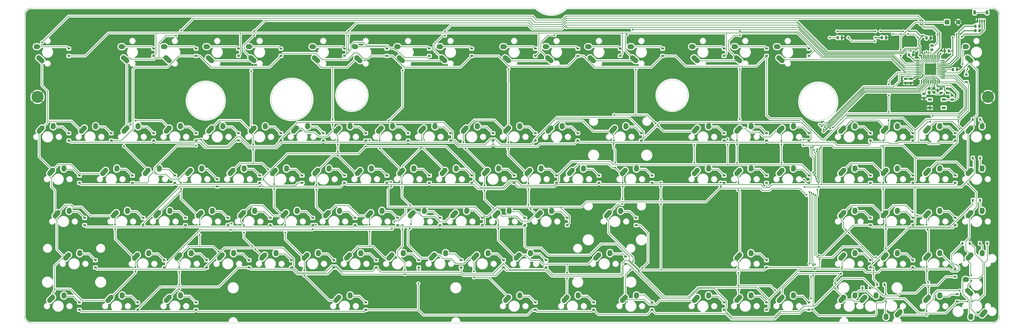
<source format=gbl>
%TF.GenerationSoftware,KiCad,Pcbnew,5.99.0-unknown-ae51e60f70~131~ubuntu21.10.1*%
%TF.CreationDate,2021-09-28T20:20:32-04:00*%
%TF.ProjectId,aek,61656b2e-6b69-4636-9164-5f7063625858,rev?*%
%TF.SameCoordinates,Original*%
%TF.FileFunction,Copper,L2,Bot*%
%TF.FilePolarity,Positive*%
%FSLAX46Y46*%
G04 Gerber Fmt 4.6, Leading zero omitted, Abs format (unit mm)*
G04 Created by KiCad (PCBNEW 5.99.0-unknown-ae51e60f70~131~ubuntu21.10.1) date 2021-09-28 20:20:32*
%MOMM*%
%LPD*%
G01*
G04 APERTURE LIST*
G04 Aperture macros list*
%AMRoundRect*
0 Rectangle with rounded corners*
0 $1 Rounding radius*
0 $2 $3 $4 $5 $6 $7 $8 $9 X,Y pos of 4 corners*
0 Add a 4 corners polygon primitive as box body*
4,1,4,$2,$3,$4,$5,$6,$7,$8,$9,$2,$3,0*
0 Add four circle primitives for the rounded corners*
1,1,$1+$1,$2,$3*
1,1,$1+$1,$4,$5*
1,1,$1+$1,$6,$7*
1,1,$1+$1,$8,$9*
0 Add four rect primitives between the rounded corners*
20,1,$1+$1,$2,$3,$4,$5,0*
20,1,$1+$1,$4,$5,$6,$7,0*
20,1,$1+$1,$6,$7,$8,$9,0*
20,1,$1+$1,$8,$9,$2,$3,0*%
%AMHorizOval*
0 Thick line with rounded ends*
0 $1 width*
0 $2 $3 position (X,Y) of the first rounded end (center of the circle)*
0 $4 $5 position (X,Y) of the second rounded end (center of the circle)*
0 Add line between two ends*
20,1,$1,$2,$3,$4,$5,0*
0 Add two circle primitives to create the rounded ends*
1,1,$1,$2,$3*
1,1,$1,$4,$5*%
G04 Aperture macros list end*
%TA.AperFunction,Profile*%
%ADD10C,0.150000*%
%TD*%
%TA.AperFunction,Profile*%
%ADD11C,0.050000*%
%TD*%
%TA.AperFunction,ComponentPad*%
%ADD12C,5.400000*%
%TD*%
%TA.AperFunction,ComponentPad*%
%ADD13HorizOval,2.250000X0.655001X0.730000X-0.655001X-0.730000X0*%
%TD*%
%TA.AperFunction,ComponentPad*%
%ADD14C,2.250000*%
%TD*%
%TA.AperFunction,ComponentPad*%
%ADD15HorizOval,2.250000X0.020000X0.290000X-0.020000X-0.290000X0*%
%TD*%
%TA.AperFunction,ComponentPad*%
%ADD16HorizOval,2.250000X-0.730000X0.655001X0.730000X-0.655001X0*%
%TD*%
%TA.AperFunction,ComponentPad*%
%ADD17HorizOval,2.250000X-0.290000X0.020000X0.290000X-0.020000X0*%
%TD*%
%TA.AperFunction,ComponentPad*%
%ADD18HorizOval,2.250000X-0.655001X-0.730000X0.655001X0.730000X0*%
%TD*%
%TA.AperFunction,ComponentPad*%
%ADD19HorizOval,2.250000X-0.020000X-0.290000X0.020000X0.290000X0*%
%TD*%
%TA.AperFunction,SMDPad,CuDef*%
%ADD20R,1.200000X0.900000*%
%TD*%
%TA.AperFunction,SMDPad,CuDef*%
%ADD21RoundRect,0.250000X0.250000X0.475000X-0.250000X0.475000X-0.250000X-0.475000X0.250000X-0.475000X0*%
%TD*%
%TA.AperFunction,SMDPad,CuDef*%
%ADD22RoundRect,0.250000X-0.450000X0.262500X-0.450000X-0.262500X0.450000X-0.262500X0.450000X0.262500X0*%
%TD*%
%TA.AperFunction,SMDPad,CuDef*%
%ADD23R,1.800000X1.100000*%
%TD*%
%TA.AperFunction,SMDPad,CuDef*%
%ADD24RoundRect,0.250000X-0.475000X0.250000X-0.475000X-0.250000X0.475000X-0.250000X0.475000X0.250000X0*%
%TD*%
%TA.AperFunction,SMDPad,CuDef*%
%ADD25RoundRect,0.250000X-0.250000X-0.475000X0.250000X-0.475000X0.250000X0.475000X-0.250000X0.475000X0*%
%TD*%
%TA.AperFunction,SMDPad,CuDef*%
%ADD26RoundRect,0.250000X0.475000X-0.250000X0.475000X0.250000X-0.475000X0.250000X-0.475000X-0.250000X0*%
%TD*%
%TA.AperFunction,SMDPad,CuDef*%
%ADD27R,0.900000X1.200000*%
%TD*%
%TA.AperFunction,SMDPad,CuDef*%
%ADD28RoundRect,0.150000X-0.150000X-0.625000X0.150000X-0.625000X0.150000X0.625000X-0.150000X0.625000X0*%
%TD*%
%TA.AperFunction,SMDPad,CuDef*%
%ADD29RoundRect,0.250000X-0.350000X-0.650000X0.350000X-0.650000X0.350000X0.650000X-0.350000X0.650000X0*%
%TD*%
%TA.AperFunction,SMDPad,CuDef*%
%ADD30RoundRect,0.250000X0.450000X-0.262500X0.450000X0.262500X-0.450000X0.262500X-0.450000X-0.262500X0*%
%TD*%
%TA.AperFunction,SMDPad,CuDef*%
%ADD31RoundRect,0.250000X0.262500X0.450000X-0.262500X0.450000X-0.262500X-0.450000X0.262500X-0.450000X0*%
%TD*%
%TA.AperFunction,SMDPad,CuDef*%
%ADD32R,1.500000X0.550000*%
%TD*%
%TA.AperFunction,SMDPad,CuDef*%
%ADD33RoundRect,0.062500X0.475000X0.062500X-0.475000X0.062500X-0.475000X-0.062500X0.475000X-0.062500X0*%
%TD*%
%TA.AperFunction,SMDPad,CuDef*%
%ADD34RoundRect,0.062500X0.062500X0.475000X-0.062500X0.475000X-0.062500X-0.475000X0.062500X-0.475000X0*%
%TD*%
%TA.AperFunction,SMDPad,CuDef*%
%ADD35R,0.550000X1.500000*%
%TD*%
%TA.AperFunction,SMDPad,CuDef*%
%ADD36R,5.200000X5.200000*%
%TD*%
%TA.AperFunction,SMDPad,CuDef*%
%ADD37R,1.400000X1.200000*%
%TD*%
%TA.AperFunction,SMDPad,CuDef*%
%ADD38RoundRect,0.250000X-0.262500X-0.450000X0.262500X-0.450000X0.262500X0.450000X-0.262500X0.450000X0*%
%TD*%
%TA.AperFunction,ComponentPad*%
%ADD39R,2.000000X2.000000*%
%TD*%
%TA.AperFunction,ComponentPad*%
%ADD40C,2.000000*%
%TD*%
%TA.AperFunction,ViaPad*%
%ADD41C,0.800000*%
%TD*%
%TA.AperFunction,Conductor*%
%ADD42C,0.400000*%
%TD*%
%TA.AperFunction,Conductor*%
%ADD43C,0.500000*%
%TD*%
%TA.AperFunction,Conductor*%
%ADD44C,0.250000*%
%TD*%
%TA.AperFunction,Conductor*%
%ADD45C,0.800000*%
%TD*%
G04 APERTURE END LIST*
D10*
X456882500Y-153432000D02*
G75*
G02*
X453834500Y-156480000I-3048000J0D01*
G01*
X18986500Y-17780000D02*
G75*
G02*
X22034500Y-14732000I3048000J0D01*
G01*
X22034500Y-156480000D02*
G75*
G02*
X18986500Y-153432000I0J3048000D01*
G01*
D11*
X22034500Y-156480000D02*
X453834500Y-156480000D01*
X456882500Y-153432000D02*
X456882500Y-17780000D01*
X18986500Y-17780000D02*
X18986500Y-153432000D01*
X172986500Y-53980000D02*
G75*
G03*
X172986500Y-53980000I-7000000J0D01*
G01*
X148236500Y-55850000D02*
G75*
G03*
X148236500Y-55850000I-9250000J0D01*
G01*
X248692001Y-14731999D02*
X22034500Y-14732000D01*
X262407999Y-14731999D02*
X453834500Y-14732000D01*
X108885512Y-56400000D02*
G75*
G03*
X108885512Y-56400000I-8500000J0D01*
G01*
X262407998Y-14731999D02*
G75*
G02*
X248692001Y-14731999I-6857998J6496633D01*
G01*
X316886500Y-53980000D02*
G75*
G03*
X316886500Y-53980000I-7000000J0D01*
G01*
X383985512Y-56830000D02*
G75*
G03*
X383985512Y-56830000I-8500000J0D01*
G01*
D10*
X453834500Y-14732000D02*
G75*
G02*
X456882500Y-17780000I0J-3048000D01*
G01*
D12*
%TO.P,H2,1,1*%
%TO.N,GND*%
X451698000Y-54734000D03*
%TD*%
D13*
%TO.P,SW_0,1,COL*%
%TO.N,COL5*%
X216682001Y-69437500D03*
D14*
X217337000Y-68707500D03*
%TO.P,SW_0,2,ROW*%
%TO.N,Net-(D57-Pad2)*%
X222377000Y-67627500D03*
D15*
X222357000Y-67917500D03*
%TD*%
D13*
%TO.P,SW_1,1,COL*%
%TO.N,COL0*%
X45232001Y-69437500D03*
D14*
X45887000Y-68707500D03*
%TO.P,SW_1,2,ROW*%
%TO.N,Net-(D11-Pad2)*%
X50927000Y-67627500D03*
D15*
X50907000Y-67917500D03*
%TD*%
D14*
%TO.P,SW_2,1,COL*%
%TO.N,COL1*%
X64937000Y-68707500D03*
D13*
X64282001Y-69437500D03*
D15*
%TO.P,SW_2,2,ROW*%
%TO.N,Net-(D13-Pad2)*%
X69957000Y-67917500D03*
D14*
X69977000Y-67627500D03*
%TD*%
D13*
%TO.P,SW_3,1,COL*%
%TO.N,COL1*%
X83332001Y-69437500D03*
D14*
X83987000Y-68707500D03*
%TO.P,SW_3,2,ROW*%
%TO.N,Net-(D21-Pad2)*%
X89027000Y-67627500D03*
D15*
X89007000Y-67917500D03*
%TD*%
D13*
%TO.P,SW_6,1,COL*%
%TO.N,COL3*%
X140482001Y-69437500D03*
D14*
X141137000Y-68707500D03*
D15*
%TO.P,SW_6,2,ROW*%
%TO.N,Net-(D35-Pad2)*%
X146157000Y-67917500D03*
D14*
X146177000Y-67627500D03*
%TD*%
D13*
%TO.P,SW_7,1,COL*%
%TO.N,COL3*%
X159532001Y-69437500D03*
D14*
X160187000Y-68707500D03*
%TO.P,SW_7,2,ROW*%
%TO.N,Net-(D42-Pad2)*%
X165227000Y-67627500D03*
D15*
X165207000Y-67917500D03*
%TD*%
D13*
%TO.P,SW_8,1,COL*%
%TO.N,COL4*%
X178582001Y-69437500D03*
D14*
X179237000Y-68707500D03*
%TO.P,SW_8,2,ROW*%
%TO.N,Net-(D46-Pad2)*%
X184277000Y-67627500D03*
D15*
X184257000Y-67917500D03*
%TD*%
D14*
%TO.P,SW_9,1,COL*%
%TO.N,COL4*%
X198287000Y-68707500D03*
D13*
X197632001Y-69437500D03*
D14*
%TO.P,SW_9,2,ROW*%
%TO.N,Net-(D54-Pad2)*%
X203327000Y-67627500D03*
D15*
X203307000Y-67917500D03*
%TD*%
D14*
%TO.P,SW_A1,1,COL*%
%TO.N,COL0*%
X60174500Y-106807500D03*
D13*
X59519501Y-107537500D03*
D15*
%TO.P,SW_A1,2,ROW*%
%TO.N,Net-(D9-Pad2)*%
X65194500Y-106017500D03*
D14*
X65214500Y-105727500D03*
%TD*%
%TO.P,SW_APOS1,1,COL*%
%TO.N,COL5*%
X250674500Y-106807500D03*
D13*
X250019501Y-107537500D03*
D15*
%TO.P,SW_APOS1,2,ROW*%
%TO.N,Net-(D63-Pad2)*%
X255694500Y-106017500D03*
D14*
X255714500Y-105727500D03*
%TD*%
%TO.P,SW_B1,1,COL*%
%TO.N,COL2*%
X145899500Y-125857500D03*
D13*
X145244501Y-126587500D03*
D15*
%TO.P,SW_B1,2,ROW*%
%TO.N,Net-(D29-Pad2)*%
X150919500Y-125067500D03*
D14*
X150939500Y-124777500D03*
%TD*%
%TO.P,SW_BACKSP1,1,COL*%
%TO.N,COL6*%
X284012000Y-68707500D03*
D13*
X283357001Y-69437500D03*
D15*
%TO.P,SW_BACKSP1,2,ROW*%
%TO.N,Net-(D76-Pad2)*%
X289032000Y-67917500D03*
D14*
X289052000Y-67627500D03*
%TD*%
%TO.P,SW_BKSLS1,1,COL*%
%TO.N,COL6*%
X288774500Y-87757500D03*
D13*
X288119501Y-88487500D03*
D15*
%TO.P,SW_BKSLS1,2,ROW*%
%TO.N,Net-(D70-Pad2)*%
X293794500Y-86967500D03*
D14*
X293814500Y-86677500D03*
%TD*%
%TO.P,SW_C1,1,COL*%
%TO.N,COL1*%
X107799500Y-125857500D03*
D13*
X107144501Y-126587500D03*
D14*
%TO.P,SW_C1,2,ROW*%
%TO.N,Net-(D18-Pad2)*%
X112839500Y-124777500D03*
D15*
X112819500Y-125067500D03*
%TD*%
D14*
%TO.P,SW_CAP1,1,COL*%
%TO.N,COL0*%
X33980750Y-106807500D03*
D13*
X33325751Y-107537500D03*
D15*
%TO.P,SW_CAP1,2,ROW*%
%TO.N,Net-(D4-Pad2)*%
X39000750Y-106017500D03*
D14*
X39020750Y-105727500D03*
%TD*%
D13*
%TO.P,SW_COLON1,1,COL*%
%TO.N,COL5*%
X230969501Y-107537500D03*
D14*
X231624500Y-106807500D03*
%TO.P,SW_COLON1,2,ROW*%
%TO.N,Net-(D59-Pad2)*%
X236664500Y-105727500D03*
D15*
X236644500Y-106017500D03*
%TD*%
D14*
%TO.P,SW_COMMA1,1,COL*%
%TO.N,COL4*%
X203049500Y-125857500D03*
D13*
X202394501Y-126587500D03*
D14*
%TO.P,SW_COMMA1,2,ROW*%
%TO.N,Net-(D49-Pad2)*%
X208089500Y-124777500D03*
D15*
X208069500Y-125067500D03*
%TD*%
D13*
%TO.P,SW_D1,1,COL*%
%TO.N,COL1*%
X97619501Y-107537500D03*
D14*
X98274500Y-106807500D03*
D15*
%TO.P,SW_D1,2,ROW*%
%TO.N,Net-(D19-Pad2)*%
X103294500Y-106017500D03*
D14*
X103314500Y-105727500D03*
%TD*%
D13*
%TO.P,SW_DEL1,1,COL*%
%TO.N,COL6*%
X320504501Y-88487500D03*
D14*
X321159500Y-87757500D03*
D15*
%TO.P,SW_DEL1,2,ROW*%
%TO.N,Net-(D74-Pad2)*%
X326179500Y-86967500D03*
D14*
X326199500Y-86677500D03*
%TD*%
%TO.P,SW_DOWN1,1,COL*%
%TO.N,COL7*%
X340209500Y-144907500D03*
D13*
X339554501Y-145637500D03*
D15*
%TO.P,SW_DOWN1,2,ROW*%
%TO.N,Net-(D82-Pad2)*%
X345229500Y-144117500D03*
D14*
X345249500Y-143827500D03*
%TD*%
%TO.P,SW_E1,1,COL*%
%TO.N,COL1*%
X93512000Y-87757500D03*
D13*
X92857001Y-88487500D03*
D15*
%TO.P,SW_E1,2,ROW*%
%TO.N,Net-(D20-Pad2)*%
X98532000Y-86967500D03*
D14*
X98552000Y-86677500D03*
%TD*%
%TO.P,SW_END1,1,COL*%
%TO.N,COL7*%
X340209500Y-87757500D03*
D13*
X339554501Y-88487500D03*
D14*
%TO.P,SW_END1,2,ROW*%
%TO.N,Net-(D80-Pad2)*%
X345249500Y-86677500D03*
D15*
X345229500Y-86967500D03*
%TD*%
D14*
%TO.P,SW_ENTER1,1,COL*%
%TO.N,COL6*%
X281630750Y-106807500D03*
D13*
X280975751Y-107537500D03*
D14*
%TO.P,SW_ENTER1,2,ROW*%
%TO.N,Net-(D71-Pad2)*%
X286670750Y-105727500D03*
D15*
X286650750Y-106017500D03*
%TD*%
D13*
%TO.P,SW_EQ1,1,COL*%
%TO.N,COL6*%
X254782001Y-69437500D03*
D14*
X255437000Y-68707500D03*
%TO.P,SW_EQ1,2,ROW*%
%TO.N,Net-(D68-Pad2)*%
X260477000Y-67627500D03*
D15*
X260457000Y-67917500D03*
%TD*%
D14*
%TO.P,SW_ESC1,1,COL*%
%TO.N,COL0*%
X25337000Y-37107500D03*
D16*
X26067000Y-37762499D03*
D14*
%TO.P,SW_ESC1,2,ROW*%
%TO.N,Net-(D1-Pad2)*%
X24257000Y-32067500D03*
D17*
X24547000Y-32087500D03*
%TD*%
D14*
%TO.P,SW_F1,1,COL*%
%TO.N,COL1*%
X63437000Y-37107500D03*
D16*
X64167000Y-37762499D03*
D17*
%TO.P,SW_F1,2,ROW*%
%TO.N,Net-(D12-Pad2)*%
X62647000Y-32087500D03*
D14*
X62357000Y-32067500D03*
%TD*%
%TO.P,SW_F2,1,COL*%
%TO.N,COL1*%
X82487000Y-37107500D03*
D16*
X83217000Y-37762499D03*
D14*
%TO.P,SW_F2,2,ROW*%
%TO.N,Net-(D22-Pad2)*%
X81407000Y-32067500D03*
D17*
X81697000Y-32087500D03*
%TD*%
D14*
%TO.P,SW_F3,1,COL*%
%TO.N,COL2*%
X101537000Y-37107500D03*
D16*
X102267000Y-37762499D03*
D14*
%TO.P,SW_F3,2,ROW*%
%TO.N,Net-(D23-Pad2)*%
X100457000Y-32067500D03*
D17*
X100747000Y-32087500D03*
%TD*%
D14*
%TO.P,SW_F4,1,COL*%
%TO.N,COL2*%
X120587000Y-37107500D03*
D16*
X121317000Y-37762499D03*
D17*
%TO.P,SW_F4,2,ROW*%
%TO.N,Net-(D33-Pad2)*%
X119797000Y-32087500D03*
D14*
X119507000Y-32067500D03*
%TD*%
%TO.P,SW_F5,1,COL*%
%TO.N,COL3*%
X149162000Y-37107500D03*
D16*
X149892000Y-37762499D03*
D17*
%TO.P,SW_F5,2,ROW*%
%TO.N,Net-(D34-Pad2)*%
X148372000Y-32087500D03*
D14*
X148082000Y-32067500D03*
%TD*%
%TO.P,SW_F6,1,COL*%
%TO.N,COL3*%
X168212000Y-37107500D03*
D16*
X168942000Y-37762499D03*
D17*
%TO.P,SW_F6,2,ROW*%
%TO.N,Net-(D44-Pad2)*%
X167422000Y-32087500D03*
D14*
X167132000Y-32067500D03*
%TD*%
%TO.P,SW_F7,1,COL*%
%TO.N,COL4*%
X187262000Y-37107500D03*
D16*
X187992000Y-37762499D03*
D14*
%TO.P,SW_F7,2,ROW*%
%TO.N,Net-(D45-Pad2)*%
X186182000Y-32067500D03*
D17*
X186472000Y-32087500D03*
%TD*%
D16*
%TO.P,SW_F8,1,COL*%
%TO.N,COL4*%
X207042000Y-37762499D03*
D14*
X206312000Y-37107500D03*
D17*
%TO.P,SW_F8,2,ROW*%
%TO.N,Net-(D55-Pad2)*%
X205522000Y-32087500D03*
D14*
X205232000Y-32067500D03*
%TD*%
D16*
%TO.P,SW_F9,1,COL*%
%TO.N,COL5*%
X235617000Y-37762499D03*
D14*
X234887000Y-37107500D03*
D17*
%TO.P,SW_F9,2,ROW*%
%TO.N,Net-(D56-Pad2)*%
X234097000Y-32087500D03*
D14*
X233807000Y-32067500D03*
%TD*%
%TO.P,SW_F10,1,COL*%
%TO.N,COL5*%
X253937000Y-37107500D03*
D16*
X254667000Y-37762499D03*
D17*
%TO.P,SW_F10,2,ROW*%
%TO.N,Net-(D66-Pad2)*%
X253147000Y-32087500D03*
D14*
X252857000Y-32067500D03*
%TD*%
%TO.P,SW_F11,1,COL*%
%TO.N,COL6*%
X272987000Y-37107500D03*
D16*
X273717000Y-37762499D03*
D14*
%TO.P,SW_F11,2,ROW*%
%TO.N,Net-(D67-Pad2)*%
X271907000Y-32067500D03*
D17*
X272197000Y-32087500D03*
%TD*%
D14*
%TO.P,SW_F12,1,COL*%
%TO.N,COL6*%
X292037000Y-37107500D03*
D16*
X292767000Y-37762499D03*
D14*
%TO.P,SW_F12,2,ROW*%
%TO.N,Net-(D77-Pad2)*%
X290957000Y-32067500D03*
D17*
X291247000Y-32087500D03*
%TD*%
D14*
%TO.P,SW_F13,1,COL*%
%TO.N,COL2*%
X117324500Y-106807500D03*
D13*
X116669501Y-107537500D03*
D14*
%TO.P,SW_F13,2,ROW*%
%TO.N,Net-(D26-Pad2)*%
X122364500Y-105727500D03*
D15*
X122344500Y-106017500D03*
%TD*%
D13*
%TO.P,SW_G1,1,COL*%
%TO.N,COL2*%
X135719501Y-107537500D03*
D14*
X136374500Y-106807500D03*
%TO.P,SW_G1,2,ROW*%
%TO.N,Net-(D30-Pad2)*%
X141414500Y-105727500D03*
D15*
X141394500Y-106017500D03*
%TD*%
D14*
%TO.P,SW_H1,1,COL*%
%TO.N,COL3*%
X155424500Y-106807500D03*
D13*
X154769501Y-107537500D03*
D15*
%TO.P,SW_H1,2,ROW*%
%TO.N,Net-(D37-Pad2)*%
X160444500Y-106017500D03*
D14*
X160464500Y-105727500D03*
%TD*%
%TO.P,SW_HOME1,1,COL*%
%TO.N,COL7*%
X340209500Y-68707500D03*
D13*
X339554501Y-69437500D03*
D15*
%TO.P,SW_HOME1,2,ROW*%
%TO.N,Net-(D79-Pad2)*%
X345229500Y-67917500D03*
D14*
X345249500Y-67627500D03*
%TD*%
D13*
%TO.P,SW_I1,1,COL*%
%TO.N,COL4*%
X188107001Y-88487500D03*
D14*
X188762000Y-87757500D03*
D15*
%TO.P,SW_I1,2,ROW*%
%TO.N,Net-(D47-Pad2)*%
X193782000Y-86967500D03*
D14*
X193802000Y-86677500D03*
%TD*%
D13*
%TO.P,SW_INS1,1,COL*%
%TO.N,COL6*%
X320504501Y-69437500D03*
D14*
X321159500Y-68707500D03*
%TO.P,SW_INS1,2,ROW*%
%TO.N,Net-(D75-Pad2)*%
X326199500Y-67627500D03*
D15*
X326179500Y-67917500D03*
%TD*%
D14*
%TO.P,SW_J1,1,COL*%
%TO.N,COL3*%
X174474500Y-106807500D03*
D13*
X173819501Y-107537500D03*
D15*
%TO.P,SW_J1,2,ROW*%
%TO.N,Net-(D40-Pad2)*%
X179494500Y-106017500D03*
D14*
X179514500Y-105727500D03*
%TD*%
D13*
%TO.P,SW_K1,1,COL*%
%TO.N,COL4*%
X192869501Y-107537500D03*
D14*
X193524500Y-106807500D03*
%TO.P,SW_K1,2,ROW*%
%TO.N,Net-(D48-Pad2)*%
X198564500Y-105727500D03*
D15*
X198544500Y-106017500D03*
%TD*%
D14*
%TO.P,SW_KP0,1,COL*%
%TO.N,COL7*%
X396407000Y-144907500D03*
D13*
X395752001Y-145637500D03*
D15*
%TO.P,SW_KP0,2,ROW*%
%TO.N,Net-(D84-Pad2)*%
X401427000Y-144117500D03*
D14*
X401447000Y-143827500D03*
%TD*%
%TO.P,SW_KP1,1,COL*%
%TO.N,COL7*%
X386882000Y-125857500D03*
D13*
X386227001Y-126587500D03*
D15*
%TO.P,SW_KP1,2,ROW*%
%TO.N,Net-(D85-Pad2)*%
X391902000Y-125067500D03*
D14*
X391922000Y-124777500D03*
%TD*%
%TO.P,SW_KP2,1,COL*%
%TO.N,COL8*%
X405932000Y-125857500D03*
D13*
X405277001Y-126587500D03*
D14*
%TO.P,SW_KP2,2,ROW*%
%TO.N,Net-(D93-Pad2)*%
X410972000Y-124777500D03*
D15*
X410952000Y-125067500D03*
%TD*%
D13*
%TO.P,SW_KP3,1,COL*%
%TO.N,COL8*%
X424327001Y-126587500D03*
D14*
X424982000Y-125857500D03*
D15*
%TO.P,SW_KP3,2,ROW*%
%TO.N,Net-(D95-Pad2)*%
X430002000Y-125067500D03*
D14*
X430022000Y-124777500D03*
%TD*%
D13*
%TO.P,SW_KP4,1,COL*%
%TO.N,COL8*%
X386227001Y-107537500D03*
D14*
X386882000Y-106807500D03*
%TO.P,SW_KP4,2,ROW*%
%TO.N,Net-(D92-Pad2)*%
X391922000Y-105727500D03*
D15*
X391902000Y-106017500D03*
%TD*%
D14*
%TO.P,SW_KP5,1,COL*%
%TO.N,COL8*%
X405932000Y-106807500D03*
D13*
X405277001Y-107537500D03*
D15*
%TO.P,SW_KP5,2,ROW*%
%TO.N,Net-(D97-Pad2)*%
X410952000Y-106017500D03*
D14*
X410972000Y-105727500D03*
%TD*%
%TO.P,SW_KP6,1,COL*%
%TO.N,COL8*%
X424982000Y-106807500D03*
D13*
X424327001Y-107537500D03*
D14*
%TO.P,SW_KP6,2,ROW*%
%TO.N,Net-(D96-Pad2)*%
X430022000Y-105727500D03*
D15*
X430002000Y-106017500D03*
%TD*%
D13*
%TO.P,SW_KP7,1,COL*%
%TO.N,COL8*%
X386227001Y-88487500D03*
D14*
X386882000Y-87757500D03*
D15*
%TO.P,SW_KP7,2,ROW*%
%TO.N,Net-(D91-Pad2)*%
X391902000Y-86967500D03*
D14*
X391922000Y-86677500D03*
%TD*%
D13*
%TO.P,SW_KP8,1,COL*%
%TO.N,COL8*%
X405277001Y-88487500D03*
D14*
X405932000Y-87757500D03*
%TO.P,SW_KP8,2,ROW*%
%TO.N,Net-(D98-Pad2)*%
X410972000Y-86677500D03*
D15*
X410952000Y-86967500D03*
%TD*%
D14*
%TO.P,SW_KP9,1,COL*%
%TO.N,COL9*%
X424982000Y-87757500D03*
D13*
X424327001Y-88487500D03*
D15*
%TO.P,SW_KP9,2,ROW*%
%TO.N,Net-(D102-Pad2)*%
X430002000Y-86967500D03*
D14*
X430022000Y-86677500D03*
%TD*%
D13*
%TO.P,SW_KPASTR1,1,COL*%
%TO.N,COL9*%
X443377001Y-69437500D03*
D14*
X444032000Y-68707500D03*
D15*
%TO.P,SW_KPASTR1,2,ROW*%
%TO.N,Net-(D110-Pad2)*%
X449052000Y-67917500D03*
D14*
X449072000Y-67627500D03*
%TD*%
%TO.P,SW_KPENTER1,1,COL*%
%TO.N,COL9*%
X442532000Y-141882500D03*
D16*
X443262000Y-142537499D03*
D14*
%TO.P,SW_KPENTER1,2,ROW*%
%TO.N,Net-(D104-Pad2)*%
X441452000Y-136842500D03*
D17*
X441742000Y-136862500D03*
%TD*%
D13*
%TO.P,SW_KPEQ1,1,COL*%
%TO.N,COL8*%
X405277001Y-69437500D03*
D14*
X405932000Y-68707500D03*
%TO.P,SW_KPEQ1,2,ROW*%
%TO.N,Net-(D99-Pad2)*%
X410972000Y-67627500D03*
D15*
X410952000Y-67917500D03*
%TD*%
D14*
%TO.P,SW_KPMINUS1,1,COL*%
%TO.N,COL9*%
X444032000Y-87757500D03*
D13*
X443377001Y-88487500D03*
D14*
%TO.P,SW_KPMINUS1,2,ROW*%
%TO.N,Net-(D109-Pad2)*%
X449072000Y-86677500D03*
D15*
X449052000Y-86967500D03*
%TD*%
D14*
%TO.P,SW_KPPER1,1,COL*%
%TO.N,COL8*%
X424982000Y-144907500D03*
D13*
X424327001Y-145637500D03*
D14*
%TO.P,SW_KPPER1,2,ROW*%
%TO.N,Net-(D94-Pad2)*%
X430022000Y-143827500D03*
D15*
X430002000Y-144117500D03*
%TD*%
D14*
%TO.P,SW_KPPLUS1,1,COL*%
%TO.N,COL9*%
X444032000Y-106807500D03*
D13*
X443377001Y-107537500D03*
D15*
%TO.P,SW_KPPLUS1,2,ROW*%
%TO.N,Net-(D103-Pad2)*%
X449052000Y-106017500D03*
D14*
X449072000Y-105727500D03*
%TD*%
D13*
%TO.P,SW_L1,1,COL*%
%TO.N,COL4*%
X211919501Y-107537500D03*
D14*
X212574500Y-106807500D03*
%TO.P,SW_L1,2,ROW*%
%TO.N,Net-(D52-Pad2)*%
X217614500Y-105727500D03*
D15*
X217594500Y-106017500D03*
%TD*%
D13*
%TO.P,SW_LALT1,1,COL*%
%TO.N,COL1*%
X83332001Y-145637500D03*
D14*
X83987000Y-144907500D03*
%TO.P,SW_LALT1,2,ROW*%
%TO.N,Net-(D17-Pad2)*%
X89027000Y-143827500D03*
D15*
X89007000Y-144117500D03*
%TD*%
D13*
%TO.P,SW_LBRAC1,1,COL*%
%TO.N,COL5*%
X245257001Y-88487500D03*
D14*
X245912000Y-87757500D03*
D15*
%TO.P,SW_LBRAC1,2,ROW*%
%TO.N,Net-(D64-Pad2)*%
X250932000Y-86967500D03*
D14*
X250952000Y-86677500D03*
%TD*%
%TO.P,SW_LCTR1,1,COL*%
%TO.N,COL0*%
X31599500Y-144907500D03*
D13*
X30944501Y-145637500D03*
D15*
%TO.P,SW_LCTR1,2,ROW*%
%TO.N,Net-(D6-Pad2)*%
X36619500Y-144117500D03*
D14*
X36639500Y-143827500D03*
%TD*%
%TO.P,SW_LEFT1,1,COL*%
%TO.N,COL6*%
X321159500Y-144907500D03*
D13*
X320504501Y-145637500D03*
D15*
%TO.P,SW_LEFT1,2,ROW*%
%TO.N,Net-(D73-Pad2)*%
X326179500Y-144117500D03*
D14*
X326199500Y-143827500D03*
%TD*%
D13*
%TO.P,SW_LMOD1,1,COL*%
%TO.N,COL0*%
X57138251Y-145637500D03*
D14*
X57793250Y-144907500D03*
%TO.P,SW_LMOD1,2,ROW*%
%TO.N,Net-(D7-Pad2)*%
X62833250Y-143827500D03*
D15*
X62813250Y-144117500D03*
%TD*%
D13*
%TO.P,SW_LSH1,1,COL*%
%TO.N,COL0*%
X38088251Y-126587500D03*
D14*
X38743250Y-125857500D03*
%TO.P,SW_LSH1,2,ROW*%
%TO.N,Net-(D5-Pad2)*%
X43783250Y-124777500D03*
D15*
X43763250Y-125067500D03*
%TD*%
D14*
%TO.P,SW_M1,1,COL*%
%TO.N,COL3*%
X183999500Y-125857500D03*
D13*
X183344501Y-126587500D03*
D14*
%TO.P,SW_M1,2,ROW*%
%TO.N,Net-(D39-Pad2)*%
X189039500Y-124777500D03*
D15*
X189019500Y-125067500D03*
%TD*%
D14*
%TO.P,SW_MINUS1,1,COL*%
%TO.N,COL5*%
X236387000Y-68707500D03*
D13*
X235732001Y-69437500D03*
D15*
%TO.P,SW_MINUS1,2,ROW*%
%TO.N,Net-(D65-Pad2)*%
X241407000Y-67917500D03*
D14*
X241427000Y-67627500D03*
%TD*%
D13*
%TO.P,SW_N1,1,COL*%
%TO.N,COL3*%
X164294501Y-126587500D03*
D14*
X164949500Y-125857500D03*
D15*
%TO.P,SW_N1,2,ROW*%
%TO.N,Net-(D38-Pad2)*%
X169969500Y-125067500D03*
D14*
X169989500Y-124777500D03*
%TD*%
%TO.P,SW_O1,1,COL*%
%TO.N,COL4*%
X207812000Y-87757500D03*
D13*
X207157001Y-88487500D03*
D15*
%TO.P,SW_O1,2,ROW*%
%TO.N,Net-(D53-Pad2)*%
X212832000Y-86967500D03*
D14*
X212852000Y-86677500D03*
%TD*%
%TO.P,SW_P1,1,COL*%
%TO.N,COL5*%
X226862000Y-87757500D03*
D13*
X226207001Y-88487500D03*
D15*
%TO.P,SW_P1,2,ROW*%
%TO.N,Net-(D58-Pad2)*%
X231882000Y-86967500D03*
D14*
X231902000Y-86677500D03*
%TD*%
%TO.P,SW_PAUSE1,1,COL*%
%TO.N,COL8*%
X357759500Y-37107500D03*
D16*
X358489500Y-37762499D03*
D17*
%TO.P,SW_PAUSE1,2,ROW*%
%TO.N,Net-(D89-Pad2)*%
X356969500Y-32087500D03*
D14*
X356679500Y-32067500D03*
%TD*%
%TO.P,SW_PERIOD1,1,COL*%
%TO.N,COL4*%
X222099500Y-125857500D03*
D13*
X221444501Y-126587500D03*
D15*
%TO.P,SW_PERIOD1,2,ROW*%
%TO.N,Net-(D51-Pad2)*%
X227119500Y-125067500D03*
D14*
X227139500Y-124777500D03*
%TD*%
D13*
%TO.P,SW_PGDN1,1,COL*%
%TO.N,COL7*%
X358604501Y-88487500D03*
D14*
X359259500Y-87757500D03*
D15*
%TO.P,SW_PGDN1,2,ROW*%
%TO.N,Net-(D86-Pad2)*%
X364279500Y-86967500D03*
D14*
X364299500Y-86677500D03*
%TD*%
%TO.P,SW_PGUP1,1,COL*%
%TO.N,COL7*%
X359259500Y-68707500D03*
D13*
X358604501Y-69437500D03*
D15*
%TO.P,SW_PGUP1,2,ROW*%
%TO.N,Net-(D87-Pad2)*%
X364279500Y-67917500D03*
D14*
X364299500Y-67627500D03*
%TD*%
%TO.P,SW_POW1,1,COL*%
%TO.N,COL9*%
X442532000Y-37107500D03*
D16*
X443262000Y-37762499D03*
D17*
%TO.P,SW_POW1,2,ROW*%
%TO.N,Net-(D100-Pad2)*%
X441742000Y-32087500D03*
D14*
X441452000Y-32067500D03*
%TD*%
D16*
%TO.P,SW_PRSC1,1,COL*%
%TO.N,COL7*%
X320389500Y-37762499D03*
D14*
X319659500Y-37107500D03*
%TO.P,SW_PRSC1,2,ROW*%
%TO.N,Net-(D78-Pad2)*%
X318579500Y-32067500D03*
D17*
X318869500Y-32087500D03*
%TD*%
D13*
%TO.P,SW_Q1,1,COL*%
%TO.N,COL0*%
X54757001Y-88487500D03*
D14*
X55412000Y-87757500D03*
%TO.P,SW_Q1,2,ROW*%
%TO.N,Net-(D10-Pad2)*%
X60452000Y-86677500D03*
D15*
X60432000Y-86967500D03*
%TD*%
D13*
%TO.P,SW_R1,1,COL*%
%TO.N,COL2*%
X111907001Y-88487500D03*
D14*
X112562000Y-87757500D03*
D15*
%TO.P,SW_R1,2,ROW*%
%TO.N,Net-(D25-Pad2)*%
X117582000Y-86967500D03*
D14*
X117602000Y-86677500D03*
%TD*%
%TO.P,SW_RALT1,1,COL*%
%TO.N,COL4*%
X236387000Y-144907500D03*
D13*
X235732001Y-145637500D03*
D15*
%TO.P,SW_RALT1,2,ROW*%
%TO.N,Net-(D50-Pad2)*%
X241407000Y-144117500D03*
D14*
X241427000Y-143827500D03*
%TD*%
%TO.P,SW_RBRAC1,1,COL*%
%TO.N,COL6*%
X264962000Y-87757500D03*
D13*
X264307001Y-88487500D03*
D15*
%TO.P,SW_RBRAC1,2,ROW*%
%TO.N,Net-(D69-Pad2)*%
X269982000Y-86967500D03*
D14*
X270002000Y-86677500D03*
%TD*%
%TO.P,SW_RCTR1,1,COL*%
%TO.N,COL6*%
X288774500Y-144907500D03*
D13*
X288119501Y-145637500D03*
D15*
%TO.P,SW_RCTR1,2,ROW*%
%TO.N,Net-(D72-Pad2)*%
X293794500Y-144117500D03*
D14*
X293814500Y-143827500D03*
%TD*%
D13*
%TO.P,SW_RIGHT1,1,COL*%
%TO.N,COL7*%
X358604501Y-145637500D03*
D14*
X359259500Y-144907500D03*
%TO.P,SW_RIGHT1,2,ROW*%
%TO.N,Net-(D83-Pad2)*%
X364299500Y-143827500D03*
D15*
X364279500Y-144117500D03*
%TD*%
D14*
%TO.P,SW_RMOD1,1,COL*%
%TO.N,COL5*%
X262580750Y-144907500D03*
D13*
X261925751Y-145637500D03*
D15*
%TO.P,SW_RMOD1,2,ROW*%
%TO.N,Net-(D61-Pad2)*%
X267600750Y-144117500D03*
D14*
X267620750Y-143827500D03*
%TD*%
%TO.P,SW_RSH1,1,COL*%
%TO.N,COL5*%
X276868250Y-125857500D03*
D13*
X276213251Y-126587500D03*
D14*
%TO.P,SW_RSH1,2,ROW*%
%TO.N,Net-(D62-Pad2)*%
X281908250Y-124777500D03*
D15*
X281888250Y-125067500D03*
%TD*%
D13*
%TO.P,SW_S1,1,COL*%
%TO.N,COL1*%
X78569501Y-107537500D03*
D14*
X79224500Y-106807500D03*
%TO.P,SW_S1,2,ROW*%
%TO.N,Net-(D15-Pad2)*%
X84264500Y-105727500D03*
D15*
X84244500Y-106017500D03*
%TD*%
D16*
%TO.P,SW_SCLK1,1,COL*%
%TO.N,COL7*%
X339439500Y-37762499D03*
D14*
X338709500Y-37107500D03*
D17*
%TO.P,SW_SCLK1,2,ROW*%
%TO.N,Net-(D88-Pad2)*%
X337919500Y-32087500D03*
D14*
X337629500Y-32067500D03*
%TD*%
D13*
%TO.P,SW_SLASH1,1,COL*%
%TO.N,COL5*%
X240494501Y-126587500D03*
D14*
X241149500Y-125857500D03*
%TO.P,SW_SLASH1,2,ROW*%
%TO.N,Net-(D60-Pad2)*%
X246189500Y-124777500D03*
D15*
X246169500Y-125067500D03*
%TD*%
D14*
%TO.P,SW_SPACE1,1,COL*%
%TO.N,COL2*%
X160187000Y-144907500D03*
D13*
X159532001Y-145637500D03*
D15*
%TO.P,SW_SPACE1,2,ROW*%
%TO.N,Net-(D28-Pad2)*%
X165207000Y-144117500D03*
D14*
X165227000Y-143827500D03*
%TD*%
%TO.P,SW_T1,1,COL*%
%TO.N,COL2*%
X131612000Y-87757500D03*
D13*
X130957001Y-88487500D03*
D14*
%TO.P,SW_T1,2,ROW*%
%TO.N,Net-(D31-Pad2)*%
X136652000Y-86677500D03*
D15*
X136632000Y-86967500D03*
%TD*%
D14*
%TO.P,SW_TAB1,1,COL*%
%TO.N,COL0*%
X31599500Y-87757500D03*
D13*
X30944501Y-88487500D03*
D14*
%TO.P,SW_TAB1,2,ROW*%
%TO.N,Net-(D3-Pad2)*%
X36639500Y-86677500D03*
D15*
X36619500Y-86967500D03*
%TD*%
D13*
%TO.P,SW_TICK1,1,COL*%
%TO.N,COL0*%
X26182001Y-69437500D03*
D14*
X26837000Y-68707500D03*
%TO.P,SW_TICK1,2,ROW*%
%TO.N,Net-(D2-Pad2)*%
X31877000Y-67627500D03*
D15*
X31857000Y-67917500D03*
%TD*%
D13*
%TO.P,SW_U1,1,COL*%
%TO.N,COL3*%
X169057001Y-88487500D03*
D14*
X169712000Y-87757500D03*
%TO.P,SW_U1,2,ROW*%
%TO.N,Net-(D41-Pad2)*%
X174752000Y-86677500D03*
D15*
X174732000Y-86967500D03*
%TD*%
D13*
%TO.P,SW_UP1,1,COL*%
%TO.N,COL7*%
X339554501Y-126587500D03*
D14*
X340209500Y-125857500D03*
%TO.P,SW_UP1,2,ROW*%
%TO.N,Net-(D81-Pad2)*%
X345249500Y-124777500D03*
D15*
X345229500Y-125067500D03*
%TD*%
D13*
%TO.P,SW_V1,1,COL*%
%TO.N,COL2*%
X126194501Y-126587500D03*
D14*
X126849500Y-125857500D03*
D15*
%TO.P,SW_V1,2,ROW*%
%TO.N,Net-(D27-Pad2)*%
X131869500Y-125067500D03*
D14*
X131889500Y-124777500D03*
%TD*%
D13*
%TO.P,SW_W1,1,COL*%
%TO.N,COL1*%
X73807001Y-88487500D03*
D14*
X74462000Y-87757500D03*
%TO.P,SW_W1,2,ROW*%
%TO.N,Net-(D14-Pad2)*%
X79502000Y-86677500D03*
D15*
X79482000Y-86967500D03*
%TD*%
D14*
%TO.P,SW_X1,1,COL*%
%TO.N,COL1*%
X88749500Y-125857500D03*
D13*
X88094501Y-126587500D03*
D15*
%TO.P,SW_X1,2,ROW*%
%TO.N,Net-(D16-Pad2)*%
X93769500Y-125067500D03*
D14*
X93789500Y-124777500D03*
%TD*%
D13*
%TO.P,SW_Y1,1,COL*%
%TO.N,COL3*%
X150007001Y-88487500D03*
D14*
X150662000Y-87757500D03*
D15*
%TO.P,SW_Y1,2,ROW*%
%TO.N,Net-(D36-Pad2)*%
X155682000Y-86967500D03*
D14*
X155702000Y-86677500D03*
%TD*%
%TO.P,SW_Z1,1,COL*%
%TO.N,COL0*%
X69699500Y-125857500D03*
D13*
X69044501Y-126587500D03*
D15*
%TO.P,SW_Z1,2,ROW*%
%TO.N,Net-(D8-Pad2)*%
X74719500Y-125067500D03*
D14*
X74739500Y-124777500D03*
%TD*%
D12*
%TO.P,H1,1,1*%
%TO.N,GND*%
X24800000Y-54734000D03*
%TD*%
D13*
%TO.P,SW_4,1,COL*%
%TO.N,COL2*%
X102382001Y-69437500D03*
D14*
X103037000Y-68707500D03*
D15*
%TO.P,SW_4,2,ROW*%
%TO.N,Net-(D24-Pad2)*%
X108057000Y-67917500D03*
D14*
X108077000Y-67627500D03*
%TD*%
%TO.P,SW_5,1,COL*%
%TO.N,COL2*%
X122087000Y-68707500D03*
D13*
X121432001Y-69437500D03*
D15*
%TO.P,SW_5,2,ROW*%
%TO.N,Net-(D32-Pad2)*%
X127107000Y-67917500D03*
D14*
X127127000Y-67627500D03*
%TD*%
D13*
%TO.P,SW_NUMLK1,1,COL*%
%TO.N,COL8*%
X386227001Y-69437500D03*
D14*
X386882000Y-68707500D03*
D15*
%TO.P,SW_NUMLK1,2,ROW*%
%TO.N,Net-(D90-Pad2)*%
X391902000Y-67917500D03*
D14*
X391922000Y-67627500D03*
%TD*%
D18*
%TO.P,SW_KP0X1,1,COL*%
%TO.N,COL9*%
X411586999Y-152177500D03*
D14*
X410932000Y-152907500D03*
D19*
%TO.P,SW_KP0X1,2,ROW*%
%TO.N,Net-(D43-Pad2)*%
X405912000Y-153697500D03*
D14*
X405892000Y-153987500D03*
%TD*%
%TO.P,SW_KPENTERALT1,1,COL*%
%TO.N,COL9*%
X449032000Y-152907500D03*
D18*
X449686999Y-152177500D03*
D14*
%TO.P,SW_KPENTERALT1,2,ROW*%
%TO.N,Net-(D104-Pad2)*%
X443992000Y-153987500D03*
D19*
X444012000Y-153697500D03*
%TD*%
D13*
%TO.P,SW_KPSLASH1,1,COL*%
%TO.N,COL9*%
X424327001Y-69437500D03*
D14*
X424982000Y-68707500D03*
D15*
%TO.P,SW_KPSLASH1,2,ROW*%
%TO.N,Net-(D101-Pad2)*%
X430002000Y-67917500D03*
D14*
X430022000Y-67627500D03*
%TD*%
%TO.P,SW_KP0ALT1,1,COL*%
%TO.N,COL7*%
X386882000Y-144907500D03*
D13*
X386227001Y-145637500D03*
D15*
%TO.P,SW_KP0ALT1,2,ROW*%
%TO.N,Net-(D84-Pad2)*%
X391902000Y-144117500D03*
D14*
X391922000Y-143827500D03*
%TD*%
%TO.P,SW_KPENTERX1,1,COL*%
%TO.N,COL9*%
X444032000Y-125857500D03*
D13*
X443377001Y-126587500D03*
D15*
%TO.P,SW_KPENTERX1,2,ROW*%
%TO.N,Net-(D105-Pad2)*%
X449052000Y-125067500D03*
D14*
X449072000Y-124777500D03*
%TD*%
D20*
%TO.P,D16,1,K*%
%TO.N,ROW4*%
X100774500Y-131507500D03*
%TO.P,D16,2,A*%
%TO.N,Net-(D16-Pad2)*%
X100774500Y-128207500D03*
%TD*%
D21*
%TO.P,C8,1*%
%TO.N,GND*%
X405892000Y-28016000D03*
%TO.P,C8,2*%
%TO.N,+5V*%
X403992000Y-28016000D03*
%TD*%
%TO.P,C9,1*%
%TO.N,GND*%
X386080000Y-28016000D03*
%TO.P,C9,2*%
%TO.N,+5V*%
X384180000Y-28016000D03*
%TD*%
%TO.P,C10,1*%
%TO.N,GND*%
X425958000Y-28194000D03*
%TO.P,C10,2*%
%TO.N,+5V*%
X424058000Y-28194000D03*
%TD*%
D22*
%TO.P,R1,1*%
%TO.N,LEDDIN*%
X426466000Y-31599500D03*
%TO.P,R1,2*%
%TO.N,Net-(R1-Pad2)*%
X426466000Y-33424500D03*
%TD*%
D23*
%TO.P,SW1,1,1*%
%TO.N,GND*%
X425600000Y-59580000D03*
%TO.P,SW1,2,2*%
%TO.N,Net-(R3-Pad1)*%
X431800000Y-55880000D03*
%TO.P,SW1,3*%
%TO.N,N/C*%
X425600000Y-55880000D03*
%TO.P,SW1,4*%
X431800000Y-59580000D03*
%TD*%
D21*
%TO.P,C1,1*%
%TO.N,+5V*%
X434086000Y-34036000D03*
%TO.P,C1,2*%
%TO.N,GND*%
X432186000Y-34036000D03*
%TD*%
D24*
%TO.P,C2,1*%
%TO.N,+5V*%
X414686750Y-46548000D03*
%TO.P,C2,2*%
%TO.N,GND*%
X414686750Y-48448000D03*
%TD*%
%TO.P,C5,1*%
%TO.N,+5V*%
X417068000Y-46548000D03*
%TO.P,C5,2*%
%TO.N,GND*%
X417068000Y-48448000D03*
%TD*%
D25*
%TO.P,C6,1*%
%TO.N,Net-(C6-Pad1)*%
X435930000Y-42418000D03*
%TO.P,C6,2*%
%TO.N,GND*%
X437830000Y-42418000D03*
%TD*%
D26*
%TO.P,C7,1*%
%TO.N,+5V*%
X433477000Y-52884500D03*
%TO.P,C7,2*%
%TO.N,GND*%
X433477000Y-50984500D03*
%TD*%
D20*
%TO.P,D1,1,K*%
%TO.N,ROW0*%
X38862000Y-36257500D03*
%TO.P,D1,2,A*%
%TO.N,Net-(D1-Pad2)*%
X38862000Y-32957500D03*
%TD*%
%TO.P,D2,1,K*%
%TO.N,ROW1*%
X38862000Y-74357500D03*
%TO.P,D2,2,A*%
%TO.N,Net-(D2-Pad2)*%
X38862000Y-71057500D03*
%TD*%
%TO.P,D3,1,K*%
%TO.N,ROW2*%
X43624500Y-93407500D03*
%TO.P,D3,2,A*%
%TO.N,Net-(D3-Pad2)*%
X43624500Y-90107500D03*
%TD*%
%TO.P,D4,1,K*%
%TO.N,ROW3*%
X46005750Y-112457500D03*
%TO.P,D4,2,A*%
%TO.N,Net-(D4-Pad2)*%
X46005750Y-109157500D03*
%TD*%
%TO.P,D5,1,K*%
%TO.N,ROW4*%
X50768250Y-131507500D03*
%TO.P,D5,2,A*%
%TO.N,Net-(D5-Pad2)*%
X50768250Y-128207500D03*
%TD*%
%TO.P,D6,1,K*%
%TO.N,ROW5*%
X43624500Y-150557500D03*
%TO.P,D6,2,A*%
%TO.N,Net-(D6-Pad2)*%
X43624500Y-147257500D03*
%TD*%
%TO.P,D7,1,K*%
%TO.N,ROW6*%
X69818250Y-150557500D03*
%TO.P,D7,2,A*%
%TO.N,Net-(D7-Pad2)*%
X69818250Y-147257500D03*
%TD*%
%TO.P,D8,1,K*%
%TO.N,ROW7*%
X81724500Y-131507500D03*
%TO.P,D8,2,A*%
%TO.N,Net-(D8-Pad2)*%
X81724500Y-128207500D03*
%TD*%
%TO.P,D9,1,K*%
%TO.N,ROW8*%
X72199500Y-112457500D03*
%TO.P,D9,2,A*%
%TO.N,Net-(D9-Pad2)*%
X72199500Y-109157500D03*
%TD*%
%TO.P,D10,1,K*%
%TO.N,ROW9*%
X67437000Y-93407500D03*
%TO.P,D10,2,A*%
%TO.N,Net-(D10-Pad2)*%
X67437000Y-90107500D03*
%TD*%
%TO.P,D11,1,K*%
%TO.N,ROW10*%
X57912000Y-74357500D03*
%TO.P,D11,2,A*%
%TO.N,Net-(D11-Pad2)*%
X57912000Y-71057500D03*
%TD*%
%TO.P,D12,1,K*%
%TO.N,ROW0*%
X76962000Y-36257500D03*
%TO.P,D12,2,A*%
%TO.N,Net-(D12-Pad2)*%
X76962000Y-32957500D03*
%TD*%
%TO.P,D13,1,K*%
%TO.N,ROW1*%
X76962000Y-74357500D03*
%TO.P,D13,2,A*%
%TO.N,Net-(D13-Pad2)*%
X76962000Y-71057500D03*
%TD*%
%TO.P,D14,1,K*%
%TO.N,ROW2*%
X86487000Y-93407500D03*
%TO.P,D14,2,A*%
%TO.N,Net-(D14-Pad2)*%
X86487000Y-90107500D03*
%TD*%
%TO.P,D15,1,K*%
%TO.N,ROW3*%
X91249500Y-112457500D03*
%TO.P,D15,2,A*%
%TO.N,Net-(D15-Pad2)*%
X91249500Y-109157500D03*
%TD*%
%TO.P,D17,1,K*%
%TO.N,ROW5*%
X96012000Y-150557500D03*
%TO.P,D17,2,A*%
%TO.N,Net-(D17-Pad2)*%
X96012000Y-147257500D03*
%TD*%
%TO.P,D18,1,K*%
%TO.N,ROW6*%
X119824500Y-131507500D03*
%TO.P,D18,2,A*%
%TO.N,Net-(D18-Pad2)*%
X119824500Y-128207500D03*
%TD*%
%TO.P,D19,1,K*%
%TO.N,ROW7*%
X110299500Y-112457500D03*
%TO.P,D19,2,A*%
%TO.N,Net-(D19-Pad2)*%
X110299500Y-109157500D03*
%TD*%
%TO.P,D20,1,K*%
%TO.N,ROW8*%
X105537000Y-95057500D03*
%TO.P,D20,2,A*%
%TO.N,Net-(D20-Pad2)*%
X105537000Y-91757500D03*
%TD*%
%TO.P,D21,1,K*%
%TO.N,ROW9*%
X96012000Y-74357500D03*
%TO.P,D21,2,A*%
%TO.N,Net-(D21-Pad2)*%
X96012000Y-71057500D03*
%TD*%
%TO.P,D22,1,K*%
%TO.N,ROW10*%
X96012000Y-36257500D03*
%TO.P,D22,2,A*%
%TO.N,Net-(D22-Pad2)*%
X96012000Y-32957500D03*
%TD*%
%TO.P,D23,1,K*%
%TO.N,ROW0*%
X115062000Y-36257500D03*
%TO.P,D23,2,A*%
%TO.N,Net-(D23-Pad2)*%
X115062000Y-32957500D03*
%TD*%
%TO.P,D24,1,K*%
%TO.N,ROW1*%
X115062000Y-74357500D03*
%TO.P,D24,2,A*%
%TO.N,Net-(D24-Pad2)*%
X115062000Y-71057500D03*
%TD*%
%TO.P,D25,1,K*%
%TO.N,ROW2*%
X124587000Y-93407500D03*
%TO.P,D25,2,A*%
%TO.N,Net-(D25-Pad2)*%
X124587000Y-90107500D03*
%TD*%
%TO.P,D26,1,K*%
%TO.N,ROW3*%
X129349500Y-112457500D03*
%TO.P,D26,2,A*%
%TO.N,Net-(D26-Pad2)*%
X129349500Y-109157500D03*
%TD*%
%TO.P,D27,1,K*%
%TO.N,ROW4*%
X138874500Y-131507500D03*
%TO.P,D27,2,A*%
%TO.N,Net-(D27-Pad2)*%
X138874500Y-128207500D03*
%TD*%
%TO.P,D28,1,K*%
%TO.N,ROW5*%
X172212000Y-150557500D03*
%TO.P,D28,2,A*%
%TO.N,Net-(D28-Pad2)*%
X172212000Y-147257500D03*
%TD*%
%TO.P,D29,1,K*%
%TO.N,ROW6*%
X157924500Y-131507500D03*
%TO.P,D29,2,A*%
%TO.N,Net-(D29-Pad2)*%
X157924500Y-128207500D03*
%TD*%
%TO.P,D30,1,K*%
%TO.N,ROW7*%
X148399500Y-112457500D03*
%TO.P,D30,2,A*%
%TO.N,Net-(D30-Pad2)*%
X148399500Y-109157500D03*
%TD*%
%TO.P,D31,1,K*%
%TO.N,ROW8*%
X143637000Y-93407500D03*
%TO.P,D31,2,A*%
%TO.N,Net-(D31-Pad2)*%
X143637000Y-90107500D03*
%TD*%
%TO.P,D32,1,K*%
%TO.N,ROW9*%
X134112000Y-74357500D03*
%TO.P,D32,2,A*%
%TO.N,Net-(D32-Pad2)*%
X134112000Y-71057500D03*
%TD*%
%TO.P,D33,1,K*%
%TO.N,ROW10*%
X134112000Y-36257500D03*
%TO.P,D33,2,A*%
%TO.N,Net-(D33-Pad2)*%
X134112000Y-32957500D03*
%TD*%
%TO.P,D34,1,K*%
%TO.N,ROW0*%
X162687000Y-36257500D03*
%TO.P,D34,2,A*%
%TO.N,Net-(D34-Pad2)*%
X162687000Y-32957500D03*
%TD*%
%TO.P,D35,1,K*%
%TO.N,ROW1*%
X153162000Y-74357500D03*
%TO.P,D35,2,A*%
%TO.N,Net-(D35-Pad2)*%
X153162000Y-71057500D03*
%TD*%
%TO.P,D36,1,K*%
%TO.N,ROW2*%
X162687000Y-93407500D03*
%TO.P,D36,2,A*%
%TO.N,Net-(D36-Pad2)*%
X162687000Y-90107500D03*
%TD*%
%TO.P,D37,1,K*%
%TO.N,ROW3*%
X167449500Y-112457500D03*
%TO.P,D37,2,A*%
%TO.N,Net-(D37-Pad2)*%
X167449500Y-109157500D03*
%TD*%
%TO.P,D38,1,K*%
%TO.N,ROW4*%
X176974500Y-131507500D03*
%TO.P,D38,2,A*%
%TO.N,Net-(D38-Pad2)*%
X176974500Y-128207500D03*
%TD*%
%TO.P,D39,1,K*%
%TO.N,ROW5*%
X196024500Y-131507500D03*
%TO.P,D39,2,A*%
%TO.N,Net-(D39-Pad2)*%
X196024500Y-128207500D03*
%TD*%
%TO.P,D40,1,K*%
%TO.N,ROW6*%
X186499500Y-112457500D03*
%TO.P,D40,2,A*%
%TO.N,Net-(D40-Pad2)*%
X186499500Y-109157500D03*
%TD*%
%TO.P,D41,1,K*%
%TO.N,ROW7*%
X181737000Y-93407500D03*
%TO.P,D41,2,A*%
%TO.N,Net-(D41-Pad2)*%
X181737000Y-90107500D03*
%TD*%
%TO.P,D42,1,K*%
%TO.N,ROW8*%
X172212000Y-74357500D03*
%TO.P,D42,2,A*%
%TO.N,Net-(D42-Pad2)*%
X172212000Y-71057500D03*
%TD*%
%TO.P,D44,1,K*%
%TO.N,ROW10*%
X181737000Y-36257500D03*
%TO.P,D44,2,A*%
%TO.N,Net-(D44-Pad2)*%
X181737000Y-32957500D03*
%TD*%
%TO.P,D45,1,K*%
%TO.N,ROW0*%
X200787000Y-36257500D03*
%TO.P,D45,2,A*%
%TO.N,Net-(D45-Pad2)*%
X200787000Y-32957500D03*
%TD*%
%TO.P,D46,1,K*%
%TO.N,ROW1*%
X191262000Y-74357500D03*
%TO.P,D46,2,A*%
%TO.N,Net-(D46-Pad2)*%
X191262000Y-71057500D03*
%TD*%
%TO.P,D47,1,K*%
%TO.N,ROW2*%
X200787000Y-93407500D03*
%TO.P,D47,2,A*%
%TO.N,Net-(D47-Pad2)*%
X200787000Y-90107500D03*
%TD*%
%TO.P,D48,1,K*%
%TO.N,ROW3*%
X205549500Y-112457500D03*
%TO.P,D48,2,A*%
%TO.N,Net-(D48-Pad2)*%
X205549500Y-109157500D03*
%TD*%
%TO.P,D49,1,K*%
%TO.N,ROW4*%
X215074500Y-131507500D03*
%TO.P,D49,2,A*%
%TO.N,Net-(D49-Pad2)*%
X215074500Y-128207500D03*
%TD*%
%TO.P,D50,1,K*%
%TO.N,ROW5*%
X248412000Y-150557500D03*
%TO.P,D50,2,A*%
%TO.N,Net-(D50-Pad2)*%
X248412000Y-147257500D03*
%TD*%
%TO.P,D51,1,K*%
%TO.N,ROW6*%
X234124500Y-131507500D03*
%TO.P,D51,2,A*%
%TO.N,Net-(D51-Pad2)*%
X234124500Y-128207500D03*
%TD*%
%TO.P,D52,1,K*%
%TO.N,ROW7*%
X224599500Y-112457500D03*
%TO.P,D52,2,A*%
%TO.N,Net-(D52-Pad2)*%
X224599500Y-109157500D03*
%TD*%
%TO.P,D53,1,K*%
%TO.N,ROW8*%
X219837000Y-93407500D03*
%TO.P,D53,2,A*%
%TO.N,Net-(D53-Pad2)*%
X219837000Y-90107500D03*
%TD*%
%TO.P,D54,1,K*%
%TO.N,ROW9*%
X210312000Y-74357500D03*
%TO.P,D54,2,A*%
%TO.N,Net-(D54-Pad2)*%
X210312000Y-71057500D03*
%TD*%
%TO.P,D55,1,K*%
%TO.N,ROW10*%
X219837000Y-36257500D03*
%TO.P,D55,2,A*%
%TO.N,Net-(D55-Pad2)*%
X219837000Y-32957500D03*
%TD*%
%TO.P,D56,1,K*%
%TO.N,ROW0*%
X248412000Y-36257500D03*
%TO.P,D56,2,A*%
%TO.N,Net-(D56-Pad2)*%
X248412000Y-32957500D03*
%TD*%
%TO.P,D57,1,K*%
%TO.N,ROW1*%
X229362000Y-74357500D03*
%TO.P,D57,2,A*%
%TO.N,Net-(D57-Pad2)*%
X229362000Y-71057500D03*
%TD*%
%TO.P,D58,1,K*%
%TO.N,ROW2*%
X238887000Y-93407500D03*
%TO.P,D58,2,A*%
%TO.N,Net-(D58-Pad2)*%
X238887000Y-90107500D03*
%TD*%
%TO.P,D59,1,K*%
%TO.N,ROW3*%
X243649500Y-112457500D03*
%TO.P,D59,2,A*%
%TO.N,Net-(D59-Pad2)*%
X243649500Y-109157500D03*
%TD*%
%TO.P,D60,1,K*%
%TO.N,ROW4*%
X253174500Y-131507500D03*
%TO.P,D60,2,A*%
%TO.N,Net-(D60-Pad2)*%
X253174500Y-128207500D03*
%TD*%
%TO.P,D61,1,K*%
%TO.N,ROW5*%
X274605750Y-150557500D03*
%TO.P,D61,2,A*%
%TO.N,Net-(D61-Pad2)*%
X274605750Y-147257500D03*
%TD*%
%TO.P,D62,1,K*%
%TO.N,ROW6*%
X288893250Y-129857500D03*
%TO.P,D62,2,A*%
%TO.N,Net-(D62-Pad2)*%
X288893250Y-126557500D03*
%TD*%
%TO.P,D63,1,K*%
%TO.N,ROW7*%
X262699500Y-112457500D03*
%TO.P,D63,2,A*%
%TO.N,Net-(D63-Pad2)*%
X262699500Y-109157500D03*
%TD*%
%TO.P,D64,1,K*%
%TO.N,ROW8*%
X257937000Y-93407500D03*
%TO.P,D64,2,A*%
%TO.N,Net-(D64-Pad2)*%
X257937000Y-90107500D03*
%TD*%
%TO.P,D65,1,K*%
%TO.N,ROW9*%
X248412000Y-74357500D03*
%TO.P,D65,2,A*%
%TO.N,Net-(D65-Pad2)*%
X248412000Y-71057500D03*
%TD*%
%TO.P,D66,1,K*%
%TO.N,ROW10*%
X267462000Y-36257500D03*
%TO.P,D66,2,A*%
%TO.N,Net-(D66-Pad2)*%
X267462000Y-32957500D03*
%TD*%
%TO.P,D67,1,K*%
%TO.N,ROW0*%
X286512000Y-36257500D03*
%TO.P,D67,2,A*%
%TO.N,Net-(D67-Pad2)*%
X286512000Y-32957500D03*
%TD*%
%TO.P,D68,1,K*%
%TO.N,ROW1*%
X267462000Y-74357500D03*
%TO.P,D68,2,A*%
%TO.N,Net-(D68-Pad2)*%
X267462000Y-71057500D03*
%TD*%
%TO.P,D69,1,K*%
%TO.N,ROW2*%
X276987000Y-93407500D03*
%TO.P,D69,2,A*%
%TO.N,Net-(D69-Pad2)*%
X276987000Y-90107500D03*
%TD*%
%TO.P,D70,1,K*%
%TO.N,ROW3*%
X300799500Y-93407500D03*
%TO.P,D70,2,A*%
%TO.N,Net-(D70-Pad2)*%
X300799500Y-90107500D03*
%TD*%
%TO.P,D71,1,K*%
%TO.N,ROW4*%
X293655750Y-112457500D03*
%TO.P,D71,2,A*%
%TO.N,Net-(D71-Pad2)*%
X293655750Y-109157500D03*
%TD*%
%TO.P,D72,1,K*%
%TO.N,ROW5*%
X300799500Y-150557500D03*
%TO.P,D72,2,A*%
%TO.N,Net-(D72-Pad2)*%
X300799500Y-147257500D03*
%TD*%
%TO.P,D73,1,K*%
%TO.N,ROW6*%
X333184500Y-150557500D03*
%TO.P,D73,2,A*%
%TO.N,Net-(D73-Pad2)*%
X333184500Y-147257500D03*
%TD*%
%TO.P,D74,1,K*%
%TO.N,ROW7*%
X333184500Y-93407500D03*
%TO.P,D74,2,A*%
%TO.N,Net-(D74-Pad2)*%
X333184500Y-90107500D03*
%TD*%
%TO.P,D75,1,K*%
%TO.N,ROW8*%
X333184500Y-74357500D03*
%TO.P,D75,2,A*%
%TO.N,Net-(D75-Pad2)*%
X333184500Y-71057500D03*
%TD*%
%TO.P,D76,1,K*%
%TO.N,ROW9*%
X296037000Y-74357500D03*
%TO.P,D76,2,A*%
%TO.N,Net-(D76-Pad2)*%
X296037000Y-71057500D03*
%TD*%
%TO.P,D77,1,K*%
%TO.N,ROW10*%
X305562000Y-36257500D03*
%TO.P,D77,2,A*%
%TO.N,Net-(D77-Pad2)*%
X305562000Y-32957500D03*
%TD*%
%TO.P,D78,1,K*%
%TO.N,ROW0*%
X333184500Y-36257500D03*
%TO.P,D78,2,A*%
%TO.N,Net-(D78-Pad2)*%
X333184500Y-32957500D03*
%TD*%
%TO.P,D79,1,K*%
%TO.N,ROW1*%
X352234500Y-74357500D03*
%TO.P,D79,2,A*%
%TO.N,Net-(D79-Pad2)*%
X352234500Y-71057500D03*
%TD*%
%TO.P,D80,1,K*%
%TO.N,ROW2*%
X352234500Y-93407500D03*
%TO.P,D80,2,A*%
%TO.N,Net-(D80-Pad2)*%
X352234500Y-90107500D03*
%TD*%
%TO.P,D81,1,K*%
%TO.N,ROW3*%
X352234500Y-131507500D03*
%TO.P,D81,2,A*%
%TO.N,Net-(D81-Pad2)*%
X352234500Y-128207500D03*
%TD*%
%TO.P,D82,1,K*%
%TO.N,ROW4*%
X352234500Y-150557500D03*
%TO.P,D82,2,A*%
%TO.N,Net-(D82-Pad2)*%
X352234500Y-147257500D03*
%TD*%
%TO.P,D83,1,K*%
%TO.N,ROW5*%
X371284500Y-150557500D03*
%TO.P,D83,2,A*%
%TO.N,Net-(D83-Pad2)*%
X371284500Y-147257500D03*
%TD*%
D27*
%TO.P,D84,1,K*%
%TO.N,ROW6*%
X398652000Y-140716000D03*
%TO.P,D84,2,A*%
%TO.N,Net-(D84-Pad2)*%
X395352000Y-140716000D03*
%TD*%
D20*
%TO.P,D85,1,K*%
%TO.N,ROW7*%
X398907000Y-131507500D03*
%TO.P,D85,2,A*%
%TO.N,Net-(D85-Pad2)*%
X398907000Y-128207500D03*
%TD*%
%TO.P,D86,1,K*%
%TO.N,ROW8*%
X371284500Y-93407500D03*
%TO.P,D86,2,A*%
%TO.N,Net-(D86-Pad2)*%
X371284500Y-90107500D03*
%TD*%
%TO.P,D87,1,K*%
%TO.N,ROW9*%
X371284500Y-74357500D03*
%TO.P,D87,2,A*%
%TO.N,Net-(D87-Pad2)*%
X371284500Y-71057500D03*
%TD*%
%TO.P,D88,1,K*%
%TO.N,ROW10*%
X352234500Y-36257500D03*
%TO.P,D88,2,A*%
%TO.N,Net-(D88-Pad2)*%
X352234500Y-32957500D03*
%TD*%
%TO.P,D89,1,K*%
%TO.N,ROW0*%
X371284500Y-36257500D03*
%TO.P,D89,2,A*%
%TO.N,Net-(D89-Pad2)*%
X371284500Y-32957500D03*
%TD*%
%TO.P,D90,1,K*%
%TO.N,ROW1*%
X398907000Y-74357500D03*
%TO.P,D90,2,A*%
%TO.N,Net-(D90-Pad2)*%
X398907000Y-71057500D03*
%TD*%
%TO.P,D91,1,K*%
%TO.N,ROW2*%
X398907000Y-93407500D03*
%TO.P,D91,2,A*%
%TO.N,Net-(D91-Pad2)*%
X398907000Y-90107500D03*
%TD*%
%TO.P,D92,1,K*%
%TO.N,ROW3*%
X398907000Y-112457500D03*
%TO.P,D92,2,A*%
%TO.N,Net-(D92-Pad2)*%
X398907000Y-109157500D03*
%TD*%
%TO.P,D93,1,K*%
%TO.N,ROW4*%
X417957000Y-131507500D03*
%TO.P,D93,2,A*%
%TO.N,Net-(D93-Pad2)*%
X417957000Y-128207500D03*
%TD*%
%TO.P,D94,1,K*%
%TO.N,ROW5*%
X437896000Y-146810000D03*
%TO.P,D94,2,A*%
%TO.N,Net-(D94-Pad2)*%
X437896000Y-143510000D03*
%TD*%
%TO.P,D95,1,K*%
%TO.N,ROW6*%
X436880000Y-135636000D03*
%TO.P,D95,2,A*%
%TO.N,Net-(D95-Pad2)*%
X436880000Y-132336000D03*
%TD*%
%TO.P,D96,1,K*%
%TO.N,ROW7*%
X437007000Y-112457500D03*
%TO.P,D96,2,A*%
%TO.N,Net-(D96-Pad2)*%
X437007000Y-109157500D03*
%TD*%
%TO.P,D97,1,K*%
%TO.N,ROW8*%
X417957000Y-112457500D03*
%TO.P,D97,2,A*%
%TO.N,Net-(D97-Pad2)*%
X417957000Y-109157500D03*
%TD*%
%TO.P,D99,1,K*%
%TO.N,ROW10*%
X417957000Y-74357500D03*
%TO.P,D99,2,A*%
%TO.N,Net-(D99-Pad2)*%
X417957000Y-71057500D03*
%TD*%
%TO.P,D100,1,K*%
%TO.N,ROW10*%
X441960000Y-48006000D03*
%TO.P,D100,2,A*%
%TO.N,Net-(D100-Pad2)*%
X441960000Y-44706000D03*
%TD*%
%TO.P,D101,1,K*%
%TO.N,ROW1*%
X437007000Y-74357500D03*
%TO.P,D101,2,A*%
%TO.N,Net-(D101-Pad2)*%
X437007000Y-71057500D03*
%TD*%
%TO.P,D102,1,K*%
%TO.N,ROW2*%
X437007000Y-93407500D03*
%TO.P,D102,2,A*%
%TO.N,Net-(D102-Pad2)*%
X437007000Y-90107500D03*
%TD*%
D27*
%TO.P,D103,1,K*%
%TO.N,ROW3*%
X444882000Y-101282500D03*
%TO.P,D103,2,A*%
%TO.N,Net-(D103-Pad2)*%
X448182000Y-101282500D03*
%TD*%
%TO.P,D104,1,K*%
%TO.N,ROW4*%
X440182000Y-120650000D03*
%TO.P,D104,2,A*%
%TO.N,Net-(D104-Pad2)*%
X443482000Y-120650000D03*
%TD*%
%TO.P,D109,1,K*%
%TO.N,ROW8*%
X444882000Y-82232500D03*
%TO.P,D109,2,A*%
%TO.N,Net-(D109-Pad2)*%
X448182000Y-82232500D03*
%TD*%
%TO.P,D110,1,K*%
%TO.N,ROW9*%
X444882000Y-64832500D03*
%TO.P,D110,2,A*%
%TO.N,Net-(D110-Pad2)*%
X448182000Y-64832500D03*
%TD*%
D28*
%TO.P,J1,1,Pin_1*%
%TO.N,GND*%
X446975750Y-20550750D03*
%TO.P,J1,2,Pin_2*%
%TO.N,D+*%
X447975750Y-20550750D03*
%TO.P,J1,3,Pin_3*%
%TO.N,D-*%
X448975750Y-20550750D03*
%TO.P,J1,4,Pin_4*%
%TO.N,+5V*%
X449975750Y-20550750D03*
D29*
%TO.P,J1,MP,MountPin*%
%TO.N,unconnected-(J1-PadMP)*%
X445675750Y-16675750D03*
X451275750Y-16675750D03*
%TD*%
D30*
%TO.P,R3,1*%
%TO.N,Net-(R3-Pad1)*%
X435610000Y-55927000D03*
%TO.P,R3,2*%
%TO.N,+5V*%
X435610000Y-54102000D03*
%TD*%
D31*
%TO.P,R4,1*%
%TO.N,GND*%
X418084000Y-35814000D03*
%TO.P,R4,2*%
%TO.N,Net-(R4-Pad2)*%
X416259000Y-35814000D03*
%TD*%
D32*
%TO.P,U1,1,PE6*%
%TO.N,unconnected-(U1-Pad1)*%
X431552000Y-38253250D03*
D33*
X429189500Y-39753250D03*
D32*
%TO.P,U1,2,UVCC*%
%TO.N,+5V*%
X431552000Y-39053250D03*
D33*
X429189500Y-40253250D03*
D32*
%TO.P,U1,3,D-*%
%TO.N,Net-(R5-Pad1)*%
X431552000Y-39853250D03*
D33*
X429189500Y-40753250D03*
%TO.P,U1,4,D+*%
%TO.N,Net-(R2-Pad1)*%
X429189500Y-41253250D03*
D32*
X431552000Y-40653250D03*
D33*
%TO.P,U1,5,UGND*%
%TO.N,GND*%
X429189500Y-41753250D03*
D32*
X431552000Y-41453250D03*
D33*
%TO.P,U1,6,UCAP*%
%TO.N,Net-(C6-Pad1)*%
X429189500Y-42253250D03*
D32*
X431552000Y-42253250D03*
D33*
%TO.P,U1,7,VBUS*%
%TO.N,+5V*%
X429189500Y-42753250D03*
D32*
X431552000Y-43053250D03*
%TO.P,U1,8,PB0*%
%TO.N,COL9*%
X431552000Y-43853250D03*
D33*
X429189500Y-43253250D03*
%TO.P,U1,9,PB1*%
%TO.N,ROW10*%
X429189500Y-43753250D03*
D32*
X431552000Y-44653250D03*
%TO.P,U1,10,PB2*%
%TO.N,ROW9*%
X431552000Y-45453250D03*
D33*
X429189500Y-44253250D03*
%TO.P,U1,11,PB3*%
%TO.N,ROW1*%
X429189500Y-44753250D03*
D32*
X431552000Y-46253250D03*
D34*
%TO.P,U1,12,PB7*%
%TO.N,ROW2*%
X428352000Y-45590750D03*
D35*
X429852000Y-47953250D03*
%TO.P,U1,13,~{RESET}*%
%TO.N,Net-(R3-Pad1)*%
X429052000Y-47953250D03*
D34*
X427852000Y-45590750D03*
%TO.P,U1,14,VCC*%
%TO.N,+5V*%
X427352000Y-45590750D03*
D35*
X428252000Y-47953250D03*
D34*
%TO.P,U1,15,GND*%
%TO.N,GND*%
X426852000Y-45590750D03*
D35*
X427452000Y-47953250D03*
%TO.P,U1,16,XTAL2*%
%TO.N,Net-(C4-Pad1)*%
X426652000Y-47953250D03*
D34*
X426352000Y-45590750D03*
D35*
%TO.P,U1,17,XTAL1*%
%TO.N,Net-(C3-Pad1)*%
X425852000Y-47953250D03*
D34*
X425852000Y-45590750D03*
%TO.P,U1,18,PD0*%
%TO.N,ROW8*%
X425352000Y-45590750D03*
D35*
X425052000Y-47953250D03*
%TO.P,U1,19,PD1*%
%TO.N,ROW3*%
X424252000Y-47953250D03*
D34*
X424852000Y-45590750D03*
%TO.P,U1,20,PD2*%
%TO.N,ROW7*%
X424352000Y-45590750D03*
D35*
X423452000Y-47953250D03*
%TO.P,U1,21,PD3*%
%TO.N,ROW4*%
X422652000Y-47953250D03*
D34*
X423852000Y-45590750D03*
D35*
%TO.P,U1,22,PD5*%
%TO.N,ROW6*%
X421852000Y-47953250D03*
D34*
X423352000Y-45590750D03*
D32*
%TO.P,U1,23,GND*%
%TO.N,GND*%
X420152000Y-46253250D03*
D33*
X422514500Y-44753250D03*
%TO.P,U1,24,AVCC*%
%TO.N,+5V*%
X422514500Y-44253250D03*
D32*
X420152000Y-45453250D03*
%TO.P,U1,25,PD4*%
%TO.N,ROW5*%
X420152000Y-44653250D03*
D33*
X422514500Y-43753250D03*
D32*
%TO.P,U1,26,PD6*%
%TO.N,COL8*%
X420152000Y-43853250D03*
D33*
X422514500Y-43253250D03*
%TO.P,U1,27,PD7*%
%TO.N,ROW0*%
X422514500Y-42753250D03*
D32*
X420152000Y-43053250D03*
D33*
%TO.P,U1,28,PB4*%
%TO.N,COL7*%
X422514500Y-42253250D03*
D32*
X420152000Y-42253250D03*
%TO.P,U1,29,PB5*%
%TO.N,COL6*%
X420152000Y-41453250D03*
D33*
X422514500Y-41753250D03*
%TO.P,U1,30,PB6*%
%TO.N,COL5*%
X422514500Y-41253250D03*
D32*
X420152000Y-40653250D03*
D33*
%TO.P,U1,31,PC6*%
%TO.N,BUZIN*%
X422514500Y-40753250D03*
D32*
X420152000Y-39853250D03*
D33*
%TO.P,U1,32,PC7*%
%TO.N,unconnected-(U1-Pad32)*%
X422514500Y-40253250D03*
D32*
X420152000Y-39053250D03*
D33*
%TO.P,U1,33,~{HWB}/PE2*%
%TO.N,Net-(R4-Pad2)*%
X422514500Y-39753250D03*
D32*
X420152000Y-38253250D03*
D34*
%TO.P,U1,34,VCC*%
%TO.N,+5V*%
X423352000Y-38915750D03*
D35*
X421852000Y-36553250D03*
%TO.P,U1,35,GND*%
%TO.N,GND*%
X422652000Y-36553250D03*
D34*
X423852000Y-38915750D03*
%TO.P,U1,36,PF7*%
%TO.N,COL4*%
X424352000Y-38915750D03*
D35*
X423452000Y-36553250D03*
%TO.P,U1,37,PF6*%
%TO.N,COL3*%
X424252000Y-36553250D03*
D34*
X424852000Y-38915750D03*
%TO.P,U1,38,PF5*%
%TO.N,COL2*%
X425352000Y-38915750D03*
D35*
X425052000Y-36553250D03*
%TO.P,U1,39,PF4*%
%TO.N,Net-(R1-Pad2)*%
X425852000Y-36553250D03*
D34*
X425852000Y-38915750D03*
D35*
%TO.P,U1,40,PF1*%
%TO.N,COL1*%
X426652000Y-36553250D03*
D34*
X426352000Y-38915750D03*
%TO.P,U1,41,PF0*%
%TO.N,COL0*%
X426852000Y-38915750D03*
D35*
X427452000Y-36553250D03*
%TO.P,U1,42,AREF*%
%TO.N,unconnected-(U1-Pad42)*%
X428252000Y-36553250D03*
D34*
X427352000Y-38915750D03*
D35*
%TO.P,U1,43,GND*%
%TO.N,GND*%
X429052000Y-36553250D03*
D34*
X427852000Y-38915750D03*
D35*
%TO.P,U1,44,AVCC*%
%TO.N,+5V*%
X429852000Y-36553250D03*
D34*
X428352000Y-38915750D03*
D36*
%TO.P,U1,45,GND*%
%TO.N,GND*%
X425852000Y-42253250D03*
%TD*%
D37*
%TO.P,Y1,1,1*%
%TO.N,Net-(C3-Pad1)*%
X425239500Y-50928250D03*
%TO.P,Y1,2,2*%
%TO.N,GND*%
X427439500Y-50928250D03*
%TO.P,Y1,3,3*%
%TO.N,Net-(C4-Pad1)*%
X427439500Y-52628250D03*
%TO.P,Y1,4,4*%
%TO.N,GND*%
X425239500Y-52628250D03*
%TD*%
D24*
%TO.P,C3,1*%
%TO.N,Net-(C3-Pad1)*%
X422910000Y-53340000D03*
%TO.P,C3,2*%
%TO.N,GND*%
X422910000Y-55240000D03*
%TD*%
D26*
%TO.P,C4,1*%
%TO.N,Net-(C4-Pad1)*%
X430614500Y-52884500D03*
%TO.P,C4,2*%
%TO.N,GND*%
X430614500Y-50984500D03*
%TD*%
D20*
%TO.P,D98,1,K*%
%TO.N,ROW9*%
X417957000Y-93407500D03*
%TO.P,D98,2,A*%
%TO.N,Net-(D98-Pad2)*%
X417957000Y-90107500D03*
%TD*%
D27*
%TO.P,D105,1,K*%
%TO.N,ROW5*%
X451356000Y-120650000D03*
%TO.P,D105,2,A*%
%TO.N,Net-(D105-Pad2)*%
X448056000Y-120650000D03*
%TD*%
D38*
%TO.P,R5,1*%
%TO.N,Net-(R5-Pad1)*%
X446024000Y-24892000D03*
%TO.P,R5,2*%
%TO.N,D-*%
X447849000Y-24892000D03*
%TD*%
%TO.P,R2,1*%
%TO.N,Net-(R2-Pad1)*%
X446024000Y-22860000D03*
%TO.P,R2,2*%
%TO.N,D+*%
X447849000Y-22860000D03*
%TD*%
D27*
%TO.P,D43,1,K*%
%TO.N,ROW7*%
X401956000Y-139192000D03*
%TO.P,D43,2,A*%
%TO.N,Net-(D43-Pad2)*%
X405256000Y-139192000D03*
%TD*%
D39*
%TO.P,BUZ1,1*%
%TO.N,BUZIN*%
X433299216Y-21082000D03*
D40*
%TO.P,BUZ1,2*%
%TO.N,GND*%
X438299216Y-21082000D03*
%TD*%
D41*
%TO.N,GND*%
X332486000Y-39624000D03*
X367284000Y-34036000D03*
X420370000Y-109474000D03*
X415036000Y-37846000D03*
X409702000Y-46990000D03*
X242062000Y-105410000D03*
X234442000Y-106934000D03*
X227838000Y-112268000D03*
X196088000Y-105410000D03*
X192024000Y-123952000D03*
X189992000Y-115824000D03*
X95504000Y-119380000D03*
X170434000Y-31242000D03*
X177800000Y-34036000D03*
X147066000Y-73914000D03*
X140462000Y-74168000D03*
X149352000Y-69596000D03*
X123190000Y-86614000D03*
X80010000Y-90424000D03*
X353314000Y-141478000D03*
X448564000Y-142494000D03*
X440944000Y-124714000D03*
X433324000Y-146050000D03*
X379222000Y-129286000D03*
X394462000Y-127000000D03*
X394716000Y-107950000D03*
X399034000Y-105918000D03*
X414020000Y-107950000D03*
X409194000Y-98806000D03*
X421640000Y-86614000D03*
X432308000Y-88900000D03*
X437642000Y-81534000D03*
X433070000Y-67310000D03*
X432308000Y-70358000D03*
X418846000Y-64770000D03*
X413766000Y-66802000D03*
X412496000Y-70104000D03*
X382016000Y-73660000D03*
X394716000Y-70104000D03*
X367538000Y-69850000D03*
X352298000Y-68072000D03*
X347726000Y-69342000D03*
X349250000Y-73660000D03*
X337058000Y-78232000D03*
X243840000Y-39624000D03*
X281686000Y-39878000D03*
X109220000Y-39624000D03*
X158750000Y-35814000D03*
X157734000Y-39116000D03*
X196088000Y-39878000D03*
X251206000Y-131064000D03*
X249682000Y-127000000D03*
X237744000Y-109220000D03*
X202946000Y-110490000D03*
X185420000Y-100330000D03*
X125476000Y-107696000D03*
X90170000Y-103632000D03*
X96012000Y-127254000D03*
X86614000Y-108204000D03*
X114554000Y-67056000D03*
X110490000Y-70104000D03*
X139192000Y-88646000D03*
X146304000Y-85090000D03*
X145034000Y-81280000D03*
X152908000Y-67818000D03*
X165862000Y-71120000D03*
X172720000Y-68326000D03*
X186944000Y-69596000D03*
X193040000Y-68326000D03*
X205994000Y-69596000D03*
X235712000Y-89154000D03*
X225298000Y-69850000D03*
X222250000Y-78994000D03*
X294640000Y-137160000D03*
X300482000Y-143764000D03*
X256286000Y-131572000D03*
X201930000Y-131826000D03*
X201422000Y-107696000D03*
X206756000Y-105918000D03*
X220726000Y-108204000D03*
X241808000Y-99568000D03*
X232918000Y-98298000D03*
X277114000Y-68326000D03*
X294894000Y-65278000D03*
X324358000Y-80518000D03*
X342646000Y-79502000D03*
X73406000Y-35560000D03*
X71120000Y-39624000D03*
X66040000Y-50292000D03*
X69850000Y-78740000D03*
X87884000Y-79756000D03*
X105410000Y-80264000D03*
X188722000Y-23622000D03*
X165354000Y-82296000D03*
X162052000Y-86106000D03*
X215138000Y-123190000D03*
X199898000Y-117602000D03*
X224536000Y-116840000D03*
X236474000Y-117602000D03*
X293116000Y-97790000D03*
X361696000Y-79756000D03*
X416306000Y-29210000D03*
X444500000Y-53086000D03*
X400812000Y-57912000D03*
X418592000Y-119634000D03*
X413766000Y-127254000D03*
X390144000Y-137922000D03*
X394716000Y-135128000D03*
X387604000Y-118872000D03*
X392430000Y-116332000D03*
X367792000Y-136398000D03*
X359918000Y-135128000D03*
X416814000Y-145542000D03*
X416306000Y-149860000D03*
X409194000Y-135382000D03*
X427482000Y-136398000D03*
X427482000Y-116586000D03*
X408432000Y-116332000D03*
X395224000Y-89154000D03*
X388874000Y-78486000D03*
X409194000Y-78994000D03*
X427990000Y-78486000D03*
X427990000Y-98298000D03*
X319532000Y-27940000D03*
X294386000Y-27940000D03*
X280416000Y-28702000D03*
X195834000Y-29210000D03*
X226314000Y-24130000D03*
X224790000Y-29464000D03*
X108458000Y-27686000D03*
X115570000Y-21336000D03*
X137160000Y-23368000D03*
X138430000Y-29464000D03*
X143256000Y-78994000D03*
X166116000Y-78740000D03*
X183642000Y-79248000D03*
X203200000Y-79756000D03*
X211582000Y-97536000D03*
X192532000Y-98044000D03*
X169672000Y-99060000D03*
X154686000Y-98044000D03*
X136144000Y-98298000D03*
X121666000Y-117094000D03*
X102108000Y-117602000D03*
X93980000Y-135382000D03*
X45974000Y-141732000D03*
X44704000Y-136398000D03*
X56642000Y-127762000D03*
X65024000Y-117602000D03*
X95504000Y-98552000D03*
X114554000Y-98044000D03*
X177800000Y-117602000D03*
X157988000Y-118364000D03*
X129794000Y-136652000D03*
X142494000Y-147320000D03*
X189230000Y-145034000D03*
X200914000Y-143510000D03*
X302006000Y-72390000D03*
X276860000Y-72136000D03*
X274574000Y-77216000D03*
X280924000Y-89408000D03*
X279908000Y-97282000D03*
X293116000Y-114808000D03*
X299212000Y-112268000D03*
X300990000Y-125222000D03*
X295402000Y-125476000D03*
X280670000Y-143002000D03*
X269494000Y-132080000D03*
X263906000Y-127762000D03*
X227076000Y-146812000D03*
X214376000Y-148844000D03*
X376936000Y-149860000D03*
X375920000Y-138938000D03*
X309372000Y-98806000D03*
X309880000Y-88646000D03*
X309372000Y-78994000D03*
X346202000Y-52578000D03*
X312928000Y-135128000D03*
X270002000Y-108458000D03*
X312928000Y-108458000D03*
X343662000Y-107950000D03*
X377952000Y-107442000D03*
X329946000Y-108458000D03*
X320040000Y-50292000D03*
X356616000Y-50038000D03*
X263398000Y-48768000D03*
X217932000Y-50800000D03*
X183388000Y-50800000D03*
X150876000Y-51308000D03*
X73406000Y-53340000D03*
%TO.N,Net-(R5-Pad1)*%
X437642000Y-26416000D03*
X439420000Y-26416000D03*
%TO.N,+5V*%
X439928000Y-27686000D03*
X435864000Y-27940000D03*
%TO.N,GND*%
X455000000Y-21400000D03*
X409200000Y-28000000D03*
X428900000Y-51600000D03*
X435500000Y-41000000D03*
X419500000Y-35200000D03*
X423400000Y-59700000D03*
X422910000Y-55240000D03*
X432186000Y-34036000D03*
X421899511Y-34664191D03*
X435000000Y-51300000D03*
X387354000Y-31238000D03*
X423000000Y-56900000D03*
%TO.N,+5V*%
X432700000Y-43100000D03*
X429149495Y-50070954D03*
X401154000Y-25146000D03*
X383954000Y-25146000D03*
X413754000Y-25146000D03*
X401066000Y-27940000D03*
X416254000Y-25146000D03*
X430470654Y-35120652D03*
X380584000Y-28016000D03*
X433900000Y-37800000D03*
X421000000Y-36100000D03*
X418652625Y-45952625D03*
X422422000Y-27178000D03*
X403354000Y-25146000D03*
%TO.N,ROW1*%
X426800000Y-63200000D03*
X425800000Y-65900000D03*
%TO.N,ROW2*%
X382000000Y-68500000D03*
X376700000Y-77300000D03*
%TO.N,ROW4*%
X296418000Y-131782000D03*
X374325980Y-90700000D03*
X373547051Y-78500000D03*
X373300000Y-98500000D03*
X373882501Y-132282501D03*
X294894000Y-133350000D03*
X374013357Y-130094063D03*
X378491278Y-68291278D03*
%TO.N,ROW5*%
X442505500Y-146800000D03*
X372098083Y-77445572D03*
X195834000Y-138684000D03*
X371506018Y-97553009D03*
X444716500Y-146700000D03*
X372200000Y-145400000D03*
X372200000Y-135700000D03*
X196088000Y-132588000D03*
X376100000Y-67100000D03*
X371500000Y-129800000D03*
X373151960Y-88800000D03*
X372872000Y-150368000D03*
%TO.N,ROW6*%
X376887701Y-67987701D03*
X372400000Y-98000000D03*
X373100000Y-130500000D03*
X373601480Y-89864837D03*
X188700000Y-114200000D03*
X188786500Y-112457500D03*
X189700000Y-132700000D03*
X373100000Y-135100000D03*
X189807000Y-134493000D03*
X373097531Y-77178500D03*
%TO.N,ROW7*%
X183642000Y-94996000D03*
X400300000Y-132879500D03*
X112014000Y-111760000D03*
X377900000Y-69300000D03*
X185000000Y-111000000D03*
X148336000Y-114300000D03*
X331600000Y-95000000D03*
X183642000Y-92964000D03*
X149860000Y-112268000D03*
X374775500Y-79308186D03*
X374546531Y-91707287D03*
X370200000Y-98900000D03*
X111506000Y-114554000D03*
X331500000Y-93200000D03*
X400300000Y-134400000D03*
X374218688Y-98893723D03*
X184000000Y-114100000D03*
%TO.N,ROW8*%
X369316000Y-95250000D03*
X375666000Y-95250000D03*
X375600000Y-93400000D03*
X126238000Y-91948000D03*
X334772000Y-76200000D03*
X172212000Y-76962000D03*
X380633735Y-68833735D03*
X124714000Y-94996000D03*
X173990000Y-74168000D03*
X334772000Y-73660000D03*
X376000000Y-78100000D03*
X369062000Y-91948000D03*
%TO.N,ROW9*%
X368808000Y-73914000D03*
X438404000Y-65596000D03*
X98298000Y-73914000D03*
X96012000Y-76708000D03*
X438404000Y-64008000D03*
X368808000Y-76454000D03*
%TO.N,Net-(D100-Pad2)*%
X442468000Y-42164000D03*
X440300000Y-40000000D03*
%TO.N,COL5*%
X246198500Y-105101500D03*
X262580750Y-136419250D03*
X225552000Y-94548000D03*
X225552000Y-96848000D03*
X216027000Y-75173000D03*
X262636000Y-133858000D03*
X229508500Y-104691500D03*
X236300000Y-42300000D03*
X236200000Y-75300000D03*
X245300000Y-96300000D03*
X245300000Y-103400000D03*
X231805599Y-113994401D03*
X236200000Y-78000000D03*
X257086000Y-26886000D03*
X231805599Y-112394401D03*
X245300000Y-93763500D03*
X217002250Y-77897750D03*
X262320498Y-23368000D03*
%TO.N,COL0*%
X422300000Y-20357500D03*
X59600000Y-112200000D03*
X59700000Y-114200000D03*
X68800000Y-133200000D03*
X68700000Y-131400000D03*
X26800000Y-30200000D03*
X422312299Y-21887701D03*
%TO.N,COL1*%
X88500000Y-133500000D03*
X66600000Y-67000000D03*
X421300000Y-21900000D03*
X87008241Y-27208241D03*
X63600000Y-76900000D03*
X89300000Y-96100000D03*
X97600000Y-112200000D03*
X77700000Y-89000000D03*
X106093200Y-124393200D03*
X89300000Y-24900000D03*
X89200000Y-93351901D03*
X421300000Y-20357500D03*
X68800000Y-65400000D03*
X88400000Y-131500000D03*
X88500000Y-139300000D03*
X97600000Y-116800000D03*
X88400000Y-141200000D03*
%TO.N,COL2*%
X131100000Y-96200000D03*
X131100000Y-94000000D03*
X120777000Y-43023000D03*
X117500000Y-112500000D03*
X136100000Y-115800000D03*
X121700000Y-76200000D03*
X122100000Y-26900000D03*
X425046248Y-34837709D03*
X117505599Y-115705599D03*
X144600000Y-135090500D03*
X121300000Y-121900000D03*
X128392250Y-87307750D03*
X121700000Y-78500000D03*
X420200000Y-32800000D03*
X136000000Y-112400000D03*
X122100000Y-25183500D03*
X122700000Y-123406500D03*
X144600000Y-132800000D03*
%TO.N,COL3*%
X157353000Y-67147000D03*
X164400000Y-27200000D03*
X419323126Y-33524500D03*
X174000000Y-115400000D03*
X173900000Y-112200000D03*
X150000000Y-96400000D03*
X159600000Y-74300000D03*
X159700000Y-76100000D03*
X159700000Y-81100000D03*
X150100000Y-94525500D03*
X164459951Y-33459951D03*
X159700000Y-79539500D03*
X164400000Y-25100000D03*
X157353000Y-64947000D03*
X424112211Y-34481930D03*
%TO.N,COL4*%
X178500000Y-74300000D03*
X188500000Y-95300000D03*
X192500000Y-112000000D03*
X178500000Y-77900000D03*
X207800000Y-25183500D03*
X188400000Y-93400000D03*
X197400000Y-74100000D03*
X220800000Y-133300000D03*
X192000000Y-114000000D03*
X417000960Y-33974020D03*
X220800000Y-136000000D03*
X197000000Y-77700000D03*
X182572250Y-65372250D03*
X188800000Y-42800000D03*
X423164000Y-34798000D03*
X207900000Y-27200000D03*
X192200000Y-103500000D03*
%TO.N,COL6*%
X293497000Y-42403000D03*
X287600000Y-95100000D03*
X287600000Y-93400000D03*
X284200000Y-86500000D03*
X287500000Y-100700000D03*
X291200000Y-132300000D03*
X283600000Y-74300000D03*
X319800000Y-84300000D03*
X319827923Y-76327923D03*
X283800000Y-62800000D03*
X284194234Y-84294234D03*
X292100000Y-24400000D03*
X303609549Y-67809549D03*
X287500000Y-102900000D03*
X292229158Y-128770842D03*
X289500000Y-26632500D03*
X302400000Y-66600000D03*
X283500000Y-75900000D03*
%TO.N,COL7*%
X359000000Y-84400000D03*
X358900000Y-74408001D03*
X339600000Y-134000000D03*
X339000000Y-76000000D03*
X339600000Y-139737500D03*
X338900000Y-74300000D03*
X339500000Y-96700000D03*
X339000000Y-84400000D03*
X383032000Y-140868000D03*
X340169500Y-42230500D03*
X340169500Y-64830500D03*
X339600000Y-141500000D03*
X385718750Y-134219250D03*
X339600000Y-131700000D03*
X339600000Y-93400000D03*
X358900000Y-76100000D03*
X383032000Y-138668000D03*
X386100000Y-131558001D03*
X340300000Y-27000000D03*
X340300000Y-25183500D03*
X356126000Y-141774000D03*
%TO.N,COL8*%
X404600000Y-74300000D03*
X424200000Y-131300000D03*
X424200000Y-133000000D03*
X424900000Y-140300000D03*
X405800000Y-114100000D03*
X419800000Y-108200000D03*
X387900000Y-114600000D03*
X405800000Y-112400000D03*
X401400000Y-126900000D03*
X407200000Y-54000000D03*
X424500000Y-114500000D03*
X424900000Y-138300000D03*
X407200000Y-49100000D03*
X404600000Y-96300000D03*
X404608795Y-93408795D03*
X407200000Y-61500000D03*
X424100000Y-112300000D03*
X417800000Y-106600000D03*
X407100000Y-65200000D03*
X404600000Y-77300000D03*
X405759450Y-122859450D03*
X389200000Y-115900000D03*
%TO.N,COL9*%
X439000000Y-141900000D03*
X442722000Y-93878000D03*
X439000000Y-69200000D03*
X444200000Y-135000000D03*
X424100000Y-151200000D03*
X444200000Y-137300000D03*
X424107500Y-152907500D03*
%TO.N,ROW3*%
X375100000Y-96500000D03*
X377800000Y-70300000D03*
X304800000Y-101000000D03*
X374996051Y-92600000D03*
X375666000Y-126238000D03*
X375028675Y-78335652D03*
X304800000Y-93218000D03*
X376100000Y-127800000D03*
X304800000Y-103000000D03*
X304800000Y-95100000D03*
%TO.N,Net-(LED1-Pad4)*%
X400884000Y-29616000D03*
X388919000Y-27981000D03*
%TO.N,Net-(LED2-Pad4)*%
X420251141Y-28048859D03*
X408984000Y-26416000D03*
X412584000Y-26416000D03*
X415784000Y-26416000D03*
%TO.N,LEDDIN*%
X429006000Y-26670000D03*
%TO.N,BUZIN*%
X412496000Y-33504000D03*
X412496000Y-36104000D03*
%TO.N,Net-(D43-Pad2)*%
X405800000Y-143500000D03*
X405900000Y-146900000D03*
%TD*%
D42*
%TO.N,Net-(R5-Pad1)*%
X434110750Y-39853250D02*
X431552000Y-39853250D01*
X437642000Y-26416000D02*
X437642000Y-36322000D01*
X437642000Y-36322000D02*
X434110750Y-39853250D01*
%TO.N,Net-(R2-Pad1)*%
X438277000Y-36957000D02*
X434580750Y-40653250D01*
X438600668Y-25457332D02*
X438600668Y-36633332D01*
X438600668Y-36633332D02*
X438277000Y-36957000D01*
%TO.N,+5V*%
X441198000Y-26416000D02*
X439928000Y-27686000D01*
X435864000Y-32004000D02*
X435864000Y-27940000D01*
X441198000Y-26416000D02*
X444754000Y-26416000D01*
X444754000Y-26416000D02*
X447962986Y-26416000D01*
%TO.N,Net-(R5-Pad1)*%
X446024000Y-24892000D02*
X440944000Y-24892000D01*
X440944000Y-24892000D02*
X439420000Y-26416000D01*
%TO.N,Net-(R2-Pad1)*%
X446024000Y-22860000D02*
X441198000Y-22860000D01*
X441198000Y-22860000D02*
X438600668Y-25457332D01*
%TO.N,+5V*%
X435864000Y-35814000D02*
X435864000Y-32004000D01*
X447962986Y-26416000D02*
X449975750Y-24403236D01*
X449975750Y-24403236D02*
X449975750Y-20550750D01*
%TO.N,D-*%
X448975750Y-20550750D02*
X448975750Y-24287750D01*
X448975750Y-24287750D02*
X448371500Y-24892000D01*
X448371500Y-24892000D02*
X447849000Y-24892000D01*
D43*
%TO.N,GND*%
X446975750Y-20550750D02*
X446444500Y-21082000D01*
X446444500Y-21082000D02*
X438299216Y-21082000D01*
D42*
%TO.N,D+*%
X447975750Y-20550750D02*
X447975750Y-22732750D01*
D44*
%TO.N,GND*%
X422652000Y-37252000D02*
X423453730Y-38053730D01*
X429189500Y-41753250D02*
X426352000Y-41753250D01*
X386080000Y-29964000D02*
X387354000Y-31238000D01*
X405892000Y-28016000D02*
X409184000Y-28016000D01*
D42*
X428900000Y-51600000D02*
X428105250Y-51594000D01*
D44*
X426852000Y-46452000D02*
X426855254Y-46452000D01*
X427852000Y-38329188D02*
X427852000Y-38915750D01*
D42*
X425239500Y-52628250D02*
X425239500Y-53660500D01*
X428105250Y-51594000D02*
X427439500Y-50928250D01*
D44*
X429189500Y-41753250D02*
X430446750Y-41753250D01*
X430446750Y-41753250D02*
X430746750Y-41453250D01*
X425852000Y-42253250D02*
X423376520Y-44728730D01*
D43*
X418886000Y-35814000D02*
X419500000Y-35200000D01*
D42*
X422652000Y-36553250D02*
X422652000Y-35416680D01*
X421899511Y-32252489D02*
X425958000Y-28194000D01*
D44*
X427452000Y-47048746D02*
X427452000Y-47953250D01*
D42*
X423660000Y-55240000D02*
X422910000Y-55240000D01*
D44*
X423852000Y-38915750D02*
X423852000Y-40253250D01*
D43*
X437830000Y-41230000D02*
X437600000Y-41000000D01*
X437600000Y-41000000D02*
X435500000Y-41000000D01*
D44*
X426855254Y-46452000D02*
X427452000Y-47048746D01*
D42*
X430022000Y-34036000D02*
X432186000Y-34036000D01*
D44*
X426852000Y-45590750D02*
X426852000Y-43253250D01*
D42*
X425239500Y-53660500D02*
X423660000Y-55240000D01*
D43*
X422514500Y-45140750D02*
X422514500Y-44827770D01*
D42*
X429052000Y-36553250D02*
X429052000Y-35006000D01*
D44*
X423852000Y-38252000D02*
X423852000Y-38915750D01*
D42*
X422652000Y-35416680D02*
X421899511Y-34664191D01*
D45*
X414686750Y-48448000D02*
X417068000Y-48448000D01*
D44*
X422652000Y-36553250D02*
X422652000Y-37252000D01*
D42*
X435000000Y-51300000D02*
X433792500Y-51300000D01*
D44*
X422514500Y-44753250D02*
X423146750Y-44753250D01*
X428507957Y-37627761D02*
X428507957Y-37727760D01*
D43*
X431552000Y-41453250D02*
X435046750Y-41453250D01*
D44*
X429052000Y-36553250D02*
X429052000Y-37553250D01*
X429052000Y-37553250D02*
X428977489Y-37627761D01*
D42*
X427452000Y-47953250D02*
X427452000Y-50915750D01*
D44*
X426852000Y-45590750D02*
X426852000Y-46452000D01*
X386080000Y-28016000D02*
X386080000Y-29964000D01*
D43*
X420152000Y-46253250D02*
X421402000Y-46253250D01*
X417957250Y-48448000D02*
X417068000Y-48448000D01*
X435046750Y-41453250D02*
X435500000Y-41000000D01*
D44*
X430746750Y-41453250D02*
X431552000Y-41453250D01*
D42*
X430005000Y-51594000D02*
X430614500Y-50984500D01*
D44*
X422910000Y-56810000D02*
X423000000Y-56900000D01*
X423653730Y-38053730D02*
X423852000Y-38252000D01*
X428127458Y-38053730D02*
X427852000Y-38329188D01*
D45*
X422910000Y-55240000D02*
X422910000Y-56810000D01*
D43*
X420152000Y-46253250D02*
X417957250Y-48448000D01*
D44*
X428181987Y-38053730D02*
X428127458Y-38053730D01*
D42*
X429006000Y-51594000D02*
X428900000Y-51600000D01*
D44*
X428977489Y-37627761D02*
X428507957Y-37627761D01*
D43*
X437830000Y-42418000D02*
X437830000Y-41230000D01*
D45*
X425600000Y-59580000D02*
X423520000Y-59580000D01*
D42*
X429006000Y-51594000D02*
X430005000Y-51594000D01*
D44*
X423376520Y-44728730D02*
X423146750Y-44728730D01*
X427852000Y-38915750D02*
X427852000Y-40253250D01*
X423453730Y-38053730D02*
X423653730Y-38053730D01*
D42*
X429052000Y-35006000D02*
X430022000Y-34036000D01*
D43*
X418084000Y-35814000D02*
X418886000Y-35814000D01*
D44*
X423520000Y-59580000D02*
X423400000Y-59700000D01*
D43*
X421402000Y-46253250D02*
X422514500Y-45140750D01*
D42*
X421899511Y-34664191D02*
X421899511Y-32252489D01*
D44*
X428507957Y-37727760D02*
X428181987Y-38053730D01*
%TO.N,+5V*%
X430646750Y-39053250D02*
X430051520Y-39648480D01*
D42*
X403354000Y-25146000D02*
X413754000Y-25146000D01*
D44*
X428352000Y-38915750D02*
X429852000Y-37415750D01*
X429967935Y-40067935D02*
X430035871Y-40000000D01*
D42*
X418057250Y-46548000D02*
X414686750Y-46548000D01*
X421100000Y-32000000D02*
X421100000Y-35801250D01*
X431552000Y-43053250D02*
X432746750Y-43053250D01*
D44*
X429189500Y-40253250D02*
X429782621Y-40253250D01*
D42*
X428252000Y-48953250D02*
X429049375Y-49750625D01*
D44*
X430051520Y-39648480D02*
X430051520Y-39751520D01*
D42*
X420624000Y-28976000D02*
X422422000Y-27178000D01*
X428252000Y-47953250D02*
X428252000Y-48953250D01*
X431385960Y-50038000D02*
X431338980Y-50084980D01*
X433477000Y-52884500D02*
X434900500Y-52884500D01*
D44*
X421718186Y-44253250D02*
X421676031Y-44295405D01*
X422422000Y-27178000D02*
X423042000Y-27178000D01*
X421852000Y-37415750D02*
X421852000Y-36553250D01*
D42*
X429852000Y-35739306D02*
X430470654Y-35120652D01*
X432624750Y-39053250D02*
X431552000Y-39053250D01*
X421100000Y-32000000D02*
X420624000Y-31524000D01*
D44*
X421231115Y-45374135D02*
X421231115Y-45031114D01*
D42*
X420624000Y-31524000D02*
X420624000Y-28976000D01*
X429049375Y-49750625D02*
X429383730Y-50084980D01*
X383954000Y-25146000D02*
X401154000Y-25146000D01*
X421000000Y-36100000D02*
X421000000Y-35901250D01*
D44*
X401066000Y-27940000D02*
X401142000Y-28016000D01*
D42*
X432054000Y-50038000D02*
X431385960Y-50038000D01*
D44*
X423042000Y-27178000D02*
X424058000Y-28194000D01*
X429967935Y-40061377D02*
X430035871Y-39993441D01*
D42*
X429383730Y-50084980D02*
X431338980Y-50084980D01*
X435309000Y-53293000D02*
X435309000Y-53848000D01*
D44*
X422514500Y-44253250D02*
X421718186Y-44253250D01*
X429782621Y-40253250D02*
X429967935Y-40067935D01*
X427352000Y-46313029D02*
X428252000Y-47213030D01*
X428252000Y-47213030D02*
X428252000Y-47953250D01*
D42*
X434086000Y-34036000D02*
X435864000Y-34036000D01*
X433900000Y-37800000D02*
X432624750Y-39053250D01*
X416254000Y-25146000D02*
X419246000Y-25146000D01*
X434900500Y-52884500D02*
X435309000Y-53293000D01*
D44*
X421676031Y-44295405D02*
X421676031Y-44505157D01*
D42*
X420152000Y-45453250D02*
X419152000Y-45453250D01*
D44*
X430035871Y-40000000D02*
X430035871Y-39993441D01*
D42*
X433376500Y-52884500D02*
X432054000Y-51562000D01*
D44*
X420152000Y-45453250D02*
X421152000Y-45453250D01*
D42*
X401142000Y-28016000D02*
X403992000Y-28016000D01*
X419152000Y-45453250D02*
X418652625Y-45952625D01*
X429852000Y-36553250D02*
X429852000Y-35739306D01*
X431338980Y-50084980D02*
X431753020Y-50084980D01*
D44*
X430051520Y-39751520D02*
X430051520Y-39883544D01*
X430553250Y-42753250D02*
X430800000Y-43000000D01*
X427352000Y-45590750D02*
X427352000Y-46313029D01*
D42*
X432054000Y-51562000D02*
X432054000Y-50038000D01*
X421100000Y-35801250D02*
X421852000Y-36553250D01*
D44*
X423352000Y-38915750D02*
X421852000Y-37415750D01*
X384180000Y-28016000D02*
X380584000Y-28016000D01*
X429189500Y-42753250D02*
X430553250Y-42753250D01*
D42*
X421000000Y-35901250D02*
X421100000Y-35801250D01*
D44*
X421152000Y-45453250D02*
X421231115Y-45374135D01*
X431552000Y-39053250D02*
X430646750Y-39053250D01*
D42*
X419246000Y-25146000D02*
X421278000Y-27178000D01*
D44*
X429852000Y-37415750D02*
X429852000Y-36553250D01*
D42*
X435864000Y-35814000D02*
X433900000Y-37800000D01*
X422422000Y-27178000D02*
X421278000Y-27178000D01*
X418652625Y-45952625D02*
X418057250Y-46548000D01*
D44*
X421231115Y-45031114D02*
X421652480Y-44609749D01*
%TO.N,Net-(C3-Pad1)*%
X423418000Y-52832000D02*
X422910000Y-53340000D01*
X424289500Y-50928250D02*
X423418000Y-51799750D01*
X425239500Y-49565750D02*
X425239500Y-50928250D01*
X425852000Y-48953250D02*
X425239500Y-49565750D01*
X425852000Y-47953250D02*
X425852000Y-48953250D01*
X423418000Y-51799750D02*
X423418000Y-52832000D01*
X425239500Y-50928250D02*
X424289500Y-50928250D01*
X425852000Y-45590750D02*
X425852000Y-47953250D01*
%TO.N,Net-(C4-Pad1)*%
X430114562Y-53384438D02*
X430614500Y-52884500D01*
X426414499Y-51788251D02*
X427254498Y-52628250D01*
X428195688Y-53384438D02*
X430114562Y-53384438D01*
X427439500Y-52628250D02*
X428195688Y-53384438D01*
X426652000Y-49830748D02*
X426414499Y-50068249D01*
X426652000Y-47953250D02*
X426652000Y-49830748D01*
X426800000Y-47200000D02*
X426800000Y-47805250D01*
X426352000Y-46752000D02*
X426800000Y-47200000D01*
X426414499Y-50068249D02*
X426414499Y-51788251D01*
X426352000Y-45590750D02*
X426352000Y-46752000D01*
%TO.N,Net-(C6-Pad1)*%
X429189500Y-42253250D02*
X431552000Y-42253250D01*
X434311500Y-42418000D02*
X434146750Y-42253250D01*
X435930000Y-42418000D02*
X434311500Y-42418000D01*
X434146750Y-42253250D02*
X431552000Y-42253250D01*
%TO.N,Net-(D1-Pad2)*%
X24837000Y-32107500D02*
X38012000Y-32107500D01*
X38012000Y-32107500D02*
X38862000Y-32957500D01*
%TO.N,ROW0*%
X422514500Y-42753250D02*
X421246750Y-42753250D01*
X421246750Y-42753250D02*
X420946750Y-43053250D01*
X334109501Y-26062499D02*
X334264000Y-25908000D01*
X334109501Y-35332499D02*
X334109501Y-26062499D01*
X248412000Y-36257500D02*
X249936000Y-34733500D01*
X163612001Y-35332499D02*
X163612001Y-25944001D01*
X172565989Y-31657491D02*
X182071993Y-31657491D01*
X77978000Y-25908000D02*
X56642000Y-25908000D01*
X420946750Y-43053250D02*
X420152000Y-43053250D01*
X163576000Y-25908000D02*
X115824000Y-25908000D01*
X56642000Y-25908000D02*
X46292500Y-36257500D01*
X171011999Y-30103501D02*
X172565989Y-31657491D01*
X166991797Y-30103501D02*
X171011999Y-30103501D01*
X115824000Y-25908000D02*
X77978000Y-25908000D01*
X420152000Y-43053250D02*
X414401250Y-43053250D01*
X115987001Y-35332499D02*
X115987001Y-26071001D01*
X287274000Y-25908000D02*
X249936000Y-25908000D01*
X185485999Y-33517501D02*
X186131941Y-33517501D01*
X286512000Y-36257500D02*
X287437001Y-35332499D01*
X377184000Y-37084000D02*
X408432000Y-37084000D01*
X77978000Y-35241500D02*
X77978000Y-25908000D01*
X163612001Y-25944001D02*
X163576000Y-25908000D01*
X46292500Y-36257500D02*
X38862000Y-36257500D01*
X189540841Y-36926401D02*
X200118099Y-36926401D01*
X184734498Y-32766000D02*
X185485999Y-33517501D01*
X373850000Y-33750000D02*
X366008000Y-25908000D01*
X183180502Y-32766000D02*
X184734498Y-32766000D01*
X377184000Y-37084000D02*
X373850000Y-33750000D01*
X371342500Y-36257500D02*
X373850000Y-33750000D01*
X334264000Y-25908000D02*
X287274000Y-25908000D01*
X162687000Y-36257500D02*
X165644104Y-33300396D01*
X186131941Y-33517501D02*
X189540841Y-36926401D01*
X165644104Y-33300396D02*
X165644104Y-31451194D01*
X249936000Y-25908000D02*
X163576000Y-25908000D01*
X333184500Y-36257500D02*
X334109501Y-35332499D01*
X115987001Y-26071001D02*
X115824000Y-25908000D01*
X287437001Y-26071001D02*
X287274000Y-25908000D01*
X200118099Y-36926401D02*
X200787000Y-36257500D01*
X249936000Y-34733500D02*
X249936000Y-25908000D01*
X182071993Y-31657491D02*
X183180502Y-32766000D01*
X414401250Y-43053250D02*
X408432000Y-37084000D01*
X334264000Y-25908000D02*
X366008000Y-25908000D01*
X76962000Y-36257500D02*
X77978000Y-35241500D01*
X165644104Y-31451194D02*
X166991797Y-30103501D01*
X115062000Y-36257500D02*
X115987001Y-35332499D01*
X287437001Y-35332499D02*
X287437001Y-26071001D01*
%TO.N,Net-(D2-Pad2)*%
X31837000Y-68207500D02*
X36012000Y-68207500D01*
X36012000Y-68207500D02*
X38862000Y-71057500D01*
%TO.N,ROW1*%
X353009501Y-75132501D02*
X382532501Y-75132501D01*
X229489000Y-75819000D02*
X230632000Y-76962000D01*
X383950000Y-76550000D02*
X398050000Y-76550000D01*
X39637001Y-75132501D02*
X76186999Y-75132501D01*
X430677978Y-46253250D02*
X436653250Y-46253250D01*
X425000000Y-75800000D02*
X429600000Y-75800000D01*
X250571000Y-75819000D02*
X266000500Y-75819000D01*
X407400000Y-75700000D02*
X410965002Y-75700000D01*
X97738501Y-75132501D02*
X100076000Y-77470000D01*
X268237001Y-75132501D02*
X351459499Y-75132501D01*
X382532501Y-75132501D02*
X383950000Y-76550000D01*
X266000500Y-75819000D02*
X267462000Y-74357500D01*
X430236250Y-45811522D02*
X430677978Y-46253250D01*
X429600000Y-75800000D02*
X430267499Y-75132501D01*
X228346000Y-76962000D02*
X229489000Y-75819000D01*
X430236250Y-45800000D02*
X430236250Y-45811522D01*
X249428000Y-76962000D02*
X250571000Y-75819000D01*
X76962000Y-74357500D02*
X77737001Y-75132501D01*
X115062000Y-74357500D02*
X113856500Y-74357500D01*
X398907000Y-74357500D02*
X399682001Y-75132501D01*
X191262000Y-74357500D02*
X192037001Y-75132501D01*
X441750480Y-59749520D02*
X438300000Y-63200000D01*
X230632000Y-76962000D02*
X249428000Y-76962000D01*
X229362000Y-75692000D02*
X229489000Y-75819000D01*
X152386999Y-75132501D02*
X134671499Y-75132501D01*
X430267499Y-75132501D02*
X436231999Y-75132501D01*
X436653250Y-46253250D02*
X441750480Y-51350480D01*
X398050000Y-76550000D02*
X398907000Y-75693000D01*
X420572501Y-75132501D02*
X420572501Y-69927499D01*
X420572501Y-69927499D02*
X424600000Y-65900000D01*
X429189500Y-44753250D02*
X430236250Y-45800000D01*
X192037001Y-75132501D02*
X212038501Y-75132501D01*
X352234500Y-74357500D02*
X353009501Y-75132501D01*
X398907000Y-75693000D02*
X398907000Y-74357500D01*
X411532501Y-75132501D02*
X420572501Y-75132501D01*
X420572501Y-75132501D02*
X424332501Y-75132501D01*
X399682001Y-75132501D02*
X406832501Y-75132501D01*
X229362000Y-74357500D02*
X229362000Y-75692000D01*
X212038501Y-75132501D02*
X213868000Y-76962000D01*
X153162000Y-74357500D02*
X153937001Y-75132501D01*
X134671499Y-75132501D02*
X132207000Y-77597000D01*
X436231999Y-75132501D02*
X437007000Y-74357500D01*
X77737001Y-75132501D02*
X97738501Y-75132501D01*
X113856500Y-74357500D02*
X110744000Y-77470000D01*
X213868000Y-76962000D02*
X228346000Y-76962000D01*
X153937001Y-75132501D02*
X190486999Y-75132501D01*
X190486999Y-75132501D02*
X191262000Y-74357500D01*
X441750480Y-51350480D02*
X441750480Y-59749520D01*
X424332501Y-75132501D02*
X425000000Y-75800000D01*
X351459499Y-75132501D02*
X352234500Y-74357500D01*
X410965002Y-75700000D02*
X411532501Y-75132501D01*
X38862000Y-74357500D02*
X39637001Y-75132501D01*
X438300000Y-63200000D02*
X426800000Y-63200000D01*
X115062000Y-74357500D02*
X116521500Y-74357500D01*
X116521500Y-74357500D02*
X119761000Y-77597000D01*
X76186999Y-75132501D02*
X76962000Y-74357500D01*
X132207000Y-77597000D02*
X119761000Y-77597000D01*
X267462000Y-74357500D02*
X268237001Y-75132501D01*
X424600000Y-65900000D02*
X425800000Y-65900000D01*
X153162000Y-74357500D02*
X152386999Y-75132501D01*
X406832501Y-75132501D02*
X407400000Y-75700000D01*
X110744000Y-77470000D02*
X100076000Y-77470000D01*
%TO.N,Net-(D3-Pad2)*%
X36599500Y-87257500D02*
X40774500Y-87257500D01*
X40774500Y-87257500D02*
X43624500Y-90107500D01*
%TO.N,ROW2*%
X376733499Y-94182501D02*
X398131999Y-94182501D01*
X350774000Y-95504000D02*
X352298000Y-95504000D01*
X238887000Y-93407500D02*
X240602500Y-95123000D01*
X429852000Y-47953250D02*
X437553250Y-47953250D01*
X162687000Y-93407500D02*
X163462001Y-94182501D01*
X257861499Y-94182501D02*
X276211999Y-94182501D01*
X429852000Y-47090750D02*
X429852000Y-47953250D01*
X222606998Y-96012000D02*
X234442000Y-96012000D01*
X200011999Y-94182501D02*
X200787000Y-93407500D01*
X388200000Y-62300000D02*
X382000000Y-68500000D01*
X43624500Y-93407500D02*
X44399501Y-94182501D01*
X277762001Y-94182501D02*
X350063499Y-94182501D01*
X44399501Y-94182501D02*
X85711999Y-94182501D01*
X354635499Y-94182501D02*
X376733499Y-94182501D01*
X350063499Y-94182501D02*
X350063499Y-94793499D01*
X240602500Y-95123000D02*
X256921000Y-95123000D01*
X428352000Y-45590750D02*
X429852000Y-47090750D01*
X436231999Y-94182501D02*
X437007000Y-93407500D01*
X399682001Y-94182501D02*
X436231999Y-94182501D01*
X85711999Y-94182501D02*
X86487000Y-93407500D01*
X124587000Y-93407500D02*
X125362001Y-94182501D01*
X201562001Y-94182501D02*
X220777499Y-94182501D01*
X220777499Y-94182501D02*
X222606998Y-96012000D01*
X123918099Y-94076401D02*
X124587000Y-93407500D01*
X126238000Y-95250000D02*
X160844500Y-95250000D01*
X234442000Y-96012000D02*
X237046500Y-93407500D01*
X376733499Y-77333499D02*
X376700000Y-77300000D01*
X437553250Y-47953250D02*
X441300960Y-51700960D01*
X353314000Y-95504000D02*
X354635499Y-94182501D01*
X398131999Y-94182501D02*
X398907000Y-93407500D01*
X376733499Y-94182501D02*
X376733499Y-77333499D01*
X86487000Y-93407500D02*
X87155901Y-94076401D01*
X352298000Y-95504000D02*
X353314000Y-95504000D01*
X350063499Y-94793499D02*
X350774000Y-95504000D01*
X352349499Y-95452501D02*
X352298000Y-95504000D01*
X125362001Y-94374001D02*
X126238000Y-95250000D01*
X276211999Y-94182501D02*
X276987000Y-93407500D01*
X352349499Y-93522499D02*
X352349499Y-95452501D01*
X441300960Y-59563322D02*
X438564282Y-62300000D01*
X163462001Y-94182501D02*
X200011999Y-94182501D01*
X160844500Y-95250000D02*
X162687000Y-93407500D01*
X200787000Y-93407500D02*
X201562001Y-94182501D01*
X398907000Y-93407500D02*
X399682001Y-94182501D01*
X256921000Y-95123000D02*
X257861499Y-94182501D01*
X276987000Y-93407500D02*
X277762001Y-94182501D01*
X438564282Y-62300000D02*
X388200000Y-62300000D01*
X87155901Y-94076401D02*
X123918099Y-94076401D01*
X237046500Y-93407500D02*
X238887000Y-93407500D01*
X441300960Y-51700960D02*
X441300960Y-59563322D01*
X125362001Y-94182501D02*
X125362001Y-94374001D01*
%TO.N,Net-(D4-Pad2)*%
X38980750Y-106307500D02*
X43155750Y-106307500D01*
X43155750Y-106307500D02*
X46005750Y-109157500D01*
%TO.N,Net-(D5-Pad2)*%
X43743250Y-125357500D02*
X47918250Y-125357500D01*
X47918250Y-125357500D02*
X50768250Y-128207500D01*
%TO.N,ROW4*%
X158849011Y-130732989D02*
X161466022Y-133350000D01*
X100774500Y-131507500D02*
X100774500Y-130736498D01*
X139799501Y-130582499D02*
X138874500Y-131507500D01*
X422652000Y-47079228D02*
X422652000Y-47953250D01*
X234149011Y-129832989D02*
X236708502Y-132392480D01*
X134984002Y-122682000D02*
X139799501Y-127497499D01*
X138874500Y-131507500D02*
X139635500Y-131507500D01*
X417957000Y-131507500D02*
X418625901Y-132176401D01*
X179070000Y-133604000D02*
X215011000Y-133604000D01*
X234099989Y-129832989D02*
X234149011Y-129832989D01*
X287020000Y-134620000D02*
X287274000Y-134366000D01*
X373882501Y-132282501D02*
X374193499Y-132282501D01*
X288798000Y-128270000D02*
X290068000Y-128270000D01*
X296418000Y-131782000D02*
X299000000Y-129200000D01*
X215900000Y-134366000D02*
X229362000Y-134366000D01*
X175132000Y-133350000D02*
X176974500Y-131507500D01*
X347726000Y-140462000D02*
X353314000Y-146050000D01*
X437388000Y-130048000D02*
X436372000Y-130048000D01*
X379735718Y-67435718D02*
X379346838Y-67435718D01*
X156999989Y-130732989D02*
X158849011Y-130732989D01*
X438658000Y-132334000D02*
X438658000Y-131318000D01*
X178689500Y-133222500D02*
X178689500Y-133223500D01*
X153874978Y-133858000D02*
X156999989Y-130732989D01*
X294894000Y-133350000D02*
X306324000Y-144780000D01*
X139635500Y-131507500D02*
X141986000Y-133858000D01*
X50768250Y-131507500D02*
X51543251Y-132282501D01*
X51543251Y-132282501D02*
X99999499Y-132282501D01*
X215074500Y-131507500D02*
X215074500Y-133540500D01*
X299000000Y-116000000D02*
X295457500Y-112457500D01*
X402487002Y-133604000D02*
X403808501Y-132282501D01*
X438658000Y-131318000D02*
X437388000Y-130048000D01*
X379735718Y-67435718D02*
X396021915Y-51149520D01*
X423185543Y-46878739D02*
X422852489Y-46878739D01*
X367081499Y-132282501D02*
X353314000Y-146050000D01*
X139799501Y-127497499D02*
X139799501Y-130582499D01*
X215011000Y-133604000D02*
X215074500Y-133540500D01*
X372949011Y-129049011D02*
X372968305Y-129049011D01*
X306324000Y-144780000D02*
X317246000Y-144780000D01*
X100774500Y-130736498D02*
X108828998Y-122682000D01*
X422652000Y-48972598D02*
X422652000Y-47953250D01*
X374325980Y-90700000D02*
X374325980Y-80211285D01*
X176974500Y-131507500D02*
X178689500Y-133222500D01*
X436372000Y-130048000D02*
X435356000Y-129032000D01*
X294894000Y-133096000D02*
X294894000Y-133350000D01*
X178689500Y-133223500D02*
X179070000Y-133604000D01*
X397002000Y-133604000D02*
X402487002Y-133604000D01*
X215074500Y-133540500D02*
X215900000Y-134366000D01*
X253174500Y-131762500D02*
X256032000Y-134620000D01*
X434497599Y-132176401D02*
X435431709Y-133110511D01*
X435431709Y-133110511D02*
X437881489Y-133110511D01*
X353314000Y-149478000D02*
X353314000Y-146050000D01*
X422852489Y-46878739D02*
X422652000Y-47079228D01*
X299000000Y-129200000D02*
X299000000Y-116000000D01*
X287274000Y-134366000D02*
X287274000Y-129794000D01*
X367081499Y-132282501D02*
X373882501Y-132282501D01*
X418625901Y-132176401D02*
X434497599Y-132176401D01*
X234022011Y-129705989D02*
X234149011Y-129832989D01*
X252289520Y-132392480D02*
X253174500Y-131507500D01*
X403808501Y-132282501D02*
X417181999Y-132282501D01*
X373547051Y-79432356D02*
X374325980Y-80211285D01*
X372968305Y-129049011D02*
X374013357Y-130094063D01*
X435356000Y-129032000D02*
X435356000Y-125476000D01*
X290068000Y-128270000D02*
X294894000Y-133096000D01*
X229362000Y-134366000D02*
X234022011Y-129705989D01*
X423852000Y-45590750D02*
X423852000Y-46212282D01*
X435356000Y-125476000D02*
X440182000Y-120650000D01*
X373547051Y-78500000D02*
X373547051Y-79432356D01*
X288798000Y-128270000D02*
X287274000Y-129794000D01*
X317246000Y-144780000D02*
X321564000Y-140462000D01*
X437881489Y-133110511D02*
X438658000Y-132334000D01*
X420475078Y-51149520D02*
X422652000Y-48972598D01*
X395680501Y-132282501D02*
X397002000Y-133604000D01*
X352234500Y-150557500D02*
X353314000Y-149478000D01*
X372949011Y-98850989D02*
X372949011Y-129049011D01*
X321564000Y-140462000D02*
X347726000Y-140462000D01*
X417181999Y-132282501D02*
X417957000Y-131507500D01*
X99999499Y-132282501D02*
X100774500Y-131507500D01*
X423852000Y-46212282D02*
X423185543Y-46878739D01*
X372900000Y-98900000D02*
X373300000Y-98500000D01*
X141986000Y-133858000D02*
X153874978Y-133858000D01*
X108828998Y-122682000D02*
X134984002Y-122682000D01*
X236708502Y-132392480D02*
X252289520Y-132392480D01*
X161466022Y-133350000D02*
X175132000Y-133350000D01*
X256032000Y-134620000D02*
X287020000Y-134620000D01*
X295457500Y-112457500D02*
X293655750Y-112457500D01*
X396021915Y-51149520D02*
X420475078Y-51149520D01*
X379346838Y-67435718D02*
X378491278Y-68291278D01*
X374193499Y-132282501D02*
X395680501Y-132282501D01*
%TO.N,Net-(D6-Pad2)*%
X40774500Y-144407500D02*
X43624500Y-147257500D01*
X36599500Y-144407500D02*
X40774500Y-144407500D01*
%TO.N,ROW5*%
X368618500Y-150557500D02*
X367030000Y-152146000D01*
X450100000Y-143600000D02*
X447500000Y-146200000D01*
X422514500Y-43753250D02*
X421582468Y-43753250D01*
X376100000Y-67100000D02*
X377600000Y-67100000D01*
X402082000Y-147320000D02*
X404368000Y-147320000D01*
X375666000Y-153162000D02*
X400812000Y-153162000D01*
X379700000Y-66200000D02*
X378500000Y-66200000D01*
X432687000Y-152019000D02*
X437896000Y-146810000D01*
X372098083Y-77445572D02*
X372098083Y-80992311D01*
X377600000Y-67100000D02*
X378500000Y-66200000D01*
X172212000Y-150557500D02*
X195769500Y-150557500D01*
X421226511Y-44400000D02*
X420973261Y-44653250D01*
X247206500Y-150557500D02*
X244856000Y-152908000D01*
X404368000Y-147320000D02*
X406146000Y-145542000D01*
X451356000Y-128144000D02*
X450100000Y-129400000D01*
X372200000Y-135700000D02*
X372200000Y-145400000D01*
X372098083Y-80992311D02*
X373426940Y-82321168D01*
X439928000Y-146812000D02*
X442493500Y-146812000D01*
X274605750Y-150653750D02*
X276606000Y-152654000D01*
X401574000Y-147828000D02*
X402082000Y-147320000D01*
X96012000Y-150557500D02*
X96680901Y-151226401D01*
X300799500Y-150557500D02*
X302388000Y-152146000D01*
X95236999Y-151332501D02*
X96012000Y-150557500D01*
X420751000Y-152019000D02*
X414274000Y-145542000D01*
X451356000Y-120650000D02*
X451356000Y-128144000D01*
X442493500Y-146812000D02*
X442505500Y-146800000D01*
X371506018Y-124393982D02*
X371500000Y-124400000D01*
X371284500Y-150557500D02*
X368618500Y-150557500D01*
X409400000Y-50100000D02*
X411946750Y-47553250D01*
X411946750Y-47553250D02*
X411946750Y-44653250D01*
X273936849Y-151226401D02*
X274605750Y-150557500D01*
X43624500Y-150557500D02*
X44399501Y-151332501D01*
X336550000Y-154686000D02*
X355854000Y-154686000D01*
X437896000Y-146810000D02*
X439926000Y-146810000D01*
X372872000Y-150368000D02*
X371474000Y-150368000D01*
X373151960Y-88800000D02*
X373426940Y-88525020D01*
X248412000Y-150557500D02*
X249080901Y-151226401D01*
X445200000Y-146216500D02*
X444716500Y-146700000D01*
X400812000Y-153162000D02*
X401574000Y-152400000D01*
X248412000Y-150557500D02*
X247206500Y-150557500D01*
X379700000Y-66200000D02*
X395800000Y-50100000D01*
X406146000Y-145542000D02*
X414274000Y-145542000D01*
X395800000Y-50100000D02*
X409400000Y-50100000D01*
X171543099Y-151226401D02*
X172212000Y-150557500D01*
X302388000Y-152146000D02*
X334010000Y-152146000D01*
X276606000Y-152654000D02*
X298703000Y-152654000D01*
X373426940Y-88525020D02*
X373426940Y-82321168D01*
X96680901Y-151226401D02*
X171543099Y-151226401D01*
X44399501Y-151332501D02*
X95236999Y-151332501D01*
X195834000Y-138684000D02*
X195834000Y-150622000D01*
X298703000Y-152654000D02*
X300799500Y-150557500D01*
X196024500Y-131507500D02*
X196024500Y-132524500D01*
X445200000Y-146200000D02*
X445200000Y-146216500D01*
X372872000Y-150368000D02*
X375666000Y-153162000D01*
X401574000Y-152400000D02*
X401574000Y-147828000D01*
X420751000Y-152019000D02*
X432687000Y-152019000D01*
X196024500Y-132524500D02*
X196088000Y-132588000D01*
X195769500Y-150557500D02*
X198120000Y-152908000D01*
X334010000Y-152146000D02*
X336550000Y-154686000D01*
X355854000Y-154686000D02*
X358394000Y-152146000D01*
X249080901Y-151226401D02*
X273936849Y-151226401D01*
X447500000Y-146200000D02*
X445200000Y-146200000D01*
X411946750Y-44653250D02*
X420152000Y-44653250D01*
X358394000Y-152146000D02*
X367030000Y-152146000D01*
X420973261Y-44653250D02*
X420152000Y-44653250D01*
X421226511Y-44109207D02*
X421226511Y-44400000D01*
X421582468Y-43753250D02*
X421226511Y-44109207D01*
X371500000Y-129800000D02*
X371500000Y-124400000D01*
X371506018Y-97553009D02*
X371506018Y-124393982D01*
X198120000Y-152908000D02*
X244856000Y-152908000D01*
X450100000Y-129400000D02*
X450100000Y-143600000D01*
X439926000Y-146810000D02*
X439928000Y-146812000D01*
%TO.N,Net-(D7-Pad2)*%
X66968250Y-144407500D02*
X69818250Y-147257500D01*
X62793250Y-144407500D02*
X66968250Y-144407500D01*
%TO.N,ROW6*%
X155066000Y-134366000D02*
X157924500Y-131507500D01*
X157924500Y-131507500D02*
X158939500Y-131507500D01*
X372822540Y-77453491D02*
X373097531Y-77178500D01*
X372822540Y-80321060D02*
X373876460Y-81374980D01*
X188700000Y-121500000D02*
X188700000Y-121600000D01*
X377308635Y-67566767D02*
X378333233Y-67566767D01*
X395732000Y-136398000D02*
X400050000Y-140716000D01*
X321876480Y-140911520D02*
X328676000Y-140911520D01*
X287782000Y-134493717D02*
X287782000Y-130810000D01*
X141478000Y-134366000D02*
X155066000Y-134366000D01*
X423352000Y-45590750D02*
X421852000Y-47090750D01*
X317246000Y-145542000D02*
X321876480Y-140911520D01*
X286893717Y-135382000D02*
X287782000Y-134493717D01*
X330128001Y-142363521D02*
X330128001Y-142565999D01*
X358445499Y-151332501D02*
X355854000Y-153924000D01*
X106245594Y-140208000D02*
X80010000Y-140208000D01*
X373601480Y-89864837D02*
X373876460Y-89589857D01*
X120599501Y-132282501D02*
X139394501Y-132282501D01*
X386334000Y-136398000D02*
X395732000Y-136398000D01*
X230504000Y-135128000D02*
X234124500Y-131507500D01*
X158939500Y-131507500D02*
X161925000Y-134493000D01*
X373876460Y-89589857D02*
X373876460Y-81374980D01*
X336551000Y-153924000D02*
X333184500Y-150557500D01*
X334109501Y-146547499D02*
X334109501Y-149632499D01*
X395835718Y-50700000D02*
X379735717Y-66800000D01*
X372944000Y-148844000D02*
X369062000Y-148844000D01*
X412242000Y-143002000D02*
X419354000Y-143002000D01*
X373100000Y-130500000D02*
X373100000Y-130200000D01*
X373100000Y-130200000D02*
X372224500Y-129324500D01*
X290131500Y-129857500D02*
X305562000Y-145288000D01*
X369062000Y-148844000D02*
X366573499Y-151332501D01*
X253238000Y-132842000D02*
X255778000Y-135382000D01*
X328676000Y-140911520D02*
X330128001Y-142363521D01*
X334109501Y-149632499D02*
X333184500Y-150557500D01*
X161925000Y-134493000D02*
X189807000Y-134493000D01*
X421852000Y-48748000D02*
X419900000Y-50700000D01*
X305562000Y-145542000D02*
X317246000Y-145542000D01*
X188700000Y-121600000D02*
X188700000Y-121800000D01*
X186500000Y-126300000D02*
X189700000Y-129500000D01*
X305562000Y-145288000D02*
X305562000Y-145542000D01*
X398652000Y-140716000D02*
X401066000Y-140716000D01*
X69818250Y-150399750D02*
X80010000Y-140208000D01*
X404622000Y-144272000D02*
X410972000Y-144272000D01*
X372822540Y-80321060D02*
X372822540Y-77453491D01*
X119824500Y-131507500D02*
X114946094Y-131507500D01*
X379735717Y-66800000D02*
X379100000Y-66800000D01*
X419900000Y-50700000D02*
X395835718Y-50700000D01*
X377308635Y-67566767D02*
X376887701Y-67987701D01*
X432878500Y-135636000D02*
X436880000Y-135636000D01*
X372224500Y-98175500D02*
X372400000Y-98000000D01*
X186499500Y-112457500D02*
X188786500Y-112457500D01*
X355854000Y-153924000D02*
X336551000Y-153924000D01*
X422910000Y-139446000D02*
X429068500Y-139446000D01*
X379100000Y-66800000D02*
X378333233Y-67566767D01*
X188700000Y-114200000D02*
X188700000Y-121500000D01*
X373100000Y-148688000D02*
X372944000Y-148844000D01*
X372944000Y-148844000D02*
X373888000Y-148844000D01*
X139394501Y-132282501D02*
X141478000Y-134366000D01*
X188700000Y-121800000D02*
X186500000Y-124000000D01*
X215900000Y-135128000D02*
X230504000Y-135128000D01*
X234124500Y-131507500D02*
X235459000Y-132842000D01*
X119824500Y-131507500D02*
X120599501Y-132282501D01*
X429068500Y-139446000D02*
X432878500Y-135636000D01*
X421852000Y-47953250D02*
X421852000Y-48810000D01*
X373100000Y-135100000D02*
X373100000Y-148688000D01*
X215265000Y-134493000D02*
X215900000Y-135128000D01*
X189807000Y-134493000D02*
X215265000Y-134493000D01*
X189700000Y-129500000D02*
X189700000Y-132700000D01*
X287782000Y-130810000D02*
X288734500Y-129857500D01*
X235459000Y-132842000D02*
X253238000Y-132842000D01*
X255778000Y-135382000D02*
X286893717Y-135382000D01*
X186500000Y-124000000D02*
X186500000Y-126300000D01*
X288893250Y-129857500D02*
X290131500Y-129857500D01*
X372224500Y-129324500D02*
X372224500Y-98175500D01*
X401066000Y-140716000D02*
X404622000Y-144272000D01*
X330128001Y-142565999D02*
X334109501Y-146547499D01*
X419354000Y-143002000D02*
X422910000Y-139446000D01*
X421852000Y-47090750D02*
X421852000Y-47953250D01*
X373888000Y-148844000D02*
X386334000Y-136398000D01*
X410972000Y-144272000D02*
X412242000Y-143002000D01*
X114946094Y-131507500D02*
X106245594Y-140208000D01*
X366573499Y-151332501D02*
X358445499Y-151332501D01*
%TO.N,Net-(D8-Pad2)*%
X78874500Y-125357500D02*
X81724500Y-128207500D01*
X74699500Y-125357500D02*
X78874500Y-125357500D01*
%TO.N,ROW7*%
X420498497Y-51761819D02*
X423130158Y-49130158D01*
X435781989Y-113682511D02*
X415960987Y-113682511D01*
X111506000Y-114554000D02*
X148082000Y-114554000D01*
X82649501Y-129811497D02*
X97906998Y-114554000D01*
X398907000Y-130736498D02*
X398907000Y-131507500D01*
X353600000Y-96800000D02*
X354600000Y-95800000D01*
X398907000Y-131507500D02*
X400253499Y-131507500D01*
X148336000Y-114300000D02*
X183800000Y-114300000D01*
X400304000Y-132875500D02*
X400300000Y-132879500D01*
X263624501Y-108447499D02*
X263624501Y-111532499D01*
X423130158Y-49130158D02*
X423130158Y-48969842D01*
X423452000Y-47248000D02*
X423452000Y-47953250D01*
X182255499Y-104277499D02*
X182255499Y-96382501D01*
X349358000Y-95758000D02*
X350400000Y-96800000D01*
X386588000Y-122174000D02*
X394508502Y-122174000D01*
X259454501Y-104277499D02*
X263624501Y-108447499D01*
X374775500Y-79308186D02*
X375050480Y-79583166D01*
X97906998Y-114554000D02*
X111506000Y-114554000D01*
X182255499Y-104277499D02*
X190177499Y-104277499D01*
X325000501Y-101973499D02*
X331216000Y-95758000D01*
X190177499Y-107178523D02*
X190177499Y-104277499D01*
X225524501Y-108447499D02*
X225524501Y-111532499D01*
X331742000Y-95758000D02*
X331742000Y-95142000D01*
X331500000Y-93200000D02*
X332977000Y-93200000D01*
X183642000Y-92964000D02*
X182180500Y-92964000D01*
X437007000Y-112457500D02*
X435781989Y-113682511D01*
X374006277Y-98893723D02*
X373800000Y-99100000D01*
X373800000Y-125526002D02*
X375236999Y-126963001D01*
X373800000Y-99100000D02*
X373800000Y-125526002D01*
X400300000Y-136902000D02*
X401956000Y-138558000D01*
X331742000Y-95142000D02*
X331600000Y-95000000D01*
X394508502Y-122174000D02*
X399832001Y-127497499D01*
X182180500Y-92964000D02*
X181737000Y-93407500D01*
X400253499Y-131507500D02*
X400304000Y-131558001D01*
X350400000Y-96800000D02*
X353600000Y-96800000D01*
X381798999Y-126963001D02*
X386588000Y-122174000D01*
X112014000Y-111760000D02*
X110997000Y-111760000D01*
X225524501Y-111532499D02*
X224599500Y-112457500D01*
X367100000Y-95800000D02*
X370200000Y-98900000D01*
X271406501Y-101973499D02*
X325000501Y-101973499D01*
X227086501Y-108447499D02*
X231256501Y-104277499D01*
X148082000Y-114554000D02*
X148336000Y-114300000D01*
X375050480Y-79583166D02*
X375050480Y-91203338D01*
X424352000Y-45590750D02*
X424352000Y-46348000D01*
X221354501Y-104277499D02*
X225524501Y-108447499D01*
X399832001Y-127497499D02*
X399832001Y-129811497D01*
X374218688Y-98893723D02*
X374006277Y-98893723D01*
X185000000Y-111000000D02*
X185600000Y-110400000D01*
X183800000Y-114300000D02*
X184000000Y-114100000D01*
X375050480Y-91203338D02*
X374546531Y-91707287D01*
X400304000Y-131558001D02*
X400304000Y-132875500D01*
X424352000Y-46348000D02*
X423452000Y-47248000D01*
X400300000Y-134400000D02*
X400300000Y-136902000D01*
X225524501Y-108447499D02*
X227086501Y-108447499D01*
X378507154Y-69300000D02*
X377900000Y-69300000D01*
X182255499Y-96382501D02*
X183642000Y-94996000D01*
X110997000Y-111760000D02*
X110299500Y-112457500D01*
X401956000Y-139192000D02*
X401956000Y-138558000D01*
X375236999Y-126963001D02*
X381798999Y-126963001D01*
X398907000Y-130736498D02*
X415960987Y-113682511D01*
X190177499Y-104277499D02*
X221354501Y-104277499D01*
X269102501Y-104277499D02*
X271406501Y-101973499D01*
X185600000Y-110400000D02*
X186956022Y-110400000D01*
X263624501Y-111532499D02*
X262699500Y-112457500D01*
X231256501Y-104277499D02*
X269102501Y-104277499D01*
X420498497Y-51761819D02*
X396045334Y-51761819D01*
X378507154Y-69300000D02*
X396045334Y-51761819D01*
X354600000Y-95800000D02*
X367100000Y-95800000D01*
X423130158Y-48969842D02*
X423452000Y-48648000D01*
X331216000Y-95758000D02*
X349358000Y-95758000D01*
X81724500Y-131507500D02*
X82649501Y-130582499D01*
X149860000Y-112268000D02*
X148589000Y-112268000D01*
X82649501Y-130582499D02*
X82649501Y-129811497D01*
X186956022Y-110400000D02*
X190177499Y-107178523D01*
%TO.N,Net-(D9-Pad2)*%
X69349500Y-106307500D02*
X72199500Y-109157500D01*
X65174500Y-106307500D02*
X69349500Y-106307500D01*
%TO.N,ROW8*%
X369316000Y-95250000D02*
X419100000Y-95250000D01*
X105537000Y-95057500D02*
X124652500Y-95057500D01*
X371284500Y-93407500D02*
X370521500Y-93407500D01*
X126238000Y-91037951D02*
X137011951Y-80264000D01*
X258862001Y-89397499D02*
X259090501Y-89397499D01*
X220762001Y-92419999D02*
X220762001Y-89397499D01*
X257937000Y-93407500D02*
X258862001Y-92482499D01*
X425052000Y-48953250D02*
X421344391Y-52660859D01*
X380633735Y-68444855D02*
X380633735Y-68833735D01*
X264688000Y-83800000D02*
X282045002Y-83800000D01*
X233934000Y-95504000D02*
X223846002Y-95504000D01*
X334074500Y-74357500D02*
X334772000Y-73660000D01*
X418882001Y-95467999D02*
X419100000Y-95250000D01*
X380633735Y-68444855D02*
X396417730Y-52660859D01*
X168910000Y-80264000D02*
X172212000Y-76962000D01*
X240107011Y-92632989D02*
X236805011Y-92632989D01*
X425052000Y-47953250D02*
X425052000Y-48953250D01*
X140462000Y-94742000D02*
X129032000Y-94742000D01*
X372209501Y-89397499D02*
X372209501Y-92482499D01*
X141796500Y-93407500D02*
X140462000Y-94742000D01*
X419100000Y-95250000D02*
X439735502Y-95250000D01*
X418882001Y-95467999D02*
X418882001Y-111532499D01*
X72199500Y-112457500D02*
X72199500Y-111686498D01*
X444882000Y-82232500D02*
X445512366Y-82862866D01*
X334772000Y-76200000D02*
X334772000Y-85090000D01*
X368039501Y-85227499D02*
X372209501Y-89397499D01*
X126238000Y-91948000D02*
X126238000Y-91037951D01*
X88828498Y-95057500D02*
X105537000Y-95057500D01*
X283472501Y-85227499D02*
X368039501Y-85227499D01*
X282045002Y-83800000D02*
X283472501Y-85227499D01*
X256856500Y-94488000D02*
X241962022Y-94488000D01*
X208326502Y-76962000D02*
X220762001Y-89397499D01*
X72199500Y-111686498D02*
X88828498Y-95057500D01*
X334772000Y-85090000D02*
X334909499Y-85227499D01*
X137011951Y-80264000D02*
X168910000Y-80264000D01*
X259090501Y-89397499D02*
X264688000Y-83800000D01*
X372209501Y-92482499D02*
X371284500Y-93407500D01*
X223846002Y-95504000D02*
X220762001Y-92419999D01*
X219837000Y-93407500D02*
X220762001Y-92482499D01*
X376000000Y-78100000D02*
X376000000Y-93000000D01*
X124652500Y-95057500D02*
X124714000Y-94996000D01*
X258862001Y-92482499D02*
X258862001Y-89397499D01*
X172212000Y-76962000D02*
X208326502Y-76962000D01*
X143637000Y-93407500D02*
X141796500Y-93407500D01*
X425352000Y-45590750D02*
X425352000Y-46948000D01*
X418882001Y-111532499D02*
X417957000Y-112457500D01*
X173990000Y-74168000D02*
X172401500Y-74168000D01*
X241962022Y-94488000D02*
X240107011Y-92632989D01*
X129032000Y-94742000D02*
X126238000Y-91948000D01*
X220762001Y-92482499D02*
X220762001Y-92419999D01*
X425052000Y-47953250D02*
X425052000Y-47248000D01*
X445512366Y-82862866D02*
X445512366Y-89473136D01*
X425052000Y-47248000D02*
X425352000Y-46948000D01*
X257937000Y-93407500D02*
X256856500Y-94488000D01*
X439735502Y-95250000D02*
X445512366Y-89473136D01*
X370521500Y-93407500D02*
X369062000Y-91948000D01*
X376000000Y-93000000D02*
X375600000Y-93400000D01*
X236805011Y-92632989D02*
X233934000Y-95504000D01*
X421344391Y-52660859D02*
X396417730Y-52660859D01*
X333184500Y-74357500D02*
X334074500Y-74357500D01*
%TO.N,Net-(D10-Pad2)*%
X60412000Y-87257500D02*
X64587000Y-87257500D01*
X64587000Y-87257500D02*
X67437000Y-90107500D01*
%TO.N,ROW9*%
X437932001Y-75067501D02*
X437932001Y-71782499D01*
X230286511Y-73582989D02*
X231259761Y-74556239D01*
X231259761Y-74556239D02*
X231274239Y-74556239D01*
X77530600Y-86544698D02*
X87367298Y-76708000D01*
X87367298Y-76708000D02*
X96012000Y-76708000D01*
X210312000Y-74357500D02*
X212279500Y-74357500D01*
X134112000Y-73586498D02*
X134112000Y-74357500D01*
X77530600Y-87756926D02*
X77530600Y-86544698D01*
X96455500Y-73914000D02*
X96012000Y-74357500D01*
X368808000Y-73914000D02*
X370841000Y-73914000D01*
X211237001Y-70347499D02*
X207067001Y-66177499D01*
X442200000Y-60212000D02*
X438404000Y-64008000D01*
X74643099Y-92870573D02*
X74643099Y-90644427D01*
X403954000Y-76454000D02*
X413454000Y-76454000D01*
X225820478Y-76200000D02*
X228437489Y-73582989D01*
X258124999Y-63873499D02*
X248412000Y-73586498D01*
X444882000Y-64832500D02*
X440277250Y-69437250D01*
X246569500Y-76200000D02*
X248412000Y-74357500D01*
X296037000Y-74357500D02*
X304217001Y-66177499D01*
X110236000Y-76962000D02*
X114554000Y-72644000D01*
X413454000Y-76454000D02*
X419232500Y-82232500D01*
X430767002Y-82232500D02*
X437932001Y-75067501D01*
X438404000Y-65596000D02*
X438404000Y-67564000D01*
X98298000Y-74168000D02*
X101092000Y-76962000D01*
X248412000Y-73586498D02*
X248412000Y-74357500D01*
X141520999Y-66177499D02*
X134112000Y-73586498D01*
X372209501Y-73432499D02*
X372209501Y-70347499D01*
X419036500Y-92328000D02*
X419036500Y-82232500D01*
X436853250Y-45453250D02*
X442200000Y-50800000D01*
X431552000Y-45453250D02*
X436853250Y-45453250D01*
X67437000Y-93407500D02*
X74106172Y-93407500D01*
X74106172Y-93407500D02*
X74643099Y-92870573D01*
X430477489Y-45200000D02*
X430730739Y-45453250D01*
X429817532Y-44253250D02*
X430477489Y-44913207D01*
X212279500Y-74357500D02*
X214122000Y-76200000D01*
X370841000Y-73914000D02*
X371284500Y-74357500D01*
X437932001Y-71782499D02*
X440277250Y-69437250D01*
X381554000Y-76454000D02*
X382550000Y-77450000D01*
X296962001Y-73432499D02*
X296962001Y-70347499D01*
X442200000Y-50800000D02*
X442200000Y-60212000D01*
X372209501Y-70347499D02*
X368039501Y-66177499D01*
X429189500Y-44253250D02*
X429817532Y-44253250D01*
X98298000Y-73914000D02*
X98298000Y-74168000D01*
X382550000Y-77450000D02*
X402958000Y-77450000D01*
X368808000Y-76454000D02*
X381554000Y-76454000D01*
X101092000Y-76962000D02*
X110236000Y-76962000D01*
X232918000Y-76200000D02*
X246569500Y-76200000D01*
X438404000Y-67564000D02*
X440277250Y-69437250D01*
X231274239Y-74556239D02*
X232918000Y-76200000D01*
X304217001Y-66177499D02*
X368039501Y-66177499D01*
X74643099Y-90644427D02*
X77530600Y-87756926D01*
X417957000Y-93407500D02*
X419036500Y-92328000D01*
X214122000Y-76200000D02*
X225820478Y-76200000D01*
X228437489Y-73582989D02*
X230286511Y-73582989D01*
X296962001Y-70347499D02*
X290488001Y-63873499D01*
X115824000Y-72644000D02*
X120142000Y-76962000D01*
X131507500Y-76962000D02*
X134112000Y-74357500D01*
X402958000Y-77450000D02*
X403954000Y-76454000D01*
X211237001Y-70347499D02*
X211237001Y-73432499D01*
X207067001Y-66177499D02*
X141520999Y-66177499D01*
X430477489Y-44913207D02*
X430477489Y-45200000D01*
X120142000Y-76962000D02*
X131507500Y-76962000D01*
X114554000Y-72644000D02*
X115824000Y-72644000D01*
X371284500Y-74357500D02*
X372209501Y-73432499D01*
X290488001Y-63873499D02*
X258124999Y-63873499D01*
X419232500Y-82232500D02*
X430767002Y-82232500D01*
X430730739Y-45453250D02*
X431552000Y-45453250D01*
X98298000Y-73914000D02*
X96455500Y-73914000D01*
X211237001Y-73432499D02*
X210312000Y-74357500D01*
%TO.N,Net-(D11-Pad2)*%
X55062000Y-68207500D02*
X57912000Y-71057500D01*
X50887000Y-68207500D02*
X55062000Y-68207500D01*
%TO.N,ROW10*%
X430432141Y-44232141D02*
X430853250Y-44653250D01*
X270043451Y-36257500D02*
X275123461Y-41337510D01*
X418628001Y-69378001D02*
X413450000Y-64200000D01*
X102805510Y-41337510D02*
X129031990Y-41337510D01*
X173300000Y-37300000D02*
X171000000Y-37300000D01*
X311357500Y-36257500D02*
X315987501Y-40887501D01*
X440606000Y-48006000D02*
X437453739Y-44853739D01*
X377100000Y-74100000D02*
X367516000Y-64516000D01*
X152700000Y-37900000D02*
X149900000Y-35100000D01*
X275123461Y-41337510D02*
X300481990Y-41337510D01*
X441960000Y-48006000D02*
X440606000Y-48006000D01*
X430117532Y-43753250D02*
X430432141Y-44067859D01*
X149900000Y-35100000D02*
X135269500Y-35100000D01*
X135269500Y-35100000D02*
X134112000Y-36257500D01*
X164000000Y-37900000D02*
X152700000Y-37900000D01*
X437453739Y-44853739D02*
X431752489Y-44853739D01*
X96012000Y-36257500D02*
X88200551Y-36257500D01*
X236573452Y-40887501D02*
X262831999Y-40887501D01*
X386410000Y-65710000D02*
X384860000Y-67260000D01*
X419421999Y-69378001D02*
X423967500Y-64832500D01*
X418882001Y-73432499D02*
X417957000Y-74357500D01*
X384840000Y-67260000D02*
X378000000Y-74100000D01*
X305562000Y-36257500D02*
X311357500Y-36257500D01*
X387900000Y-64200000D02*
X386410000Y-65690000D01*
X96012000Y-36257500D02*
X97725500Y-36257500D01*
X57912000Y-74357500D02*
X62483002Y-74357500D01*
X378000000Y-74100000D02*
X377100000Y-74100000D01*
X189398461Y-41337510D02*
X214756990Y-41337510D01*
X88200551Y-36257500D02*
X83120541Y-41337510D01*
X430432141Y-44232141D02*
X430432141Y-44067859D01*
X386410000Y-65690000D02*
X386410000Y-65710000D01*
X300481990Y-41337510D02*
X305562000Y-36257500D01*
X418882001Y-69378001D02*
X418628001Y-69378001D01*
X352234500Y-62928500D02*
X352234500Y-36257500D01*
X167200000Y-34700000D02*
X164000000Y-37900000D01*
X442900000Y-48946000D02*
X442900000Y-60865000D01*
X129031990Y-41337510D02*
X134112000Y-36257500D01*
X429189500Y-43753250D02*
X430117532Y-43753250D01*
X367516000Y-64516000D02*
X353822000Y-64516000D01*
X68769510Y-41337510D02*
X67658251Y-42448769D01*
X219837000Y-36257500D02*
X231943451Y-36257500D01*
X67658251Y-42448769D02*
X67658251Y-69182251D01*
X97725500Y-36257500D02*
X102805510Y-41337510D01*
X418882001Y-69378001D02*
X418882001Y-73432499D01*
X168400000Y-34700000D02*
X167200000Y-34700000D01*
X214756990Y-41337510D02*
X219837000Y-36257500D01*
X83120541Y-41337510D02*
X68769510Y-41337510D01*
X347604499Y-40887501D02*
X352234500Y-36257500D01*
X267462000Y-36257500D02*
X270043451Y-36257500D01*
X384860000Y-67260000D02*
X384840000Y-67260000D01*
X315987501Y-40887501D02*
X347604499Y-40887501D01*
X413450000Y-64200000D02*
X387900000Y-64200000D01*
X181737000Y-36257500D02*
X184318451Y-36257500D01*
X184318451Y-36257500D02*
X189398461Y-41337510D01*
X438932500Y-64832500D02*
X423967500Y-64832500D01*
X353822000Y-64516000D02*
X352234500Y-62928500D01*
X441960000Y-48006000D02*
X442900000Y-48946000D01*
X418882001Y-69378001D02*
X419421999Y-69378001D01*
X174342500Y-36257500D02*
X173300000Y-37300000D01*
X171000000Y-37300000D02*
X168400000Y-34700000D01*
X262831999Y-40887501D02*
X267462000Y-36257500D01*
X442900000Y-60865000D02*
X438932500Y-64832500D01*
X430853250Y-44653250D02*
X431552000Y-44653250D01*
X181737000Y-36257500D02*
X174342500Y-36257500D01*
X62483002Y-74357500D02*
X67658251Y-69182251D01*
X231943451Y-36257500D02*
X236573452Y-40887501D01*
%TO.N,Net-(D12-Pad2)*%
X76112000Y-32107500D02*
X76962000Y-32957500D01*
X62937000Y-32107500D02*
X76112000Y-32107500D01*
%TO.N,Net-(D13-Pad2)*%
X74112000Y-68207500D02*
X76962000Y-71057500D01*
X69937000Y-68207500D02*
X74112000Y-68207500D01*
%TO.N,Net-(D14-Pad2)*%
X83637000Y-87257500D02*
X86487000Y-90107500D01*
X79462000Y-87257500D02*
X83637000Y-87257500D01*
%TO.N,Net-(D15-Pad2)*%
X88399500Y-106307500D02*
X91249500Y-109157500D01*
X84224500Y-106307500D02*
X88399500Y-106307500D01*
%TO.N,Net-(D16-Pad2)*%
X93749500Y-125357500D02*
X97924500Y-125357500D01*
X97924500Y-125357500D02*
X100774500Y-128207500D01*
%TO.N,Net-(D17-Pad2)*%
X93162000Y-144407500D02*
X96012000Y-147257500D01*
X88987000Y-144407500D02*
X93162000Y-144407500D01*
%TO.N,Net-(D18-Pad2)*%
X112799500Y-125357500D02*
X116974500Y-125357500D01*
X116974500Y-125357500D02*
X119824500Y-128207500D01*
%TO.N,Net-(D19-Pad2)*%
X107449500Y-106307500D02*
X110299500Y-109157500D01*
X103274500Y-106307500D02*
X107449500Y-106307500D01*
%TO.N,Net-(D20-Pad2)*%
X98512000Y-87257500D02*
X101037000Y-87257500D01*
X101037000Y-87257500D02*
X105537000Y-91757500D01*
%TO.N,Net-(D21-Pad2)*%
X93162000Y-68207500D02*
X96012000Y-71057500D01*
X88987000Y-68207500D02*
X93162000Y-68207500D01*
%TO.N,Net-(D22-Pad2)*%
X81987000Y-32107500D02*
X95162000Y-32107500D01*
X95162000Y-32107500D02*
X96012000Y-32957500D01*
%TO.N,Net-(D23-Pad2)*%
X114212000Y-32107500D02*
X115062000Y-32957500D01*
X101037000Y-32107500D02*
X114212000Y-32107500D01*
%TO.N,Net-(D24-Pad2)*%
X108037000Y-68207500D02*
X112212000Y-68207500D01*
X112212000Y-68207500D02*
X115062000Y-71057500D01*
%TO.N,Net-(D25-Pad2)*%
X117562000Y-87257500D02*
X121737000Y-87257500D01*
X121737000Y-87257500D02*
X124587000Y-90107500D01*
%TO.N,Net-(D26-Pad2)*%
X122324500Y-106307500D02*
X126499500Y-106307500D01*
X126499500Y-106307500D02*
X129349500Y-109157500D01*
%TO.N,Net-(D27-Pad2)*%
X131849500Y-125357500D02*
X136024500Y-125357500D01*
X136024500Y-125357500D02*
X138874500Y-128207500D01*
%TO.N,Net-(D28-Pad2)*%
X165187000Y-144407500D02*
X169362000Y-144407500D01*
X169362000Y-144407500D02*
X172212000Y-147257500D01*
%TO.N,Net-(D29-Pad2)*%
X155074500Y-125357500D02*
X157924500Y-128207500D01*
X150899500Y-125357500D02*
X155074500Y-125357500D01*
%TO.N,Net-(D30-Pad2)*%
X145549500Y-106307500D02*
X148399500Y-109157500D01*
X141374500Y-106307500D02*
X145549500Y-106307500D01*
%TO.N,Net-(D31-Pad2)*%
X140787000Y-87257500D02*
X143637000Y-90107500D01*
X136612000Y-87257500D02*
X140787000Y-87257500D01*
%TO.N,Net-(D32-Pad2)*%
X131262000Y-68207500D02*
X134112000Y-71057500D01*
X127087000Y-68207500D02*
X131262000Y-68207500D01*
%TO.N,Net-(D33-Pad2)*%
X133262000Y-32107500D02*
X134112000Y-32957500D01*
X120087000Y-32107500D02*
X133262000Y-32107500D01*
%TO.N,Net-(D34-Pad2)*%
X148662000Y-32107500D02*
X161837000Y-32107500D01*
X161837000Y-32107500D02*
X162687000Y-32957500D01*
%TO.N,Net-(D35-Pad2)*%
X150312000Y-68207500D02*
X153162000Y-71057500D01*
X146137000Y-68207500D02*
X150312000Y-68207500D01*
%TO.N,Net-(D36-Pad2)*%
X155662000Y-87257500D02*
X159837000Y-87257500D01*
X159837000Y-87257500D02*
X162687000Y-90107500D01*
%TO.N,Net-(D37-Pad2)*%
X160424500Y-106307500D02*
X164599500Y-106307500D01*
X164599500Y-106307500D02*
X167449500Y-109157500D01*
%TO.N,Net-(D38-Pad2)*%
X169949500Y-125357500D02*
X174124500Y-125357500D01*
X174124500Y-125357500D02*
X176974500Y-128207500D01*
%TO.N,Net-(D39-Pad2)*%
X193174500Y-125357500D02*
X196024500Y-128207500D01*
X188999500Y-125357500D02*
X193174500Y-125357500D01*
%TO.N,Net-(D40-Pad2)*%
X179474500Y-106307500D02*
X183649500Y-106307500D01*
X183649500Y-106307500D02*
X186499500Y-109157500D01*
%TO.N,Net-(D41-Pad2)*%
X174712000Y-87257500D02*
X178887000Y-87257500D01*
X178887000Y-87257500D02*
X181737000Y-90107500D01*
%TO.N,Net-(D42-Pad2)*%
X165187000Y-68207500D02*
X169362000Y-68207500D01*
X169362000Y-68207500D02*
X172212000Y-71057500D01*
%TO.N,Net-(D44-Pad2)*%
X167712000Y-32107500D02*
X180887000Y-32107500D01*
X180887000Y-32107500D02*
X181737000Y-32957500D01*
%TO.N,Net-(D45-Pad2)*%
X186762000Y-32107500D02*
X199937000Y-32107500D01*
X199937000Y-32107500D02*
X200787000Y-32957500D01*
%TO.N,Net-(D46-Pad2)*%
X184237000Y-68207500D02*
X188412000Y-68207500D01*
X188412000Y-68207500D02*
X191262000Y-71057500D01*
%TO.N,Net-(D47-Pad2)*%
X197937000Y-87257500D02*
X200787000Y-90107500D01*
X193762000Y-87257500D02*
X197937000Y-87257500D01*
%TO.N,Net-(D48-Pad2)*%
X198524500Y-106307500D02*
X202699500Y-106307500D01*
X202699500Y-106307500D02*
X205549500Y-109157500D01*
%TO.N,Net-(D49-Pad2)*%
X212224500Y-125357500D02*
X215074500Y-128207500D01*
X208049500Y-125357500D02*
X212224500Y-125357500D01*
%TO.N,Net-(D50-Pad2)*%
X245562000Y-144407500D02*
X248412000Y-147257500D01*
X241387000Y-144407500D02*
X245562000Y-144407500D01*
%TO.N,Net-(D51-Pad2)*%
X227099500Y-125357500D02*
X231274500Y-125357500D01*
X231274500Y-125357500D02*
X234124500Y-128207500D01*
%TO.N,Net-(D52-Pad2)*%
X221169500Y-105727500D02*
X224599500Y-109157500D01*
X217614500Y-105727500D02*
X221169500Y-105727500D01*
%TO.N,Net-(D53-Pad2)*%
X212812000Y-87257500D02*
X216987000Y-87257500D01*
X216987000Y-87257500D02*
X219837000Y-90107500D01*
%TO.N,Net-(D54-Pad2)*%
X207462000Y-68207500D02*
X210312000Y-71057500D01*
X203287000Y-68207500D02*
X207462000Y-68207500D01*
%TO.N,Net-(D55-Pad2)*%
X218987000Y-32107500D02*
X219837000Y-32957500D01*
X205812000Y-32107500D02*
X218987000Y-32107500D01*
%TO.N,Net-(D56-Pad2)*%
X234387000Y-32107500D02*
X247562000Y-32107500D01*
X247562000Y-32107500D02*
X248412000Y-32957500D01*
%TO.N,Net-(D57-Pad2)*%
X226512000Y-68207500D02*
X229362000Y-71057500D01*
X222337000Y-68207500D02*
X226512000Y-68207500D01*
%TO.N,Net-(D58-Pad2)*%
X236037000Y-87257500D02*
X238887000Y-90107500D01*
X231862000Y-87257500D02*
X236037000Y-87257500D01*
%TO.N,Net-(D59-Pad2)*%
X236624500Y-106307500D02*
X240799500Y-106307500D01*
X240799500Y-106307500D02*
X243649500Y-109157500D01*
%TO.N,Net-(D60-Pad2)*%
X250324500Y-125357500D02*
X253174500Y-128207500D01*
X246149500Y-125357500D02*
X250324500Y-125357500D01*
%TO.N,Net-(D61-Pad2)*%
X271755750Y-144407500D02*
X274605750Y-147257500D01*
X267580750Y-144407500D02*
X271755750Y-144407500D01*
%TO.N,Net-(D62-Pad2)*%
X281868250Y-125357500D02*
X287693250Y-125357500D01*
X287693250Y-125357500D02*
X288893250Y-126557500D01*
%TO.N,Net-(D63-Pad2)*%
X259849500Y-106307500D02*
X262699500Y-109157500D01*
X255674500Y-106307500D02*
X259849500Y-106307500D01*
%TO.N,Net-(D64-Pad2)*%
X255087000Y-87257500D02*
X257937000Y-90107500D01*
X250912000Y-87257500D02*
X255087000Y-87257500D01*
%TO.N,Net-(D65-Pad2)*%
X245562000Y-68207500D02*
X248412000Y-71057500D01*
X241387000Y-68207500D02*
X245562000Y-68207500D01*
%TO.N,Net-(D66-Pad2)*%
X266612000Y-32107500D02*
X267462000Y-32957500D01*
X253437000Y-32107500D02*
X266612000Y-32107500D01*
%TO.N,Net-(D67-Pad2)*%
X272487000Y-32107500D02*
X285662000Y-32107500D01*
X285662000Y-32107500D02*
X286512000Y-32957500D01*
%TO.N,Net-(D68-Pad2)*%
X264612000Y-68207500D02*
X267462000Y-71057500D01*
X260437000Y-68207500D02*
X264612000Y-68207500D01*
%TO.N,Net-(D69-Pad2)*%
X274137000Y-87257500D02*
X276987000Y-90107500D01*
X269962000Y-87257500D02*
X274137000Y-87257500D01*
%TO.N,Net-(D70-Pad2)*%
X293774500Y-87257500D02*
X297949500Y-87257500D01*
X297949500Y-87257500D02*
X300799500Y-90107500D01*
%TO.N,Net-(D71-Pad2)*%
X286630750Y-106307500D02*
X290805750Y-106307500D01*
X290805750Y-106307500D02*
X293655750Y-109157500D01*
%TO.N,Net-(D72-Pad2)*%
X297369500Y-143827500D02*
X300799500Y-147257500D01*
X293814500Y-143827500D02*
X297369500Y-143827500D01*
%TO.N,Net-(D73-Pad2)*%
X330334500Y-144407500D02*
X333184500Y-147257500D01*
X326159500Y-144407500D02*
X330334500Y-144407500D01*
%TO.N,Net-(D74-Pad2)*%
X330334500Y-87257500D02*
X333184500Y-90107500D01*
X326159500Y-87257500D02*
X330334500Y-87257500D01*
%TO.N,Net-(D75-Pad2)*%
X326159500Y-68207500D02*
X330334500Y-68207500D01*
X330334500Y-68207500D02*
X333184500Y-71057500D01*
%TO.N,Net-(D76-Pad2)*%
X293187000Y-68207500D02*
X296037000Y-71057500D01*
X289012000Y-68207500D02*
X293187000Y-68207500D01*
%TO.N,Net-(D77-Pad2)*%
X304712000Y-32107500D02*
X305562000Y-32957500D01*
X291537000Y-32107500D02*
X304712000Y-32107500D01*
%TO.N,Net-(D78-Pad2)*%
X319159500Y-32107500D02*
X332334500Y-32107500D01*
X332334500Y-32107500D02*
X333184500Y-32957500D01*
%TO.N,Net-(D79-Pad2)*%
X345209500Y-68207500D02*
X349384500Y-68207500D01*
X349384500Y-68207500D02*
X352234500Y-71057500D01*
%TO.N,Net-(D80-Pad2)*%
X345209500Y-87257500D02*
X349384500Y-87257500D01*
X349384500Y-87257500D02*
X352234500Y-90107500D01*
%TO.N,Net-(D81-Pad2)*%
X345209500Y-125357500D02*
X349384500Y-125357500D01*
X349384500Y-125357500D02*
X352234500Y-128207500D01*
%TO.N,Net-(D82-Pad2)*%
X345209500Y-144407500D02*
X349384500Y-144407500D01*
X349384500Y-144407500D02*
X352234500Y-147257500D01*
%TO.N,Net-(D83-Pad2)*%
X364259500Y-144407500D02*
X368434500Y-144407500D01*
X368434500Y-144407500D02*
X371284500Y-147257500D01*
%TO.N,Net-(D85-Pad2)*%
X396057000Y-125357500D02*
X398907000Y-128207500D01*
X391882000Y-125357500D02*
X396057000Y-125357500D01*
%TO.N,Net-(D86-Pad2)*%
X364259500Y-87257500D02*
X368434500Y-87257500D01*
X368434500Y-87257500D02*
X371284500Y-90107500D01*
%TO.N,Net-(D87-Pad2)*%
X368434500Y-68207500D02*
X371284500Y-71057500D01*
X364259500Y-68207500D02*
X368434500Y-68207500D01*
%TO.N,Net-(D88-Pad2)*%
X338209500Y-32107500D02*
X351384500Y-32107500D01*
X351384500Y-32107500D02*
X352234500Y-32957500D01*
%TO.N,Net-(D89-Pad2)*%
X357259500Y-32107500D02*
X370434500Y-32107500D01*
X370434500Y-32107500D02*
X371284500Y-32957500D01*
%TO.N,Net-(D90-Pad2)*%
X391882000Y-68207500D02*
X396057000Y-68207500D01*
X396057000Y-68207500D02*
X398907000Y-71057500D01*
%TO.N,Net-(D91-Pad2)*%
X396057000Y-87257500D02*
X398907000Y-90107500D01*
X391882000Y-87257500D02*
X396057000Y-87257500D01*
%TO.N,Net-(D92-Pad2)*%
X396057000Y-106307500D02*
X398907000Y-109157500D01*
X391882000Y-106307500D02*
X396057000Y-106307500D01*
%TO.N,Net-(D93-Pad2)*%
X415107000Y-125357500D02*
X417957000Y-128207500D01*
X410932000Y-125357500D02*
X415107000Y-125357500D01*
%TO.N,Net-(D94-Pad2)*%
X435054500Y-143510000D02*
X437896000Y-143510000D01*
X429982000Y-144407500D02*
X434157000Y-144407500D01*
X434157000Y-144407500D02*
X435054500Y-143510000D01*
%TO.N,Net-(D95-Pad2)*%
X430665500Y-125357500D02*
X436880000Y-131572000D01*
X436880000Y-131572000D02*
X436880000Y-132336000D01*
%TO.N,Net-(D96-Pad2)*%
X434157000Y-106307500D02*
X437007000Y-109157500D01*
X429982000Y-106307500D02*
X434157000Y-106307500D01*
%TO.N,Net-(D97-Pad2)*%
X410932000Y-106307500D02*
X415107000Y-106307500D01*
X415107000Y-106307500D02*
X417957000Y-109157500D01*
%TO.N,Net-(D98-Pad2)*%
X410932000Y-87257500D02*
X415107000Y-87257500D01*
X415107000Y-87257500D02*
X417957000Y-90107500D01*
%TO.N,Net-(D99-Pad2)*%
X415107000Y-68207500D02*
X417957000Y-71057500D01*
X410932000Y-68207500D02*
X415107000Y-68207500D01*
%TO.N,Net-(D100-Pad2)*%
X440327000Y-33192500D02*
X441452000Y-32067500D01*
X440327000Y-40023000D02*
X440327000Y-33192500D01*
X441960000Y-44706000D02*
X441960000Y-42672000D01*
X441960000Y-42672000D02*
X442468000Y-42164000D01*
%TO.N,Net-(D101-Pad2)*%
X434157000Y-68207500D02*
X437007000Y-71057500D01*
X429982000Y-68207500D02*
X434157000Y-68207500D01*
%TO.N,Net-(D102-Pad2)*%
X434157000Y-87257500D02*
X437007000Y-90107500D01*
X429982000Y-87257500D02*
X434157000Y-87257500D01*
%TO.N,Net-(D103-Pad2)*%
X448182000Y-101282500D02*
X448182000Y-104837500D01*
X448182000Y-104837500D02*
X449072000Y-105727500D01*
%TO.N,Net-(D104-Pad2)*%
X440327000Y-137967500D02*
X441452000Y-136842500D01*
X443230000Y-146304000D02*
X443230000Y-152605500D01*
X445770000Y-122682000D02*
X443738000Y-120650000D01*
X449453000Y-128905000D02*
X445770000Y-125222000D01*
X449453000Y-134493000D02*
X447548000Y-136398000D01*
X443230000Y-152605500D02*
X444032000Y-153407500D01*
X445770000Y-125222000D02*
X445770000Y-122682000D01*
X449453000Y-128905000D02*
X449453000Y-134493000D01*
X440327000Y-143401000D02*
X443230000Y-146304000D01*
X440327000Y-143401000D02*
X440327000Y-137967500D01*
X447548000Y-136398000D02*
X442516500Y-136398000D01*
%TO.N,Net-(D109-Pad2)*%
X448182000Y-82232500D02*
X448182000Y-86407500D01*
%TO.N,Net-(D110-Pad2)*%
X449032000Y-68207500D02*
X449032000Y-65682500D01*
X449032000Y-65682500D02*
X448182000Y-64832500D01*
%TO.N,unconnected-(J1-PadMP)*%
X445675750Y-16675750D02*
X451275750Y-16675750D01*
%TO.N,Net-(R3-Pad1)*%
X427852000Y-46177312D02*
X428161922Y-46487234D01*
X429052000Y-48953250D02*
X429612230Y-49513480D01*
X427852000Y-45590750D02*
X427852000Y-46177312D01*
X438150000Y-52832000D02*
X438150000Y-54850000D01*
X434831480Y-49513480D02*
X438150000Y-52832000D01*
X435610000Y-55927000D02*
X437073000Y-55927000D01*
X431800000Y-55880000D02*
X435563000Y-55880000D01*
X428161922Y-46487234D02*
X428612766Y-46487234D01*
X429612230Y-49513480D02*
X434831480Y-49513480D01*
X437073000Y-55927000D02*
X438150000Y-54850000D01*
X428612766Y-46487234D02*
X429052000Y-46926468D01*
X429052000Y-46926468D02*
X429052000Y-47953250D01*
X429052000Y-47953250D02*
X429052000Y-48953250D01*
%TO.N,Net-(R4-Pad2)*%
X422514500Y-39753250D02*
X422514500Y-38914500D01*
D42*
X420152000Y-38253250D02*
X418698250Y-38253250D01*
D44*
X422514500Y-38914500D02*
X421853250Y-38253250D01*
D42*
X418698250Y-38253250D02*
X416259000Y-35814000D01*
D44*
X421853250Y-38253250D02*
X420152000Y-38253250D01*
%TO.N,COL5*%
X225552000Y-100735000D02*
X229508500Y-104691500D01*
X420152000Y-40653250D02*
X421056502Y-40653250D01*
X231624500Y-106807500D02*
X233217000Y-108400000D01*
X366522000Y-23368000D02*
X262320498Y-23368000D01*
X272110776Y-130000000D02*
X274793276Y-127317500D01*
X217337000Y-68707500D02*
X220944500Y-65100000D01*
X251800000Y-130000000D02*
X272110776Y-130000000D01*
X421056502Y-40653250D02*
X421656502Y-41253250D01*
X250800000Y-34100000D02*
X250929500Y-34100000D01*
X225552000Y-96848000D02*
X225552000Y-100735000D01*
X233217000Y-108400000D02*
X240000000Y-108400000D01*
X245300000Y-91100000D02*
X245300000Y-93763500D01*
X236300000Y-42300000D02*
X236347000Y-68897500D01*
X250800000Y-30200000D02*
X250800000Y-34100000D01*
X245600000Y-110700000D02*
X248032500Y-108267500D01*
X216027000Y-70167500D02*
X216027000Y-75173000D01*
X236347000Y-38417500D02*
X255397000Y-38417500D01*
X248032500Y-108267500D02*
X249364500Y-108267500D01*
X245300000Y-96300000D02*
X245300000Y-103400000D01*
X243957500Y-125857500D02*
X246400000Y-128300000D01*
X236200000Y-80815500D02*
X244602000Y-89217500D01*
X240000000Y-108400000D02*
X242300000Y-110700000D01*
X244602000Y-90402000D02*
X245300000Y-91100000D01*
X262636000Y-133858000D02*
X262636000Y-130036000D01*
X231805599Y-119283599D02*
X239839500Y-127317500D01*
X235077000Y-70167500D02*
X235077000Y-71277000D01*
X244602000Y-89217500D02*
X244602000Y-90402000D01*
X235077000Y-71277000D02*
X235077000Y-71377000D01*
X417646051Y-40578250D02*
X420077000Y-40578250D01*
X217002250Y-77897750D02*
X226862000Y-87757500D01*
X236200000Y-72500000D02*
X236200000Y-75300000D01*
X257086000Y-26886000D02*
X254114000Y-26886000D01*
X421656502Y-41253250D02*
X422514500Y-41253250D01*
X250100000Y-128300000D02*
X251800000Y-130000000D01*
X417621300Y-40603001D02*
X414188619Y-40603001D01*
X246400000Y-128300000D02*
X250100000Y-128300000D01*
X246198500Y-105101500D02*
X249364500Y-108267500D01*
X231805599Y-113994401D02*
X231805599Y-119283599D01*
X414188619Y-40603001D02*
X409261599Y-35675981D01*
X254114000Y-26886000D02*
X250800000Y-30200000D01*
X241149500Y-125857500D02*
X243957500Y-125857500D01*
X225552000Y-89217500D02*
X225552000Y-94548000D01*
X230314500Y-108902500D02*
X231805599Y-110393599D01*
X236200000Y-78000000D02*
X236200000Y-80815500D01*
X409261599Y-35675981D02*
X378829981Y-35675981D01*
X262580750Y-144907500D02*
X262580750Y-136419250D01*
X231805599Y-110393599D02*
X231805599Y-112394401D01*
X230009500Y-65100000D02*
X235077000Y-70167500D01*
X242300000Y-110700000D02*
X245600000Y-110700000D01*
X378829981Y-35675981D02*
X366522000Y-23368000D01*
X250929500Y-34100000D02*
X253937000Y-37107500D01*
X235077000Y-71377000D02*
X236200000Y-72500000D01*
X220944500Y-65100000D02*
X230009500Y-65100000D01*
%TO.N,COL0*%
X35882500Y-127317500D02*
X32350000Y-130850000D01*
X38800498Y-18288000D02*
X26800000Y-30200000D01*
X426907957Y-37627761D02*
X427072239Y-37627761D01*
X423287000Y-22987000D02*
X427101000Y-22987000D01*
X34157000Y-85200000D02*
X31599500Y-87757500D01*
X32600000Y-141200000D02*
X32350000Y-140950000D01*
X37100000Y-103688250D02*
X33980750Y-106807500D01*
X422300000Y-20357500D02*
X422300000Y-20332886D01*
X430180031Y-32771696D02*
X430180031Y-26066031D01*
X33500000Y-110300000D02*
X33500000Y-123384250D01*
X423287000Y-22987000D02*
X422312299Y-22012299D01*
X262128000Y-18288000D02*
X260350000Y-20066000D01*
X48567500Y-108267500D02*
X44577989Y-104277989D01*
X32670750Y-109470750D02*
X33500000Y-110300000D01*
X420255114Y-18288000D02*
X262128000Y-18288000D01*
X58864500Y-108267500D02*
X59600000Y-109003000D01*
X32670750Y-108267500D02*
X32670750Y-109470750D01*
X59700000Y-114200000D02*
X59700000Y-118628000D01*
X68700000Y-131400000D02*
X68700000Y-127628000D01*
X33500000Y-123384250D02*
X37433250Y-127317500D01*
X427452000Y-36553250D02*
X427452000Y-35499727D01*
X248920000Y-20066000D02*
X247142000Y-18288000D01*
X422312299Y-22012299D02*
X422312299Y-21887701D01*
X39800000Y-85200000D02*
X34157000Y-85200000D01*
X26797000Y-49597000D02*
X29300000Y-52100000D01*
X56483250Y-146367500D02*
X44767500Y-146367500D01*
X427072239Y-37627761D02*
X427452000Y-37248000D01*
X29300000Y-65600000D02*
X29300000Y-66244500D01*
X29300000Y-52100000D02*
X29300000Y-65600000D01*
X31599500Y-143000500D02*
X31599500Y-144907500D01*
X59700000Y-118628000D02*
X68389500Y-127317500D01*
X430180031Y-26066031D02*
X427101000Y-22987000D01*
X40009500Y-65600000D02*
X44577000Y-70167500D01*
X32350000Y-130850000D02*
X32350000Y-142250000D01*
X57793250Y-144907500D02*
X68800000Y-133900750D01*
X260350000Y-20066000D02*
X248920000Y-20066000D01*
X44577989Y-104277989D02*
X40777989Y-104277989D01*
X427452000Y-37248000D02*
X427452000Y-36553250D01*
X32670750Y-108267500D02*
X32670750Y-96770750D01*
X58864500Y-108267500D02*
X48567500Y-108267500D01*
X427452000Y-35499727D02*
X430180031Y-32771696D01*
X30289500Y-89217500D02*
X30289500Y-90589500D01*
X422300000Y-20332886D02*
X420255114Y-18288000D01*
X32670750Y-96770750D02*
X31050000Y-95150000D01*
X426852000Y-37683718D02*
X426852000Y-38915750D01*
X32350000Y-142250000D02*
X31599500Y-143000500D01*
X68800000Y-133900750D02*
X68800000Y-133200000D01*
X37433250Y-127317500D02*
X35882500Y-127317500D01*
X247142000Y-18288000D02*
X38800498Y-18288000D01*
X54102000Y-89217500D02*
X43817500Y-89217500D01*
X30289500Y-90589500D02*
X31050000Y-91350000D01*
X25527000Y-70167500D02*
X25527000Y-81685000D01*
X29300000Y-65600000D02*
X40009500Y-65600000D01*
X31050000Y-91350000D02*
X31050000Y-95150000D01*
X25527000Y-81685000D02*
X31599500Y-87757500D01*
X40777989Y-104277989D02*
X39900000Y-103400000D01*
X29300000Y-66244500D02*
X26837000Y-68707500D01*
X37100000Y-103400000D02*
X37100000Y-103688250D01*
X39600000Y-141200000D02*
X32600000Y-141200000D01*
X43817500Y-89217500D02*
X39800000Y-85200000D01*
X39900000Y-103400000D02*
X37100000Y-103400000D01*
X44767500Y-146367500D02*
X39600000Y-141200000D01*
X426907957Y-37627761D02*
X426852000Y-37683718D01*
X59600000Y-109003000D02*
X59600000Y-112200000D01*
X26797000Y-38417500D02*
X26797000Y-49597000D01*
%TO.N,COL1*%
X426982614Y-23622000D02*
X429730511Y-26369897D01*
X429730511Y-26369897D02*
X429730511Y-32585498D01*
X92507000Y-122100000D02*
X103800000Y-122100000D01*
X87439500Y-128639500D02*
X88400000Y-129600000D01*
X262128000Y-19304000D02*
X418396000Y-19304000D01*
X88749500Y-125857500D02*
X92507000Y-122100000D01*
X426652000Y-36553250D02*
X426652000Y-35628000D01*
X64937000Y-68663000D02*
X66600000Y-67000000D01*
X420242500Y-19300000D02*
X421300000Y-20357500D01*
X78300000Y-89600000D02*
X82600000Y-89600000D01*
X87008241Y-27208241D02*
X82391759Y-27208241D01*
X89300000Y-96100000D02*
X89300000Y-100603000D01*
X80679500Y-65400000D02*
X83987000Y-68707500D01*
X246380000Y-19304000D02*
X248158000Y-21082000D01*
X77892500Y-37107500D02*
X79307500Y-37107500D01*
X88200000Y-91700000D02*
X88200000Y-92351901D01*
X89300000Y-100603000D02*
X96964500Y-108267500D01*
X248158000Y-21082000D02*
X260350000Y-21082000D01*
X87439500Y-128439500D02*
X87439500Y-128639500D01*
X68800000Y-65400000D02*
X80679500Y-65400000D01*
X88200000Y-91700000D02*
X84800000Y-91700000D01*
X90682500Y-89217500D02*
X88200000Y-91700000D01*
X97600000Y-116800000D02*
X97600000Y-122000000D01*
X66207500Y-37107500D02*
X66900000Y-37800000D01*
X89300000Y-24900000D02*
X94934498Y-19304000D01*
X260350000Y-21082000D02*
X262128000Y-19304000D01*
X423022000Y-23622000D02*
X426982614Y-23622000D01*
X88200000Y-92351901D02*
X89200000Y-93351901D01*
X82391759Y-27208241D02*
X79307500Y-30292500D01*
X79307500Y-30292500D02*
X79307500Y-37107500D01*
X426352000Y-37548000D02*
X426652000Y-37248000D01*
X426652000Y-37248000D02*
X426652000Y-36553250D01*
X426352000Y-38915750D02*
X426352000Y-37548000D01*
X63627000Y-76922500D02*
X74462000Y-87757500D01*
X64937000Y-38457500D02*
X64937000Y-68707500D01*
X84700000Y-91700000D02*
X82600000Y-89600000D01*
X77200000Y-37800000D02*
X77892500Y-37107500D01*
X429730511Y-32585498D02*
X426652000Y-35664009D01*
X84800000Y-91700000D02*
X84700000Y-91700000D01*
X88400000Y-141200000D02*
X87694500Y-141200000D01*
X418396000Y-19304000D02*
X418400000Y-19300000D01*
X94934498Y-19304000D02*
X246380000Y-19304000D01*
X418400000Y-19300000D02*
X420242500Y-19300000D01*
X421300000Y-21900000D02*
X423022000Y-23622000D01*
X79307500Y-37107500D02*
X82487000Y-37107500D01*
X97600000Y-108903000D02*
X97600000Y-112200000D01*
X88500000Y-133500000D02*
X88500000Y-139300000D01*
X78300000Y-89600000D02*
X77700000Y-89000000D01*
X103800000Y-122100000D02*
X106093200Y-124393200D01*
X66900000Y-37800000D02*
X77200000Y-37800000D01*
X79224500Y-106807500D02*
X89300000Y-96732000D01*
X92202000Y-89217500D02*
X90682500Y-89217500D01*
X63437000Y-37107500D02*
X66207500Y-37107500D01*
X88400000Y-129600000D02*
X88400000Y-131500000D01*
X87694500Y-141200000D02*
X83987000Y-144907500D01*
X87439500Y-127317500D02*
X87439500Y-128439500D01*
%TO.N,COL2*%
X144600000Y-132800000D02*
X144600000Y-127328000D01*
X425352000Y-37750480D02*
X425352000Y-38915750D01*
X136100000Y-118828000D02*
X144589500Y-127317500D01*
X135064500Y-108267500D02*
X130567500Y-108267500D01*
X125151000Y-125857500D02*
X122700000Y-123406500D01*
X126963500Y-20320000D02*
X122100000Y-25183500D01*
X365633718Y-20320000D02*
X379641139Y-34327421D01*
X425052000Y-37349520D02*
X425402480Y-37700000D01*
X379641139Y-34327421D02*
X412966579Y-34327421D01*
X121300000Y-121900000D02*
X117505599Y-118105599D01*
X122100000Y-26900000D02*
X117600000Y-31400000D01*
X425052000Y-36553250D02*
X425052000Y-37349520D01*
X262128000Y-20320000D02*
X365633718Y-20320000D01*
X125900000Y-103600000D02*
X120532000Y-103600000D01*
X131100000Y-104303000D02*
X135064500Y-108267500D01*
X136000000Y-110000000D02*
X136000000Y-112400000D01*
X117505599Y-118105599D02*
X117505599Y-115705599D01*
X121700000Y-72000000D02*
X121700000Y-76200000D01*
X260350000Y-22098000D02*
X262128000Y-20320000D01*
X131100000Y-90015500D02*
X131100000Y-94000000D01*
X126963500Y-20320000D02*
X245618000Y-20320000D01*
X247396000Y-22098000D02*
X260350000Y-22098000D01*
X125684500Y-84600000D02*
X128392250Y-87307750D01*
X117600000Y-31400000D02*
X117600000Y-34120500D01*
X155877000Y-146367500D02*
X144600000Y-135090500D01*
X131000000Y-89915500D02*
X131100000Y-90015500D01*
X425402480Y-37700000D02*
X425352000Y-37750480D01*
X121700000Y-78500000D02*
X121700000Y-84400000D01*
X121700000Y-84400000D02*
X121900000Y-84600000D01*
X131100000Y-96200000D02*
X131100000Y-104303000D01*
X121900000Y-84600000D02*
X125684500Y-84600000D01*
X103037000Y-68707500D02*
X106400000Y-65344500D01*
X120777000Y-71077000D02*
X121700000Y-72000000D01*
X245618000Y-20320000D02*
X247396000Y-22098000D01*
X136100000Y-115800000D02*
X136100000Y-118828000D01*
X126849500Y-125857500D02*
X125151000Y-125857500D01*
X116044500Y-65344500D02*
X120777000Y-70077000D01*
X425052000Y-34843461D02*
X425046248Y-34837709D01*
X115719500Y-84600000D02*
X121900000Y-84600000D01*
X116014500Y-111014500D02*
X117500000Y-112500000D01*
X130567500Y-108267500D02*
X125900000Y-103600000D01*
X102997000Y-38417500D02*
X122047000Y-38417500D01*
X158877000Y-146367500D02*
X155877000Y-146367500D01*
X425052000Y-36553250D02*
X425052000Y-34843461D01*
X120532000Y-103600000D02*
X117324500Y-106807500D01*
X106400000Y-65344500D02*
X116044500Y-65344500D01*
X120777000Y-70167500D02*
X120777000Y-43023000D01*
X116014500Y-109214500D02*
X116014500Y-111014500D01*
X117600000Y-34120500D02*
X120587000Y-37107500D01*
X112562000Y-87757500D02*
X115719500Y-84600000D01*
X414494000Y-32800000D02*
X412966579Y-34327421D01*
X420200000Y-32800000D02*
X414494000Y-32800000D01*
X135064500Y-109064500D02*
X136000000Y-110000000D01*
%TO.N,COL3*%
X150900000Y-72400000D02*
X149300000Y-70800000D01*
X245364000Y-21336000D02*
X247142000Y-23114000D01*
X247142000Y-23114000D02*
X260350000Y-23114000D01*
X158632000Y-103600000D02*
X155424500Y-106807500D01*
X157353000Y-64947000D02*
X157353000Y-41453000D01*
X262128000Y-21336000D02*
X366014000Y-21336000D01*
X158877000Y-70167500D02*
X157232500Y-70167500D01*
X174000000Y-121900000D02*
X173800000Y-122100000D01*
X182689500Y-127317500D02*
X180917500Y-127317500D01*
X149300000Y-70800000D02*
X145500000Y-70800000D01*
X424252000Y-34621719D02*
X424112211Y-34481930D01*
X424900000Y-37900000D02*
X424852000Y-37948000D01*
X164400000Y-103600000D02*
X158632000Y-103600000D01*
X157353000Y-41453000D02*
X157300000Y-41400000D01*
X150622000Y-38417500D02*
X150622000Y-39822000D01*
X424252000Y-37252000D02*
X424900000Y-37900000D01*
X163919500Y-41400000D02*
X168212000Y-37107500D01*
X424252000Y-36553250D02*
X424252000Y-37252000D01*
X168164000Y-21336000D02*
X245364000Y-21336000D01*
X173800000Y-122100000D02*
X168707000Y-122100000D01*
X414704362Y-33249520D02*
X413176941Y-34776941D01*
X379454941Y-34776941D02*
X413176941Y-34776941D01*
X164400000Y-33400000D02*
X164459951Y-33459951D01*
X157469500Y-81100000D02*
X149352000Y-89217500D01*
X152200000Y-41400000D02*
X157300000Y-41400000D01*
X260350000Y-23114000D02*
X262128000Y-21336000D01*
X157232500Y-70167500D02*
X155000000Y-72400000D01*
X149352000Y-89217500D02*
X149352000Y-90252000D01*
X424252000Y-36553250D02*
X424252000Y-34621719D01*
X419048146Y-33249520D02*
X414704362Y-33249520D01*
X175700000Y-122100000D02*
X173800000Y-122100000D01*
X157353000Y-68643500D02*
X158877000Y-70167500D01*
X424852000Y-37948000D02*
X424852000Y-38915750D01*
X164400000Y-27200000D02*
X164400000Y-33400000D01*
X157300000Y-41400000D02*
X163919500Y-41400000D01*
X149352000Y-90252000D02*
X150100000Y-91000000D01*
X174000000Y-115400000D02*
X174000000Y-121900000D01*
X150100000Y-91000000D02*
X150100000Y-94525500D01*
X145500000Y-70800000D02*
X143407500Y-68707500D01*
X158877000Y-71377000D02*
X159600000Y-72100000D01*
X168707000Y-122100000D02*
X164949500Y-125857500D01*
X157353000Y-67147000D02*
X157353000Y-68643500D01*
X173164500Y-108267500D02*
X173900000Y-109003000D01*
X168164000Y-21336000D02*
X164400000Y-25100000D01*
X159700000Y-81100000D02*
X157469500Y-81100000D01*
X150000000Y-104153000D02*
X154114500Y-108267500D01*
X159700000Y-81100000D02*
X167817500Y-89217500D01*
X180917500Y-127317500D02*
X175700000Y-122100000D01*
X173900000Y-109003000D02*
X173900000Y-112200000D01*
X150622000Y-39822000D02*
X152200000Y-41400000D01*
X155000000Y-72400000D02*
X150900000Y-72400000D01*
X143407500Y-68707500D02*
X141137000Y-68707500D01*
X419323126Y-33524500D02*
X419048146Y-33249520D01*
X158877000Y-70167500D02*
X158877000Y-71377000D01*
X159600000Y-72100000D02*
X159600000Y-74300000D01*
X169067500Y-108267500D02*
X164400000Y-103600000D01*
X173164500Y-108267500D02*
X169067500Y-108267500D01*
X159700000Y-76100000D02*
X159700000Y-79539500D01*
X366014000Y-21336000D02*
X379454941Y-34776941D01*
X150000000Y-96400000D02*
X150000000Y-104153000D01*
%TO.N,COL4*%
X191200000Y-121300000D02*
X191200000Y-114800000D01*
X210631500Y-22352000D02*
X207800000Y-25183500D01*
X207000000Y-127500000D02*
X205357500Y-125857500D01*
X208000000Y-110800000D02*
X205507978Y-110800000D01*
X197600000Y-108500000D02*
X195907500Y-106807500D01*
X188400000Y-91200000D02*
X188400000Y-93400000D01*
X423452000Y-36553250D02*
X423452000Y-35086000D01*
X207900000Y-27200000D02*
X206700000Y-27200000D01*
X187452000Y-90252000D02*
X188400000Y-91200000D01*
X197400000Y-74100000D02*
X197400000Y-70590500D01*
X187452000Y-86852000D02*
X178500000Y-77900000D01*
X260350000Y-24130000D02*
X262128000Y-22352000D01*
X188500000Y-99800000D02*
X192200000Y-103500000D01*
X423652489Y-36753739D02*
X423652489Y-37452489D01*
X413473539Y-35226461D02*
X414725980Y-33974020D01*
X188800000Y-59144500D02*
X182572250Y-65372250D01*
X203207978Y-108500000D02*
X197600000Y-108500000D01*
X187452000Y-90052000D02*
X187452000Y-90252000D01*
X197217500Y-127317500D02*
X191200000Y-121300000D01*
X206700000Y-27200000D02*
X202900000Y-31000000D01*
X220789500Y-127317500D02*
X218582500Y-127317500D01*
X423827761Y-37627761D02*
X423652489Y-37452489D01*
X262128000Y-22352000D02*
X366141718Y-22352000D01*
X216300000Y-129600000D02*
X212600000Y-129600000D01*
X245110000Y-22352000D02*
X246888000Y-24130000D01*
X423452000Y-36553250D02*
X423652489Y-36753739D01*
X197754500Y-77700000D02*
X197000000Y-77700000D01*
X178500000Y-74300000D02*
X178500000Y-70740500D01*
X202900000Y-33695500D02*
X206312000Y-37107500D01*
X210500000Y-127500000D02*
X207000000Y-127500000D01*
X208000000Y-110800000D02*
X210532500Y-108267500D01*
X220800000Y-133300000D02*
X220800000Y-127328000D01*
X379016179Y-35226461D02*
X413591539Y-35226461D01*
X205357500Y-125857500D02*
X203049500Y-125857500D01*
X210631500Y-22352000D02*
X245110000Y-22352000D01*
X218582500Y-127317500D02*
X216300000Y-129600000D01*
X207812000Y-87757500D02*
X197754500Y-77700000D01*
X246888000Y-24130000D02*
X260350000Y-24130000D01*
X414725980Y-33974020D02*
X417000960Y-33974020D01*
X188762000Y-87757500D02*
X188762000Y-85938000D01*
X188500000Y-95300000D02*
X188500000Y-99800000D01*
X423452000Y-35086000D02*
X423164000Y-34798000D01*
X366141718Y-22352000D02*
X379016179Y-35226461D01*
X192500000Y-112000000D02*
X192500000Y-108553000D01*
X423900000Y-37627761D02*
X424352000Y-38079761D01*
X424352000Y-38079761D02*
X424352000Y-38915750D01*
X188722000Y-38417500D02*
X207772000Y-38417500D01*
X202900000Y-31000000D02*
X202900000Y-33695500D01*
X195907500Y-106807500D02*
X193524500Y-106807500D01*
X212600000Y-129600000D02*
X210500000Y-127500000D01*
X191200000Y-114800000D02*
X192000000Y-114000000D01*
X236387000Y-144907500D02*
X227479500Y-136000000D01*
X201739500Y-127317500D02*
X197217500Y-127317500D01*
X187452000Y-89217500D02*
X187452000Y-86852000D01*
X188800000Y-42800000D02*
X188800000Y-59144500D01*
X205507978Y-110800000D02*
X203207978Y-108500000D01*
X188762000Y-85938000D02*
X197000000Y-77700000D01*
X227479500Y-136000000D02*
X220800000Y-136000000D01*
X423900000Y-37627761D02*
X423827761Y-37627761D01*
%TO.N,COL6*%
X283500000Y-75900000D02*
X283500000Y-77800000D01*
X264962000Y-87757500D02*
X267919500Y-84800000D01*
X293497000Y-42403000D02*
X293497000Y-62697000D01*
X282702000Y-71302000D02*
X283600000Y-72200000D01*
X298600000Y-62800000D02*
X302400000Y-66600000D01*
X299404498Y-24384000D02*
X292116000Y-24384000D01*
X283500000Y-77800000D02*
X284198215Y-78498215D01*
X289761894Y-145894894D02*
X297378872Y-145894894D01*
X420152000Y-41453250D02*
X421220784Y-41453250D01*
X287430875Y-102969125D02*
X287500000Y-102900000D01*
X319849500Y-70167500D02*
X305967500Y-70167500D01*
X283600000Y-72200000D02*
X283600000Y-74300000D01*
X299516000Y-24384000D02*
X299500000Y-24400000D01*
X267919500Y-84800000D02*
X281300000Y-84800000D01*
X280320750Y-109520750D02*
X281300000Y-110500000D01*
X421220784Y-41453250D02*
X421520784Y-41753250D01*
X284194234Y-84294234D02*
X284198215Y-78498215D01*
X255437000Y-68707500D02*
X258644500Y-65500000D01*
X304228500Y-146367500D02*
X319849500Y-146367500D01*
X299515989Y-148032011D02*
X302563989Y-148032011D01*
X269724614Y-65500000D02*
X274392114Y-70167500D01*
X281300000Y-84800000D02*
X283000000Y-86500000D01*
X288774500Y-144907500D02*
X289761894Y-145894894D01*
X274392114Y-70167500D02*
X282702000Y-70167500D01*
X289367500Y-26632500D02*
X289500000Y-26632500D01*
X287600000Y-100600000D02*
X287500000Y-100700000D01*
X292229158Y-126880158D02*
X292229158Y-128770842D01*
X299404498Y-24384000D02*
X299516000Y-24384000D01*
X288774500Y-134725500D02*
X291200000Y-132300000D01*
X319827923Y-76327923D02*
X319800000Y-84300000D01*
X421520784Y-41753250D02*
X422514500Y-41753250D01*
X281300000Y-110500000D02*
X281300000Y-115951000D01*
X274447000Y-38417500D02*
X293497000Y-38417500D01*
X292037000Y-37107500D02*
X288800000Y-33870500D01*
X288774500Y-144907500D02*
X288774500Y-134725500D01*
X366776000Y-24384000D02*
X378517990Y-36125990D01*
X285469125Y-102969125D02*
X287430875Y-102969125D01*
X285469125Y-102969125D02*
X281630750Y-106807500D01*
X281300000Y-115951000D02*
X292229158Y-126880158D01*
X305967500Y-70167500D02*
X303609549Y-67809549D01*
X378517990Y-36125990D02*
X408939999Y-36125990D01*
X299516000Y-24384000D02*
X366776000Y-24384000D01*
X280320750Y-108267500D02*
X280320750Y-109520750D01*
X293497000Y-62697000D02*
X293600000Y-62800000D01*
X283800000Y-62800000D02*
X298600000Y-62800000D01*
X284200000Y-86500000D02*
X286917500Y-89217500D01*
X283000000Y-86500000D02*
X284200000Y-86500000D01*
X408939999Y-36125990D02*
X414267259Y-41453250D01*
X288800000Y-33870500D02*
X288800000Y-27200000D01*
X302563989Y-148032011D02*
X304228500Y-146367500D01*
X258644500Y-65500000D02*
X269724614Y-65500000D01*
X287600000Y-89353000D02*
X287600000Y-93400000D01*
X287600000Y-95100000D02*
X287600000Y-100600000D01*
X288800000Y-27200000D02*
X289367500Y-26632500D01*
X292116000Y-24384000D02*
X292100000Y-24400000D01*
X414267259Y-41453250D02*
X420152000Y-41453250D01*
X297378872Y-145894894D02*
X299515989Y-148032011D01*
%TO.N,COL7*%
X339500000Y-96700000D02*
X340209500Y-97409500D01*
X383032000Y-138668000D02*
X383032000Y-136906000D01*
X385889500Y-146050000D02*
X390906000Y-146050000D01*
X353700000Y-72700000D02*
X356232500Y-70167500D01*
X338899500Y-89217500D02*
X338899500Y-90399500D01*
X383032000Y-136906000D02*
X385718750Y-134219250D01*
X344400000Y-70600000D02*
X348800000Y-70600000D01*
X340209500Y-97409500D02*
X340209500Y-125857500D01*
X377698000Y-36576000D02*
X408753599Y-36576000D01*
X366522000Y-25400000D02*
X340516500Y-25400000D01*
X420152000Y-42253250D02*
X422514500Y-42253250D01*
X340516500Y-25400000D02*
X340300000Y-25183500D01*
X366152136Y-134219250D02*
X359259500Y-141111886D01*
X338899500Y-127317500D02*
X338899500Y-128599500D01*
X358900000Y-72000000D02*
X358900000Y-74408001D01*
X338899500Y-128599500D02*
X339600000Y-129300000D01*
X339600000Y-129300000D02*
X339600000Y-131700000D01*
X390906000Y-146050000D02*
X391668000Y-146812000D01*
X339600000Y-141500000D02*
X339600000Y-145667000D01*
X358900000Y-76100000D02*
X358900000Y-84300000D01*
X358900000Y-84300000D02*
X359000000Y-84400000D01*
X348800000Y-70600000D02*
X350900000Y-72700000D01*
X357949500Y-71049500D02*
X358900000Y-72000000D01*
X342507500Y-68707500D02*
X344400000Y-70600000D01*
X391668000Y-146812000D02*
X394652500Y-146812000D01*
X339000000Y-76000000D02*
X339000000Y-84400000D01*
X386882000Y-144907500D02*
X383032000Y-141057500D01*
X366522000Y-25400000D02*
X377698000Y-36576000D01*
X338899500Y-70167500D02*
X338899500Y-74299500D01*
X350900000Y-72700000D02*
X353700000Y-72700000D01*
X335200000Y-29500000D02*
X335200000Y-33598000D01*
X408753599Y-36576000D02*
X414430848Y-42253250D01*
X386200000Y-127945500D02*
X386200000Y-131458001D01*
X420152000Y-42253250D02*
X414430848Y-42253250D01*
X386200000Y-131458001D02*
X386100000Y-131558001D01*
X354089500Y-139737500D02*
X356126000Y-141774000D01*
X337700000Y-27000000D02*
X335200000Y-29500000D01*
X339600000Y-139737500D02*
X354089500Y-139737500D01*
X383032000Y-141057500D02*
X383032000Y-140868000D01*
X338899500Y-74299500D02*
X338900000Y-74300000D01*
X335200000Y-33598000D02*
X338709500Y-37107500D01*
X339600000Y-91100000D02*
X339600000Y-93400000D01*
X359259500Y-141111886D02*
X359259500Y-144907500D01*
X340209500Y-68707500D02*
X342507500Y-68707500D01*
X340300000Y-27000000D02*
X337700000Y-27000000D01*
X338899500Y-90399500D02*
X339600000Y-91100000D01*
X339600000Y-134000000D02*
X339600000Y-139737500D01*
X356232500Y-70167500D02*
X357949500Y-70167500D01*
X321119500Y-38417500D02*
X340169500Y-38417500D01*
X385718750Y-134219250D02*
X366152136Y-134219250D01*
X340169500Y-42230500D02*
X340169500Y-64830500D01*
%TO.N,COL8*%
X421446750Y-43253250D02*
X422514500Y-43253250D01*
X407100000Y-65200000D02*
X407100000Y-67539500D01*
X424100000Y-112300000D02*
X424100000Y-108695500D01*
X400200000Y-126900000D02*
X401400000Y-126900000D01*
X407209500Y-47509500D02*
X410865750Y-43853250D01*
X404767500Y-108267500D02*
X405800000Y-109300000D01*
X389200000Y-115900000D02*
X400200000Y-126900000D01*
X424200000Y-137600000D02*
X424200000Y-133000000D01*
X404622000Y-108267500D02*
X399954500Y-103600000D01*
X423672000Y-108267500D02*
X419867500Y-108267500D01*
X386882000Y-87757500D02*
X390000000Y-84639500D01*
X424900000Y-138300000D02*
X424200000Y-137600000D01*
X400044000Y-84639500D02*
X404622000Y-89217500D01*
X424982000Y-125857500D02*
X424982000Y-114982000D01*
X405800000Y-114100000D02*
X405800000Y-122818900D01*
X404900000Y-74300000D02*
X404600000Y-74300000D01*
X402324500Y-65100000D02*
X405932000Y-68707500D01*
X424982000Y-144907500D02*
X424982000Y-140382000D01*
X404622000Y-108267500D02*
X404600000Y-96300000D01*
X408621090Y-37909500D02*
X414564840Y-43853250D01*
X390489500Y-65100000D02*
X402324500Y-65100000D01*
X359727500Y-37909500D02*
X408621090Y-37909500D01*
X405300000Y-70845500D02*
X405300000Y-73900000D01*
X420846750Y-43853250D02*
X421446750Y-43253250D01*
X390089500Y-103600000D02*
X386882000Y-106807500D01*
X424982000Y-114982000D02*
X424500000Y-114500000D01*
X386882000Y-68707500D02*
X390489500Y-65100000D01*
X420152000Y-43853250D02*
X414564840Y-43853250D01*
X404622000Y-89217500D02*
X404600000Y-77300000D01*
X409139500Y-103600000D02*
X414800000Y-103600000D01*
X419867500Y-108267500D02*
X419800000Y-108200000D01*
X407209500Y-49090500D02*
X407200000Y-49100000D01*
X405932000Y-106807500D02*
X409139500Y-103600000D01*
X385572000Y-109872000D02*
X386700000Y-111000000D01*
X424200000Y-131300000D02*
X424200000Y-127845500D01*
X414800000Y-103600000D02*
X417800000Y-106600000D01*
X407100000Y-67539500D02*
X405932000Y-68707500D01*
X386700000Y-113400000D02*
X387900000Y-114600000D01*
X405800000Y-109300000D02*
X405800000Y-112400000D01*
X385572000Y-108267500D02*
X385572000Y-109872000D01*
X424982000Y-140382000D02*
X424900000Y-140300000D01*
X399954500Y-103600000D02*
X390089500Y-103600000D01*
X386700000Y-111000000D02*
X386700000Y-113400000D01*
X405300000Y-73900000D02*
X404900000Y-74300000D01*
X407209500Y-47509500D02*
X407209500Y-49090500D01*
X420152000Y-43853250D02*
X420846750Y-43853250D01*
X390000000Y-84639500D02*
X400044000Y-84639500D01*
X407200000Y-54000000D02*
X407200000Y-61500000D01*
X404608795Y-93408795D02*
X404622000Y-89067500D01*
X414564840Y-43853250D02*
X410865750Y-43853250D01*
X405800000Y-122818900D02*
X405759450Y-122859450D01*
%TO.N,COL9*%
X443900000Y-134700000D02*
X443900000Y-129900000D01*
X449032000Y-152907500D02*
X446785500Y-152907500D01*
X443900000Y-129900000D02*
X442722000Y-128722000D01*
X429000000Y-141900000D02*
X427300000Y-143600000D01*
X430253250Y-43253250D02*
X430700000Y-43700000D01*
X442722000Y-93878000D02*
X446400000Y-97556000D01*
X443300000Y-118100000D02*
X441700000Y-119700000D01*
X430700000Y-43700000D02*
X431398750Y-43700000D01*
X446786000Y-62843500D02*
X445657001Y-63972499D01*
X429189500Y-43253250D02*
X430253250Y-43253250D01*
X443300000Y-108845500D02*
X443300000Y-118100000D01*
X438556250Y-43853250D02*
X443992000Y-38417500D01*
X445657001Y-63972499D02*
X445657001Y-67082499D01*
X424100000Y-148700000D02*
X424100000Y-151200000D01*
X446400000Y-97556000D02*
X446400000Y-104439500D01*
X445657001Y-67082499D02*
X444032000Y-68707500D01*
X427300000Y-145400000D02*
X427300000Y-145500000D01*
X443992000Y-39878000D02*
X446786000Y-42672000D01*
X441700000Y-123525500D02*
X444032000Y-125857500D01*
X442532000Y-139468000D02*
X444200000Y-137800000D01*
X446786000Y-42672000D02*
X446786000Y-62843500D01*
X424100000Y-148700000D02*
X427300000Y-145500000D01*
X424982000Y-68707500D02*
X427989500Y-65700000D01*
X431398750Y-43700000D02*
X431552000Y-43853250D01*
X444200000Y-137800000D02*
X444200000Y-137300000D01*
X442722000Y-128722000D02*
X442722000Y-127317500D01*
X443992000Y-38417500D02*
X443992000Y-39878000D01*
X441700000Y-119700000D02*
X441700000Y-123525500D01*
X427989500Y-65700000D02*
X435500000Y-65700000D01*
X443992000Y-150114000D02*
X443992000Y-143192500D01*
X424982000Y-87757500D02*
X428739500Y-84000000D01*
X428739500Y-84000000D02*
X437504500Y-84000000D01*
X429000000Y-141900000D02*
X439000000Y-141900000D01*
X442722000Y-70167500D02*
X442722000Y-89217500D01*
X431552000Y-43853250D02*
X438556250Y-43853250D01*
X446785500Y-152907500D02*
X443992000Y-150114000D01*
X444200000Y-135000000D02*
X443900000Y-134700000D01*
X442532000Y-141882500D02*
X442532000Y-139468000D01*
X446400000Y-104439500D02*
X444032000Y-106807500D01*
X427300000Y-143600000D02*
X427300000Y-145400000D01*
X410932000Y-152907500D02*
X424107500Y-152907500D01*
X435500000Y-65700000D02*
X439000000Y-69200000D01*
X437504500Y-84000000D02*
X442722000Y-89217500D01*
%TO.N,ROW3*%
X424852000Y-45590750D02*
X424852000Y-46552000D01*
X377383474Y-126238000D02*
X375666000Y-126238000D01*
X300799500Y-93407500D02*
X304610500Y-93407500D01*
X243649500Y-121983500D02*
X244348000Y-122682000D01*
X167449500Y-112457500D02*
X168224501Y-113232501D01*
X284938772Y-120904000D02*
X290576000Y-126541228D01*
X374500000Y-99700000D02*
X374500000Y-125072000D01*
X129349500Y-112457500D02*
X130124501Y-113232501D01*
X375100000Y-96500000D02*
X375100000Y-99100000D01*
X166674499Y-113232501D02*
X167449500Y-112457500D01*
X375500000Y-92200000D02*
X375100000Y-92600000D01*
X243649500Y-112457500D02*
X243649500Y-121983500D01*
X352234500Y-131507500D02*
X375492500Y-131507500D01*
X272815000Y-125965000D02*
X277876000Y-120904000D01*
X205549500Y-112457500D02*
X206324501Y-113232501D01*
X290576000Y-128142282D02*
X295021718Y-132588000D01*
X424252000Y-47152000D02*
X424252000Y-47953250D01*
X204774499Y-113232501D02*
X205549500Y-112457500D01*
X424252000Y-48648000D02*
X420688661Y-52211339D01*
X254235000Y-125965000D02*
X272815000Y-125965000D01*
X398907000Y-112457500D02*
X391163974Y-112457500D01*
X398907000Y-112457500D02*
X399682001Y-113232501D01*
X375100000Y-99100000D02*
X374500000Y-99700000D01*
X375492500Y-131507500D02*
X376100000Y-130900000D01*
X374500000Y-125072000D02*
X375666000Y-126238000D01*
X375028675Y-78335652D02*
X375500000Y-78806977D01*
X304800000Y-103000000D02*
X304800000Y-132588000D01*
X128574499Y-113232501D02*
X129349500Y-112457500D01*
X244348000Y-122682000D02*
X250952000Y-122682000D01*
X424852000Y-46552000D02*
X424252000Y-47152000D01*
X375500000Y-78806977D02*
X375500000Y-92200000D01*
X378142872Y-70300000D02*
X396231532Y-52211339D01*
X250952000Y-122682000D02*
X254235000Y-125965000D01*
X130124501Y-113232501D02*
X166674499Y-113232501D01*
X277876000Y-120904000D02*
X284938772Y-120904000D01*
X91249500Y-112457500D02*
X92024501Y-113232501D01*
X46005750Y-112457500D02*
X46780751Y-113232501D01*
X295021718Y-132588000D02*
X304800000Y-132588000D01*
X444882000Y-102996000D02*
X444882000Y-101282500D01*
X375100000Y-92600000D02*
X374996051Y-92600000D01*
X168224501Y-113232501D02*
X204774499Y-113232501D01*
X304610500Y-93407500D02*
X304800000Y-93218000D01*
X424252000Y-47953250D02*
X424252000Y-48648000D01*
X391163974Y-112457500D02*
X377383474Y-126238000D01*
X376100000Y-130900000D02*
X376100000Y-127800000D01*
X420688661Y-52211339D02*
X396231532Y-52211339D01*
X290576000Y-126541228D02*
X290576000Y-128142282D01*
X304800000Y-132588000D02*
X351154000Y-132588000D01*
X378142872Y-70300000D02*
X377800000Y-70300000D01*
X206324501Y-113232501D02*
X242874499Y-113232501D01*
X46780751Y-113232501D02*
X90474499Y-113232501D01*
X242874499Y-113232501D02*
X243649500Y-112457500D01*
X90474499Y-113232501D02*
X91249500Y-112457500D01*
X92024501Y-113232501D02*
X128574499Y-113232501D01*
X351154000Y-132588000D02*
X352234500Y-131507500D01*
X304800000Y-95100000D02*
X304800000Y-101000000D01*
X434645499Y-113232501D02*
X444882000Y-102996000D01*
X399682001Y-113232501D02*
X434645499Y-113232501D01*
%TO.N,Net-(LED1-Pad4)*%
X388919000Y-27981000D02*
X390554000Y-29616000D01*
X390554000Y-29616000D02*
X400884000Y-29616000D01*
%TO.N,Net-(LED2-Pad4)*%
X418618282Y-26416000D02*
X420251141Y-28048859D01*
X408984000Y-26416000D02*
X412584000Y-26416000D01*
X415784000Y-26416000D02*
X418618282Y-26416000D01*
%TO.N,LEDDIN*%
X426466000Y-31599500D02*
X427632500Y-31599500D01*
X429006000Y-30226000D02*
X429006000Y-26670000D01*
X427632500Y-31599500D02*
X429006000Y-30226000D01*
%TO.N,Net-(R1-Pad2)*%
X426466000Y-33424500D02*
X426052489Y-33838011D01*
X426052489Y-33838011D02*
X426052489Y-35814000D01*
X425852000Y-36553250D02*
X425852000Y-38915750D01*
%TO.N,BUZIN*%
X421156210Y-40117240D02*
X421792220Y-40753250D01*
X412496000Y-27686000D02*
X419100000Y-21082000D01*
X419100000Y-21082000D02*
X433299216Y-21082000D01*
X412496000Y-37592000D02*
X414757250Y-39853250D01*
X414757250Y-39853250D02*
X420152000Y-39853250D01*
X412496000Y-27686000D02*
X412496000Y-33504000D01*
X421156210Y-39853250D02*
X421156210Y-40117240D01*
X420152000Y-39853250D02*
X421156210Y-39853250D01*
X421792220Y-40753250D02*
X422514500Y-40753250D01*
X412496000Y-36104000D02*
X412496000Y-37592000D01*
%TO.N,Net-(D43-Pad2)*%
X405638000Y-139574000D02*
X405638000Y-143338000D01*
X405900000Y-147700000D02*
X405600000Y-148000000D01*
X405638000Y-139574000D02*
X405256000Y-139192000D01*
X405900000Y-146900000D02*
X405900000Y-147700000D01*
X405600000Y-148000000D02*
X405600000Y-153075500D01*
X405638000Y-143338000D02*
X405800000Y-143500000D01*
%TO.N,Net-(D84-Pad2)*%
X397256000Y-141986000D02*
X399677500Y-144407500D01*
X395478000Y-141986000D02*
X397256000Y-141986000D01*
X395352000Y-140716000D02*
X395352000Y-141860000D01*
X391922000Y-143827500D02*
X393763500Y-141986000D01*
X399677500Y-144407500D02*
X401407000Y-144407500D01*
X393763500Y-141986000D02*
X395478000Y-141986000D01*
X395352000Y-141860000D02*
X395478000Y-141986000D01*
%TO.N,Net-(D105-Pad2)*%
X449072000Y-124777500D02*
X449072000Y-121666000D01*
X449072000Y-121666000D02*
X448056000Y-120650000D01*
D42*
%TO.N,Net-(R2-Pad1)*%
X431552000Y-40653250D02*
X434580750Y-40653250D01*
D44*
X429189500Y-41253250D02*
X430153250Y-41253250D01*
X430753250Y-40653250D02*
X431552000Y-40653250D01*
X430153250Y-41253250D02*
X430753250Y-40653250D01*
%TO.N,Net-(R5-Pad1)*%
X430485391Y-40085391D02*
X430717532Y-39853250D01*
X430017532Y-40753250D02*
X430485391Y-40285391D01*
X430717532Y-39853250D02*
X431552000Y-39853250D01*
X429189500Y-40753250D02*
X430017532Y-40753250D01*
X430485391Y-40285391D02*
X430485391Y-40085391D01*
%TO.N,unconnected-(U1-Pad1)*%
X429189500Y-38713968D02*
X429650218Y-38253250D01*
X429189500Y-39753250D02*
X429189500Y-38713968D01*
X429650218Y-38253250D02*
X431552000Y-38253250D01*
%TO.N,unconnected-(U1-Pad32)*%
X421927938Y-40253250D02*
X421652480Y-39977792D01*
X421652480Y-39052480D02*
X421452761Y-38852761D01*
X420352489Y-38852761D02*
X420152000Y-39053250D01*
X422514500Y-40253250D02*
X421927938Y-40253250D01*
X421452761Y-38852761D02*
X420352489Y-38852761D01*
X421652480Y-39977792D02*
X421652480Y-39052480D01*
%TO.N,unconnected-(U1-Pad42)*%
X427972239Y-37527761D02*
X428252000Y-37248000D01*
X427352000Y-37983718D02*
X427707957Y-37627761D01*
X428252000Y-37248000D02*
X428252000Y-36553250D01*
X427352000Y-38915750D02*
X427352000Y-37983718D01*
X427707957Y-37627761D02*
X427972239Y-37627761D01*
X427972239Y-37627761D02*
X427972239Y-37527761D01*
%TD*%
%TA.AperFunction,Conductor*%
%TO.N,GND*%
G36*
X444734531Y-15240000D02*
G01*
X444802652Y-15260002D01*
X444849145Y-15313658D01*
X444859249Y-15383932D01*
X444829755Y-15448512D01*
X444823704Y-15455018D01*
X444737338Y-15541535D01*
X444726445Y-15552447D01*
X444633635Y-15703012D01*
X444577953Y-15870889D01*
X444577253Y-15877725D01*
X444577252Y-15877728D01*
X444572841Y-15920781D01*
X444567250Y-15975350D01*
X444567250Y-17376150D01*
X444578224Y-17481916D01*
X444580405Y-17488452D01*
X444580405Y-17488454D01*
X444582793Y-17495611D01*
X444634200Y-17649696D01*
X444727272Y-17800098D01*
X444852447Y-17925055D01*
X444858677Y-17928895D01*
X444858678Y-17928896D01*
X444995840Y-18013444D01*
X445003012Y-18017865D01*
X445082755Y-18044314D01*
X445164361Y-18071382D01*
X445164363Y-18071382D01*
X445170889Y-18073547D01*
X445177725Y-18074247D01*
X445177728Y-18074248D01*
X445220781Y-18078659D01*
X445275350Y-18084250D01*
X446076150Y-18084250D01*
X446079396Y-18083913D01*
X446079400Y-18083913D01*
X446175058Y-18073988D01*
X446175062Y-18073987D01*
X446181916Y-18073276D01*
X446188452Y-18071095D01*
X446188454Y-18071095D01*
X446320556Y-18027022D01*
X446349696Y-18017300D01*
X446500098Y-17924228D01*
X446625055Y-17799053D01*
X446635559Y-17782013D01*
X446714025Y-17654718D01*
X446714026Y-17654716D01*
X446717865Y-17648488D01*
X446744314Y-17568745D01*
X446771382Y-17487139D01*
X446771382Y-17487137D01*
X446773547Y-17480611D01*
X446777414Y-17442874D01*
X446779511Y-17422406D01*
X446806353Y-17356679D01*
X446864468Y-17315898D01*
X446904855Y-17309250D01*
X450046706Y-17309250D01*
X450114827Y-17329252D01*
X450161320Y-17382908D01*
X450172033Y-17422246D01*
X450178224Y-17481916D01*
X450180405Y-17488452D01*
X450180405Y-17488454D01*
X450182793Y-17495611D01*
X450234200Y-17649696D01*
X450327272Y-17800098D01*
X450452447Y-17925055D01*
X450458677Y-17928895D01*
X450458678Y-17928896D01*
X450595840Y-18013444D01*
X450603012Y-18017865D01*
X450682755Y-18044314D01*
X450764361Y-18071382D01*
X450764363Y-18071382D01*
X450770889Y-18073547D01*
X450777725Y-18074247D01*
X450777728Y-18074248D01*
X450820781Y-18078659D01*
X450875350Y-18084250D01*
X451676150Y-18084250D01*
X451679396Y-18083913D01*
X451679400Y-18083913D01*
X451775058Y-18073988D01*
X451775062Y-18073987D01*
X451781916Y-18073276D01*
X451788452Y-18071095D01*
X451788454Y-18071095D01*
X451920556Y-18027022D01*
X451949696Y-18017300D01*
X452100098Y-17924228D01*
X452225055Y-17799053D01*
X452235559Y-17782013D01*
X452314025Y-17654718D01*
X452314026Y-17654716D01*
X452317865Y-17648488D01*
X452344314Y-17568745D01*
X452371382Y-17487139D01*
X452371382Y-17487137D01*
X452373547Y-17480611D01*
X452377483Y-17442201D01*
X452379527Y-17422247D01*
X452384250Y-17376150D01*
X452384250Y-15975350D01*
X452376871Y-15904233D01*
X452373988Y-15876442D01*
X452373987Y-15876438D01*
X452373276Y-15869584D01*
X452350732Y-15802010D01*
X452319618Y-15708752D01*
X452317300Y-15701804D01*
X452224228Y-15551402D01*
X452127831Y-15455173D01*
X452093752Y-15392891D01*
X452098755Y-15322070D01*
X452141252Y-15265198D01*
X452207751Y-15240329D01*
X452216849Y-15240000D01*
X453785172Y-15240000D01*
X453804557Y-15241500D01*
X453819358Y-15243805D01*
X453819361Y-15243805D01*
X453828230Y-15245186D01*
X453837132Y-15244022D01*
X453837134Y-15244022D01*
X453841462Y-15243456D01*
X453846195Y-15242837D01*
X453869593Y-15241971D01*
X454111828Y-15255574D01*
X454125860Y-15257155D01*
X454264385Y-15280692D01*
X454392733Y-15302499D01*
X454406496Y-15305640D01*
X454666622Y-15380582D01*
X454679941Y-15385243D01*
X454930031Y-15488834D01*
X454942761Y-15494965D01*
X455179660Y-15625894D01*
X455191625Y-15633411D01*
X455412395Y-15790056D01*
X455423441Y-15798866D01*
X455625274Y-15979234D01*
X455635266Y-15989226D01*
X455815634Y-16191059D01*
X455824444Y-16202105D01*
X455981089Y-16422875D01*
X455988606Y-16434840D01*
X456119535Y-16671739D01*
X456125666Y-16684469D01*
X456229257Y-16934559D01*
X456233918Y-16947878D01*
X456308860Y-17208004D01*
X456312001Y-17221767D01*
X456355981Y-17480611D01*
X456357344Y-17488635D01*
X456358926Y-17502672D01*
X456371868Y-17733110D01*
X456372121Y-17737622D01*
X456370819Y-17764068D01*
X456369314Y-17773730D01*
X456372762Y-17800098D01*
X456373436Y-17805251D01*
X456374500Y-17821589D01*
X456374500Y-153382672D01*
X456373000Y-153402057D01*
X456370739Y-153416580D01*
X456369314Y-153425730D01*
X456371434Y-153441938D01*
X456371663Y-153443692D01*
X456372529Y-153467093D01*
X456359162Y-153705130D01*
X456358926Y-153709324D01*
X456357345Y-153723360D01*
X456340517Y-153822403D01*
X456312001Y-153990233D01*
X456308860Y-154003996D01*
X456233918Y-154264122D01*
X456229257Y-154277440D01*
X456202737Y-154341466D01*
X456125666Y-154527531D01*
X456119535Y-154540261D01*
X455988606Y-154777160D01*
X455981089Y-154789125D01*
X455824444Y-155009895D01*
X455815634Y-155020941D01*
X455635266Y-155222774D01*
X455625274Y-155232766D01*
X455423441Y-155413134D01*
X455412395Y-155421944D01*
X455191625Y-155578589D01*
X455179660Y-155586106D01*
X454942761Y-155717035D01*
X454930031Y-155723166D01*
X454679941Y-155826757D01*
X454666622Y-155831418D01*
X454406496Y-155906360D01*
X454392733Y-155909501D01*
X454317834Y-155922227D01*
X454125860Y-155954845D01*
X454111828Y-155956426D01*
X453876873Y-155969621D01*
X453850432Y-155968319D01*
X453840770Y-155966814D01*
X453809249Y-155970936D01*
X453792911Y-155972000D01*
X413005371Y-155972000D01*
X412937250Y-155951998D01*
X412890757Y-155898342D01*
X412879663Y-155854570D01*
X412877952Y-155829463D01*
X412870705Y-155723166D01*
X412863692Y-155620291D01*
X412863691Y-155620285D01*
X412863400Y-155616014D01*
X412862410Y-155611231D01*
X412808071Y-155348840D01*
X412807202Y-155344643D01*
X412714695Y-155083411D01*
X412587590Y-154837150D01*
X412582617Y-154830073D01*
X412430707Y-154613928D01*
X412430706Y-154613927D01*
X412428240Y-154610418D01*
X412254579Y-154423536D01*
X412242510Y-154410548D01*
X412242509Y-154410547D01*
X412239593Y-154407409D01*
X412234444Y-154403194D01*
X412090782Y-154285609D01*
X412076096Y-154273589D01*
X412036050Y-154214964D01*
X412034057Y-154143996D01*
X412074074Y-154080272D01*
X412086872Y-154069342D01*
X412086876Y-154069338D01*
X412090631Y-154066131D01*
X412093838Y-154062376D01*
X412093844Y-154062370D01*
X412160203Y-153984672D01*
X412162202Y-153982388D01*
X412469969Y-153639380D01*
X412520690Y-153582852D01*
X412581072Y-153545508D01*
X412614473Y-153541000D01*
X423399300Y-153541000D01*
X423467421Y-153561002D01*
X423486647Y-153577343D01*
X423486920Y-153577040D01*
X423491832Y-153581463D01*
X423496247Y-153586366D01*
X423502171Y-153590670D01*
X423641740Y-153692073D01*
X423650748Y-153698618D01*
X423656776Y-153701302D01*
X423656778Y-153701303D01*
X423819181Y-153773609D01*
X423825212Y-153776294D01*
X423918612Y-153796147D01*
X424005556Y-153814628D01*
X424005561Y-153814628D01*
X424012013Y-153816000D01*
X424202987Y-153816000D01*
X424209439Y-153814628D01*
X424209444Y-153814628D01*
X424296388Y-153796147D01*
X424389788Y-153776294D01*
X424395819Y-153773609D01*
X424558222Y-153701303D01*
X424558224Y-153701302D01*
X424564252Y-153698618D01*
X424573261Y-153692073D01*
X424655762Y-153632132D01*
X424718753Y-153586366D01*
X424727150Y-153577040D01*
X424842121Y-153449352D01*
X424842122Y-153449351D01*
X424846540Y-153444444D01*
X424924921Y-153308685D01*
X424938723Y-153284779D01*
X424938724Y-153284778D01*
X424942027Y-153279056D01*
X425001042Y-153097428D01*
X425003230Y-153076616D01*
X425020314Y-152914065D01*
X425021004Y-152907500D01*
X425009195Y-152795141D01*
X425008830Y-152791670D01*
X425021602Y-152721832D01*
X425070104Y-152669985D01*
X425134140Y-152652500D01*
X432608233Y-152652500D01*
X432619416Y-152653027D01*
X432626909Y-152654702D01*
X432634835Y-152654453D01*
X432634836Y-152654453D01*
X432694986Y-152652562D01*
X432698945Y-152652500D01*
X432726856Y-152652500D01*
X432730791Y-152652003D01*
X432730856Y-152651995D01*
X432742693Y-152651062D01*
X432774951Y-152650048D01*
X432778970Y-152649922D01*
X432786889Y-152649673D01*
X432806343Y-152644021D01*
X432825700Y-152640013D01*
X432837930Y-152638468D01*
X432837931Y-152638468D01*
X432845797Y-152637474D01*
X432853168Y-152634555D01*
X432853170Y-152634555D01*
X432886912Y-152621196D01*
X432898142Y-152617351D01*
X432932983Y-152607229D01*
X432932984Y-152607229D01*
X432940593Y-152605018D01*
X432947412Y-152600985D01*
X432947417Y-152600983D01*
X432958028Y-152594707D01*
X432975776Y-152586012D01*
X432994617Y-152578552D01*
X433002953Y-152572496D01*
X433030387Y-152552564D01*
X433040307Y-152546048D01*
X433071535Y-152527580D01*
X433071538Y-152527578D01*
X433078362Y-152523542D01*
X433092683Y-152509221D01*
X433107717Y-152496380D01*
X433124107Y-152484472D01*
X433152298Y-152450395D01*
X433160288Y-152441616D01*
X437796499Y-147805405D01*
X437858811Y-147771379D01*
X437885594Y-147768500D01*
X438544134Y-147768500D01*
X438606316Y-147761745D01*
X438742705Y-147710615D01*
X438859261Y-147623261D01*
X438946615Y-147506705D01*
X438946861Y-147506049D01*
X438994175Y-147458843D01*
X439054433Y-147443500D01*
X439832139Y-147443500D01*
X439842792Y-147444171D01*
X439847970Y-147445500D01*
X439868231Y-147445500D01*
X439887940Y-147447051D01*
X439907943Y-147450219D01*
X439915835Y-147449473D01*
X439916587Y-147449402D01*
X439951954Y-147446059D01*
X439963811Y-147445500D01*
X440749179Y-147445500D01*
X440817300Y-147465502D01*
X440863793Y-147519158D01*
X440873897Y-147589432D01*
X440844403Y-147654012D01*
X440807363Y-147683261D01*
X440712239Y-147732779D01*
X440708106Y-147735882D01*
X440708103Y-147735884D01*
X440534445Y-147866270D01*
X440530310Y-147869375D01*
X440489336Y-147912252D01*
X440392437Y-148013651D01*
X440373133Y-148033851D01*
X440370221Y-148038120D01*
X440251652Y-148211937D01*
X440244931Y-148221789D01*
X440242758Y-148226471D01*
X440242756Y-148226474D01*
X440180408Y-148360793D01*
X440149145Y-148428143D01*
X440108192Y-148575816D01*
X440091183Y-148637148D01*
X440088348Y-148647369D01*
X440087799Y-148652506D01*
X440065779Y-148858549D01*
X440064172Y-148873582D01*
X440064469Y-148878734D01*
X440064469Y-148878738D01*
X440069293Y-148962404D01*
X440077268Y-149100706D01*
X440078407Y-149105758D01*
X440078407Y-149105761D01*
X440123458Y-149305670D01*
X440118922Y-149376521D01*
X440076800Y-149433672D01*
X440010466Y-149458978D01*
X439940982Y-149444405D01*
X439914288Y-149425220D01*
X439878130Y-149391265D01*
X439878129Y-149391264D01*
X439875244Y-149388555D01*
X439800460Y-149334221D01*
X439687981Y-149252501D01*
X439620504Y-149203476D01*
X439547616Y-149163405D01*
X439348039Y-149053687D01*
X439348036Y-149053686D01*
X439344577Y-149051784D01*
X439051813Y-148935870D01*
X438746830Y-148857564D01*
X438434438Y-148818100D01*
X438119562Y-148818100D01*
X437807170Y-148857564D01*
X437502187Y-148935870D01*
X437209423Y-149051784D01*
X437205964Y-149053686D01*
X437205961Y-149053687D01*
X437006385Y-149163405D01*
X436933496Y-149203476D01*
X436866019Y-149252501D01*
X436753541Y-149334221D01*
X436678756Y-149388555D01*
X436449222Y-149604102D01*
X436248513Y-149846718D01*
X436153494Y-149996444D01*
X436087811Y-150099944D01*
X436079794Y-150112576D01*
X436078110Y-150116155D01*
X436078106Y-150116162D01*
X435947416Y-150393894D01*
X435945727Y-150397484D01*
X435944501Y-150401256D01*
X435944501Y-150401257D01*
X435934991Y-150430526D01*
X435848425Y-150696948D01*
X435789423Y-151006246D01*
X435769652Y-151320500D01*
X435789423Y-151634754D01*
X435848425Y-151944052D01*
X435895425Y-152088703D01*
X435931134Y-152198602D01*
X435945727Y-152243516D01*
X435947414Y-152247102D01*
X435947416Y-152247106D01*
X436078106Y-152524838D01*
X436078110Y-152524845D01*
X436079794Y-152528424D01*
X436081918Y-152531770D01*
X436081918Y-152531771D01*
X436091599Y-152547026D01*
X436248513Y-152794282D01*
X436449222Y-153036898D01*
X436678756Y-153252445D01*
X436681958Y-153254772D01*
X436681960Y-153254773D01*
X436757057Y-153309334D01*
X436933496Y-153437524D01*
X436936965Y-153439431D01*
X436936968Y-153439433D01*
X437205961Y-153587313D01*
X437209423Y-153589216D01*
X437502187Y-153705130D01*
X437807170Y-153783436D01*
X438119562Y-153822900D01*
X438434438Y-153822900D01*
X438746830Y-153783436D01*
X439051813Y-153705130D01*
X439344577Y-153589216D01*
X439348039Y-153587313D01*
X439617032Y-153439433D01*
X439617035Y-153439431D01*
X439620504Y-153437524D01*
X439796943Y-153309334D01*
X439872040Y-153254773D01*
X439872042Y-153254772D01*
X439875244Y-153252445D01*
X440104778Y-153036898D01*
X440305487Y-152794282D01*
X440462401Y-152547026D01*
X440472082Y-152531771D01*
X440472082Y-152531770D01*
X440474206Y-152528424D01*
X440475890Y-152524845D01*
X440475894Y-152524838D01*
X440606584Y-152247106D01*
X440606586Y-152247102D01*
X440608273Y-152243516D01*
X440622867Y-152198602D01*
X440658575Y-152088703D01*
X440705575Y-151944052D01*
X440764577Y-151634754D01*
X440784348Y-151320500D01*
X440764577Y-151006246D01*
X440705575Y-150696948D01*
X440619009Y-150430526D01*
X440609499Y-150401257D01*
X440609499Y-150401256D01*
X440608273Y-150397484D01*
X440603609Y-150387571D01*
X440555890Y-150286165D01*
X440534067Y-150239787D01*
X440523161Y-150169634D01*
X440551914Y-150104721D01*
X440611198Y-150065657D01*
X440682190Y-150064846D01*
X440711646Y-150077352D01*
X440798597Y-150128162D01*
X440852160Y-150159462D01*
X441064693Y-150240620D01*
X441069759Y-150241651D01*
X441069760Y-150241651D01*
X441138318Y-150255599D01*
X441287627Y-150285976D01*
X441415437Y-150290663D01*
X441509811Y-150294124D01*
X441509815Y-150294124D01*
X441514975Y-150294313D01*
X441520095Y-150293657D01*
X441520097Y-150293657D01*
X441735504Y-150266063D01*
X441735505Y-150266063D01*
X441740632Y-150265406D01*
X441753168Y-150261645D01*
X441953591Y-150201515D01*
X441953592Y-150201514D01*
X441958537Y-150200031D01*
X442162839Y-150099944D01*
X442167043Y-150096946D01*
X442167047Y-150096943D01*
X442343847Y-149970833D01*
X442343849Y-149970831D01*
X442348051Y-149967834D01*
X442352099Y-149963800D01*
X442381560Y-149934442D01*
X442443932Y-149900526D01*
X442514739Y-149905715D01*
X442571500Y-149948361D01*
X442596194Y-150014924D01*
X442596500Y-150023693D01*
X442596500Y-152526733D01*
X442595973Y-152537916D01*
X442594298Y-152545409D01*
X442594547Y-152553335D01*
X442594547Y-152553336D01*
X442595804Y-152593317D01*
X442582681Y-152653389D01*
X442518224Y-152782980D01*
X442512175Y-152795141D01*
X442435093Y-153040433D01*
X442427605Y-153090865D01*
X442407214Y-153228210D01*
X442406787Y-153231084D01*
X442406617Y-153233554D01*
X442406616Y-153233560D01*
X442362963Y-153866529D01*
X442362874Y-153867745D01*
X442353449Y-153987500D01*
X442353837Y-153992430D01*
X442353837Y-153992431D01*
X442358781Y-154055253D01*
X442359163Y-154063918D01*
X442359216Y-154069342D01*
X442359821Y-154131871D01*
X442360643Y-154136754D01*
X442368269Y-154182059D01*
X442369629Y-154193088D01*
X442373622Y-154243826D01*
X442374778Y-154248641D01*
X442389487Y-154309911D01*
X442391220Y-154318408D01*
X442402501Y-154385422D01*
X442404073Y-154390106D01*
X442404074Y-154390109D01*
X442418694Y-154433663D01*
X442421763Y-154444346D01*
X442433645Y-154493840D01*
X442459659Y-154556644D01*
X442462693Y-154564747D01*
X442478023Y-154610418D01*
X442484319Y-154629176D01*
X442486608Y-154633563D01*
X442486611Y-154633570D01*
X442507859Y-154674291D01*
X442512561Y-154684361D01*
X442530143Y-154726809D01*
X442530147Y-154726816D01*
X442532040Y-154731387D01*
X442567556Y-154789343D01*
X442571820Y-154796872D01*
X442594823Y-154840957D01*
X442603261Y-154857129D01*
X442606212Y-154861109D01*
X442633572Y-154898010D01*
X442639791Y-154907220D01*
X442666384Y-154950616D01*
X442710532Y-155002307D01*
X442715905Y-155009055D01*
X442756398Y-155063669D01*
X442759922Y-155067125D01*
X442759926Y-155067130D01*
X442792734Y-155099308D01*
X442800316Y-155107431D01*
X442827841Y-155139658D01*
X442833369Y-155146131D01*
X442837125Y-155149339D01*
X442837130Y-155149344D01*
X442885047Y-155190269D01*
X442891445Y-155196126D01*
X442936427Y-155240245D01*
X442936435Y-155240252D01*
X442939961Y-155243710D01*
X442943986Y-155246575D01*
X442943987Y-155246576D01*
X442981421Y-155273223D01*
X442990182Y-155280061D01*
X443028884Y-155313116D01*
X443086828Y-155348624D01*
X443094055Y-155353403D01*
X443149427Y-155392819D01*
X443187900Y-155411955D01*
X443194987Y-155415480D01*
X443204709Y-155420862D01*
X443248113Y-155447460D01*
X443252683Y-155449353D01*
X443252691Y-155449357D01*
X443310907Y-155473470D01*
X443318784Y-155477055D01*
X443379642Y-155507325D01*
X443428198Y-155522584D01*
X443438635Y-155526377D01*
X443481089Y-155543962D01*
X443481093Y-155543963D01*
X443485660Y-155545855D01*
X443551769Y-155561727D01*
X443560077Y-155564026D01*
X443624934Y-155584407D01*
X443629828Y-155585134D01*
X443629834Y-155585135D01*
X443654924Y-155588860D01*
X443675282Y-155591883D01*
X443686185Y-155593997D01*
X443730852Y-155604721D01*
X443730860Y-155604722D01*
X443735674Y-155605878D01*
X443740606Y-155606266D01*
X443740611Y-155606267D01*
X443803432Y-155611211D01*
X443812050Y-155612189D01*
X443837814Y-155616014D01*
X443879264Y-155622168D01*
X443884220Y-155622120D01*
X443930148Y-155621675D01*
X443941256Y-155622057D01*
X443942667Y-155622168D01*
X443992000Y-155626051D01*
X443996930Y-155625663D01*
X443996931Y-155625663D01*
X444059754Y-155620719D01*
X444068419Y-155620337D01*
X444131420Y-155619727D01*
X444131421Y-155619727D01*
X444136371Y-155619679D01*
X444144231Y-155618356D01*
X444186559Y-155611231D01*
X444197588Y-155609871D01*
X444209793Y-155608910D01*
X444248326Y-155605878D01*
X444276305Y-155599161D01*
X444314411Y-155590013D01*
X444322908Y-155588280D01*
X444341590Y-155585135D01*
X444389922Y-155576999D01*
X444394606Y-155575427D01*
X444394609Y-155575426D01*
X444438163Y-155560806D01*
X444448846Y-155557737D01*
X444493533Y-155547009D01*
X444498340Y-155545855D01*
X444561144Y-155519841D01*
X444569247Y-155516807D01*
X444628982Y-155496757D01*
X444628987Y-155496755D01*
X444633676Y-155495181D01*
X444638063Y-155492892D01*
X444638070Y-155492889D01*
X444678791Y-155471641D01*
X444688861Y-155466939D01*
X444731309Y-155449357D01*
X444731316Y-155449353D01*
X444735887Y-155447460D01*
X444793843Y-155411944D01*
X444801372Y-155407680D01*
X444857237Y-155378531D01*
X444857240Y-155378529D01*
X444861629Y-155376239D01*
X444902510Y-155345928D01*
X444911720Y-155339709D01*
X444945522Y-155318995D01*
X444955116Y-155313116D01*
X445006807Y-155268968D01*
X445013555Y-155263595D01*
X445068169Y-155223102D01*
X445071625Y-155219578D01*
X445071630Y-155219574D01*
X445103808Y-155186766D01*
X445111931Y-155179184D01*
X445146875Y-155149339D01*
X445150631Y-155146131D01*
X445153839Y-155142375D01*
X445153844Y-155142370D01*
X445194769Y-155094453D01*
X445200626Y-155088055D01*
X445244745Y-155043073D01*
X445244752Y-155043065D01*
X445248210Y-155039539D01*
X445277723Y-154998079D01*
X445284561Y-154989318D01*
X445314403Y-154954378D01*
X445314406Y-154954374D01*
X445317616Y-154950616D01*
X445353124Y-154892672D01*
X445357903Y-154885445D01*
X445378059Y-154857129D01*
X445397319Y-154830073D01*
X445419980Y-154784513D01*
X445425362Y-154774791D01*
X445449374Y-154735607D01*
X445449376Y-154735604D01*
X445451960Y-154731387D01*
X445453853Y-154726817D01*
X445453857Y-154726809D01*
X445477970Y-154668593D01*
X445481555Y-154660716D01*
X445511825Y-154599858D01*
X445513695Y-154593909D01*
X445522859Y-154564747D01*
X445527084Y-154551302D01*
X445530877Y-154540865D01*
X445548462Y-154498411D01*
X445548465Y-154498402D01*
X445550355Y-154493840D01*
X445566227Y-154427731D01*
X445568526Y-154419423D01*
X445588907Y-154354566D01*
X445592965Y-154327240D01*
X445596382Y-154304224D01*
X445598497Y-154293318D01*
X445609221Y-154248646D01*
X445609222Y-154248641D01*
X445610378Y-154243826D01*
X445610766Y-154238895D01*
X445610767Y-154238889D01*
X445615711Y-154176068D01*
X445616687Y-154167463D01*
X445616849Y-154166369D01*
X445616850Y-154166364D01*
X445617213Y-154163916D01*
X445621035Y-154108496D01*
X445621124Y-154107288D01*
X445623617Y-154075616D01*
X445630551Y-153987500D01*
X445630163Y-153982568D01*
X445630163Y-153980480D01*
X445630462Y-153971811D01*
X445665874Y-153458344D01*
X445665874Y-153458336D01*
X445666045Y-153455860D01*
X445665935Y-153444444D01*
X445664227Y-153268080D01*
X445664227Y-153268079D01*
X445664179Y-153263129D01*
X445621499Y-153009578D01*
X445619926Y-153004891D01*
X445619923Y-153004879D01*
X445605110Y-152960749D01*
X445602395Y-152889804D01*
X445638467Y-152828654D01*
X445701873Y-152796713D01*
X445772482Y-152804123D01*
X445813655Y-152831559D01*
X446281843Y-153299747D01*
X446289387Y-153308037D01*
X446293500Y-153314518D01*
X446299277Y-153319943D01*
X446343167Y-153361158D01*
X446346009Y-153363913D01*
X446365731Y-153383635D01*
X446368855Y-153386058D01*
X446368859Y-153386062D01*
X446368924Y-153386112D01*
X446377945Y-153393817D01*
X446410179Y-153424086D01*
X446417127Y-153427905D01*
X446417129Y-153427907D01*
X446427932Y-153433846D01*
X446444459Y-153444702D01*
X446454198Y-153452257D01*
X446454200Y-153452258D01*
X446460460Y-153457114D01*
X446501040Y-153474674D01*
X446511688Y-153479891D01*
X446543468Y-153497362D01*
X446550440Y-153501195D01*
X446558116Y-153503166D01*
X446558119Y-153503167D01*
X446570062Y-153506233D01*
X446588766Y-153512637D01*
X446589922Y-153513137D01*
X446607355Y-153520681D01*
X446615178Y-153521920D01*
X446615188Y-153521923D01*
X446651024Y-153527599D01*
X446662644Y-153530005D01*
X446697376Y-153538922D01*
X446705470Y-153541000D01*
X446725724Y-153541000D01*
X446745434Y-153542551D01*
X446765443Y-153545720D01*
X446773335Y-153544974D01*
X446804172Y-153542059D01*
X446809462Y-153541559D01*
X446821319Y-153541000D01*
X447442126Y-153541000D01*
X447510247Y-153561002D01*
X447558535Y-153618783D01*
X447570143Y-153646809D01*
X447570145Y-153646813D01*
X447572040Y-153651387D01*
X447574626Y-153655606D01*
X447574629Y-153655613D01*
X447591824Y-153683673D01*
X447598022Y-153695064D01*
X447614397Y-153729241D01*
X447658156Y-153792673D01*
X447660376Y-153795891D01*
X447664092Y-153801604D01*
X447703794Y-153866391D01*
X447703800Y-153866399D01*
X447706384Y-153870616D01*
X447709600Y-153874381D01*
X447709601Y-153874383D01*
X447730979Y-153899415D01*
X447738881Y-153909695D01*
X447757583Y-153936804D01*
X447757588Y-153936810D01*
X447760399Y-153940885D01*
X447814030Y-153997203D01*
X447816235Y-153999519D01*
X447820801Y-154004581D01*
X447848381Y-154036873D01*
X447873369Y-154066131D01*
X447902174Y-154090733D01*
X447911581Y-154099644D01*
X447920017Y-154108503D01*
X447934106Y-154123298D01*
X447937712Y-154127085D01*
X448002058Y-154176282D01*
X448007320Y-154180536D01*
X448068884Y-154233116D01*
X448073103Y-154235701D01*
X448073108Y-154235705D01*
X448101171Y-154252902D01*
X448111866Y-154260238D01*
X448141969Y-154283254D01*
X448213193Y-154321765D01*
X448219087Y-154325161D01*
X448250270Y-154344270D01*
X448288113Y-154367460D01*
X448292683Y-154369353D01*
X448292691Y-154369357D01*
X448323109Y-154381956D01*
X448334811Y-154387525D01*
X448368142Y-154405547D01*
X448444513Y-154432442D01*
X448450877Y-154434879D01*
X448521087Y-154463961D01*
X448525660Y-154465855D01*
X448530471Y-154467010D01*
X448530474Y-154467011D01*
X448551176Y-154471981D01*
X448562489Y-154474697D01*
X448574927Y-154478370D01*
X448605988Y-154489309D01*
X448605996Y-154489311D01*
X448610661Y-154490954D01*
X448690303Y-154505572D01*
X448696947Y-154506978D01*
X448749290Y-154519544D01*
X448770862Y-154524723D01*
X448770865Y-154524723D01*
X448775674Y-154525878D01*
X448796387Y-154527508D01*
X448813437Y-154528850D01*
X448826297Y-154530532D01*
X448858682Y-154536476D01*
X448858687Y-154536477D01*
X448863555Y-154537370D01*
X448944490Y-154539349D01*
X448951271Y-154539697D01*
X449032000Y-154546051D01*
X449036930Y-154545663D01*
X449069762Y-154543079D01*
X449082728Y-154542729D01*
X449115640Y-154543534D01*
X449115643Y-154543534D01*
X449120597Y-154543655D01*
X449200851Y-154532947D01*
X449207601Y-154532231D01*
X449288326Y-154525878D01*
X449293139Y-154524722D01*
X449293142Y-154524722D01*
X449325171Y-154517033D01*
X449337919Y-154514659D01*
X449352722Y-154512684D01*
X449375458Y-154509650D01*
X449453028Y-154486526D01*
X449459607Y-154484757D01*
X449501515Y-154474696D01*
X449538340Y-154465855D01*
X449542908Y-154463963D01*
X449573347Y-154451355D01*
X449585570Y-154447015D01*
X449617110Y-154437613D01*
X449617111Y-154437613D01*
X449621860Y-154436197D01*
X449681947Y-154407409D01*
X449694855Y-154401225D01*
X449701077Y-154398449D01*
X449771309Y-154369357D01*
X449771316Y-154369353D01*
X449775887Y-154367460D01*
X449808203Y-154347657D01*
X449819583Y-154341466D01*
X449849276Y-154327240D01*
X449849283Y-154327236D01*
X449853739Y-154325101D01*
X449918762Y-154280245D01*
X449920348Y-154279151D01*
X449926060Y-154275435D01*
X449990893Y-154235705D01*
X449990903Y-154235698D01*
X449995116Y-154233116D01*
X450023934Y-154208503D01*
X450034211Y-154200602D01*
X450065383Y-154179099D01*
X450123982Y-154123296D01*
X450129042Y-154118732D01*
X450142442Y-154107288D01*
X450190631Y-154066131D01*
X450193838Y-154062376D01*
X450193844Y-154062370D01*
X450260203Y-153984672D01*
X450262202Y-153982388D01*
X451446409Y-152662586D01*
X451599038Y-152492481D01*
X451599040Y-152492479D01*
X451600687Y-152490643D01*
X451629050Y-152453546D01*
X451686314Y-152411581D01*
X451757178Y-152407236D01*
X451819141Y-152441893D01*
X451832984Y-152458711D01*
X451911414Y-152572827D01*
X451920421Y-152585933D01*
X452106932Y-152790905D01*
X452110221Y-152793655D01*
X452316243Y-152965917D01*
X452316248Y-152965921D01*
X452319535Y-152968669D01*
X452377278Y-153004891D01*
X452550656Y-153113652D01*
X452550660Y-153113654D01*
X452554296Y-153115935D01*
X452558206Y-153117700D01*
X452558207Y-153117701D01*
X452572448Y-153124131D01*
X452806872Y-153229977D01*
X452853791Y-153243875D01*
X453068475Y-153307467D01*
X453068479Y-153307468D01*
X453072588Y-153308685D01*
X453076825Y-153309333D01*
X453076828Y-153309334D01*
X453305846Y-153344379D01*
X453346527Y-153350604D01*
X453487602Y-153352820D01*
X453619330Y-153354890D01*
X453619336Y-153354890D01*
X453623621Y-153354957D01*
X453898742Y-153321664D01*
X454039743Y-153284673D01*
X454162657Y-153252427D01*
X454162658Y-153252427D01*
X454166800Y-153251340D01*
X454422833Y-153145288D01*
X454557760Y-153066443D01*
X454658401Y-153007633D01*
X454658402Y-153007632D01*
X454662104Y-153005469D01*
X454880186Y-152834471D01*
X454887599Y-152826822D01*
X455054512Y-152654580D01*
X455073043Y-152635458D01*
X455075576Y-152632010D01*
X455075580Y-152632005D01*
X455234568Y-152415568D01*
X455237106Y-152412113D01*
X455266735Y-152357544D01*
X455367290Y-152172344D01*
X455367291Y-152172342D01*
X455369340Y-152168568D01*
X455467298Y-151909330D01*
X455492141Y-151800858D01*
X455528210Y-151643376D01*
X455528211Y-151643371D01*
X455529167Y-151639196D01*
X455553802Y-151363165D01*
X455554249Y-151320500D01*
X455549885Y-151256488D01*
X455535692Y-151048291D01*
X455535691Y-151048285D01*
X455535400Y-151044014D01*
X455479202Y-150772643D01*
X455386695Y-150511411D01*
X455327692Y-150397095D01*
X455261555Y-150268957D01*
X455261555Y-150268956D01*
X455259590Y-150265150D01*
X455252878Y-150255599D01*
X455102707Y-150041928D01*
X455102706Y-150041927D01*
X455100240Y-150038418D01*
X454957375Y-149884676D01*
X454914510Y-149838548D01*
X454914509Y-149838547D01*
X454911593Y-149835409D01*
X454904048Y-149829233D01*
X454770601Y-149720009D01*
X454697140Y-149659882D01*
X454460849Y-149515083D01*
X454456932Y-149513364D01*
X454456929Y-149513362D01*
X454298940Y-149444010D01*
X454207093Y-149403692D01*
X454202965Y-149402516D01*
X454202962Y-149402515D01*
X454089150Y-149370095D01*
X453940568Y-149327770D01*
X453936326Y-149327166D01*
X453936320Y-149327165D01*
X453670455Y-149289327D01*
X453666204Y-149288722D01*
X453520115Y-149287957D01*
X453393366Y-149287293D01*
X453393360Y-149287293D01*
X453389080Y-149287271D01*
X453384835Y-149287830D01*
X453384833Y-149287830D01*
X453114323Y-149323444D01*
X453114101Y-149321758D01*
X453050399Y-149316215D01*
X452994225Y-149272799D01*
X452970441Y-149205904D01*
X452971321Y-149182405D01*
X452998148Y-148978636D01*
X452998148Y-148978632D01*
X452998585Y-148975315D01*
X452998733Y-148969266D01*
X453000160Y-148910865D01*
X453000160Y-148910861D01*
X453000242Y-148907500D01*
X452981601Y-148680764D01*
X452934030Y-148491377D01*
X452927437Y-148465129D01*
X452927437Y-148465128D01*
X452926178Y-148460117D01*
X452849795Y-148284448D01*
X452837522Y-148256222D01*
X452837520Y-148256219D01*
X452835462Y-148251485D01*
X452734323Y-148095147D01*
X452714698Y-148064811D01*
X452714696Y-148064808D01*
X452711890Y-148060471D01*
X452558779Y-147892204D01*
X452380241Y-147751204D01*
X452342537Y-147730390D01*
X452286717Y-147699576D01*
X452181072Y-147641257D01*
X452176203Y-147639533D01*
X452176199Y-147639531D01*
X451971496Y-147567041D01*
X451971492Y-147567040D01*
X451966621Y-147565315D01*
X451961528Y-147564408D01*
X451961525Y-147564407D01*
X451747734Y-147526325D01*
X451747728Y-147526324D01*
X451742645Y-147525419D01*
X451669196Y-147524522D01*
X451520331Y-147522703D01*
X451520329Y-147522703D01*
X451515161Y-147522640D01*
X451290278Y-147557052D01*
X451074035Y-147627731D01*
X451069447Y-147630119D01*
X451069443Y-147630121D01*
X450894887Y-147720989D01*
X450872239Y-147732779D01*
X450868106Y-147735882D01*
X450868103Y-147735884D01*
X450694445Y-147866270D01*
X450690310Y-147869375D01*
X450649336Y-147912252D01*
X450552437Y-148013651D01*
X450533133Y-148033851D01*
X450530221Y-148038120D01*
X450411652Y-148211937D01*
X450404931Y-148221789D01*
X450402758Y-148226471D01*
X450402756Y-148226474D01*
X450340408Y-148360793D01*
X450309145Y-148428143D01*
X450268192Y-148575816D01*
X450251183Y-148637148D01*
X450248348Y-148647369D01*
X450247799Y-148652506D01*
X450225779Y-148858549D01*
X450224172Y-148873582D01*
X450224469Y-148878734D01*
X450224469Y-148878738D01*
X450229293Y-148962404D01*
X450237268Y-149100706D01*
X450238405Y-149105752D01*
X450238406Y-149105758D01*
X450258686Y-149195744D01*
X450287283Y-149322641D01*
X450372875Y-149533427D01*
X450418898Y-149608529D01*
X450426589Y-149621080D01*
X450445127Y-149689614D01*
X450423671Y-149757290D01*
X450369032Y-149802623D01*
X450316077Y-149812877D01*
X450258359Y-149811466D01*
X450258356Y-149811466D01*
X450253401Y-149811345D01*
X449998541Y-149845350D01*
X449993795Y-149846765D01*
X449993794Y-149846765D01*
X449758314Y-149916962D01*
X449752138Y-149918803D01*
X449747678Y-149920940D01*
X449747675Y-149920941D01*
X449645280Y-149970000D01*
X449520259Y-150029899D01*
X449516185Y-150032709D01*
X449516184Y-150032710D01*
X449486833Y-150052958D01*
X449308615Y-150175901D01*
X449169037Y-150308817D01*
X449167387Y-150310656D01*
X449167384Y-150310659D01*
X448787402Y-150734150D01*
X447898053Y-151725332D01*
X447894207Y-151729618D01*
X447882258Y-151741278D01*
X447873369Y-151748869D01*
X447806127Y-151827600D01*
X447803888Y-151830221D01*
X447801867Y-151832530D01*
X447773311Y-151864356D01*
X447771808Y-151866322D01*
X447763220Y-151877554D01*
X447758936Y-151882853D01*
X447706384Y-151944384D01*
X447690245Y-151970721D01*
X447686601Y-151976668D01*
X447679264Y-151987363D01*
X447656244Y-152017471D01*
X447653892Y-152021821D01*
X447617728Y-152088703D01*
X447614326Y-152094607D01*
X447574629Y-152159387D01*
X447574626Y-152159394D01*
X447572040Y-152163613D01*
X447570147Y-152168183D01*
X447570143Y-152168191D01*
X447558535Y-152196217D01*
X447513988Y-152251498D01*
X447442126Y-152274000D01*
X447100095Y-152274000D01*
X447031974Y-152253998D01*
X447010999Y-152237095D01*
X446398900Y-151624995D01*
X446364875Y-151562683D01*
X446369940Y-151491867D01*
X446412487Y-151435032D01*
X446479007Y-151410221D01*
X446487996Y-151409900D01*
X446689438Y-151409900D01*
X447001830Y-151370436D01*
X447306813Y-151292130D01*
X447364354Y-151269348D01*
X447384450Y-151261391D01*
X447599577Y-151176216D01*
X447603039Y-151174313D01*
X447872032Y-151026433D01*
X447872035Y-151026431D01*
X447875504Y-151024524D01*
X448093219Y-150866345D01*
X448127040Y-150841773D01*
X448127042Y-150841772D01*
X448130244Y-150839445D01*
X448359778Y-150623898D01*
X448560487Y-150381282D01*
X448729206Y-150115424D01*
X448730890Y-150111845D01*
X448730894Y-150111838D01*
X448861584Y-149834106D01*
X448861586Y-149834102D01*
X448863273Y-149830516D01*
X448867002Y-149819041D01*
X448936580Y-149604902D01*
X448960575Y-149531052D01*
X449019577Y-149221754D01*
X449039348Y-148907500D01*
X449019577Y-148593246D01*
X448960575Y-148283948D01*
X448863273Y-147984484D01*
X448861584Y-147980894D01*
X448730894Y-147703162D01*
X448730890Y-147703155D01*
X448729206Y-147699576D01*
X448560487Y-147433718D01*
X448359778Y-147191102D01*
X448130244Y-146975555D01*
X448105204Y-146957362D01*
X448043116Y-146912253D01*
X447957586Y-146850112D01*
X447914233Y-146793891D01*
X447908158Y-146723155D01*
X447939292Y-146667280D01*
X447937107Y-146665472D01*
X447965298Y-146631395D01*
X447973288Y-146622616D01*
X450492247Y-144103657D01*
X450500537Y-144096113D01*
X450507018Y-144092000D01*
X450516703Y-144081687D01*
X450553658Y-144042333D01*
X450556413Y-144039491D01*
X450576134Y-144019770D01*
X450578612Y-144016575D01*
X450586318Y-144007553D01*
X450592958Y-144000482D01*
X450616586Y-143975321D01*
X450626346Y-143957568D01*
X450637199Y-143941045D01*
X450638356Y-143939553D01*
X450649613Y-143925041D01*
X450667176Y-143884457D01*
X450672383Y-143873827D01*
X450693695Y-143835060D01*
X450695666Y-143827383D01*
X450695668Y-143827378D01*
X450698732Y-143815442D01*
X450705138Y-143796730D01*
X450706182Y-143794319D01*
X450713181Y-143778145D01*
X450714421Y-143770317D01*
X450714423Y-143770310D01*
X450720099Y-143734476D01*
X450722505Y-143722856D01*
X450731528Y-143687711D01*
X450731528Y-143687710D01*
X450733500Y-143680030D01*
X450733500Y-143659776D01*
X450735051Y-143640065D01*
X450735170Y-143639317D01*
X450738220Y-143620057D01*
X450734059Y-143576038D01*
X450733500Y-143564181D01*
X450733500Y-131166190D01*
X450753502Y-131098069D01*
X450807158Y-131051576D01*
X450877432Y-131041472D01*
X450923070Y-131057402D01*
X451012160Y-131109462D01*
X451224693Y-131190620D01*
X451229759Y-131191651D01*
X451229760Y-131191651D01*
X451264201Y-131198658D01*
X451447627Y-131235976D01*
X451575437Y-131240663D01*
X451669811Y-131244124D01*
X451669815Y-131244124D01*
X451674975Y-131244313D01*
X451680095Y-131243657D01*
X451680097Y-131243657D01*
X451895504Y-131216063D01*
X451895505Y-131216063D01*
X451900632Y-131215406D01*
X451905582Y-131213921D01*
X452113591Y-131151515D01*
X452113592Y-131151514D01*
X452118537Y-131150031D01*
X452322839Y-131049944D01*
X452327043Y-131046946D01*
X452327047Y-131046943D01*
X452503847Y-130920833D01*
X452503849Y-130920831D01*
X452508051Y-130917834D01*
X452669199Y-130757247D01*
X452703824Y-130709062D01*
X452798938Y-130576698D01*
X452798942Y-130576692D01*
X452801956Y-130572497D01*
X452876500Y-130421669D01*
X452900461Y-130373188D01*
X452900462Y-130373186D01*
X452902755Y-130368546D01*
X452951313Y-130208724D01*
X452967388Y-130155814D01*
X452967388Y-130155813D01*
X452968890Y-130150870D01*
X452970690Y-130137199D01*
X452998148Y-129928636D01*
X452998148Y-129928632D01*
X452998585Y-129925315D01*
X453000122Y-129862405D01*
X453000160Y-129860865D01*
X453000160Y-129860861D01*
X453000242Y-129857500D01*
X452981601Y-129630764D01*
X452979824Y-129623688D01*
X452972422Y-129594219D01*
X452975227Y-129523278D01*
X453015940Y-129465114D01*
X453081635Y-129438195D01*
X453113685Y-129438974D01*
X453260716Y-129461473D01*
X453346527Y-129474604D01*
X453487602Y-129476820D01*
X453619330Y-129478890D01*
X453619336Y-129478890D01*
X453623621Y-129478957D01*
X453898742Y-129445664D01*
X454050568Y-129405833D01*
X454162657Y-129376427D01*
X454162658Y-129376427D01*
X454166800Y-129375340D01*
X454422833Y-129269288D01*
X454572573Y-129181787D01*
X454658401Y-129131633D01*
X454658402Y-129131632D01*
X454662104Y-129129469D01*
X454880186Y-128958471D01*
X454884971Y-128953534D01*
X455062011Y-128770842D01*
X455073043Y-128759458D01*
X455075576Y-128756010D01*
X455075580Y-128756005D01*
X455234568Y-128539568D01*
X455237106Y-128536113D01*
X455239152Y-128532345D01*
X455367290Y-128296344D01*
X455367291Y-128296342D01*
X455369340Y-128292568D01*
X455467298Y-128033330D01*
X455502050Y-127881595D01*
X455528210Y-127767376D01*
X455528211Y-127767371D01*
X455529167Y-127763196D01*
X455553802Y-127487165D01*
X455554249Y-127444500D01*
X455552539Y-127419414D01*
X455535692Y-127172291D01*
X455535691Y-127172285D01*
X455535400Y-127168014D01*
X455513155Y-127060594D01*
X455498833Y-126991440D01*
X455479202Y-126896643D01*
X455386695Y-126635411D01*
X455303168Y-126473580D01*
X455261555Y-126392957D01*
X455261555Y-126392956D01*
X455259590Y-126389150D01*
X455251363Y-126377443D01*
X455102707Y-126165928D01*
X455102706Y-126165927D01*
X455100240Y-126162418D01*
X454911593Y-125959409D01*
X454893972Y-125944986D01*
X454740968Y-125819755D01*
X454697140Y-125783882D01*
X454460849Y-125639083D01*
X454456932Y-125637364D01*
X454456929Y-125637362D01*
X454299275Y-125568157D01*
X454207093Y-125527692D01*
X454202965Y-125526516D01*
X454202962Y-125526515D01*
X454109743Y-125499961D01*
X453940568Y-125451770D01*
X453936326Y-125451166D01*
X453936320Y-125451165D01*
X453670455Y-125413327D01*
X453666204Y-125412722D01*
X453520115Y-125411957D01*
X453393366Y-125411293D01*
X453393360Y-125411293D01*
X453389080Y-125411271D01*
X453384835Y-125411830D01*
X453384833Y-125411830D01*
X453323130Y-125419954D01*
X453114323Y-125447444D01*
X452847017Y-125520570D01*
X452843069Y-125522254D01*
X452596060Y-125627612D01*
X452596056Y-125627614D01*
X452592108Y-125629298D01*
X452528055Y-125667633D01*
X452357996Y-125769411D01*
X452357992Y-125769414D01*
X452354314Y-125771615D01*
X452350967Y-125774296D01*
X452350959Y-125774302D01*
X452194280Y-125899825D01*
X452128611Y-125926807D01*
X452058778Y-125914002D01*
X452006955Y-125865475D01*
X451989500Y-125801491D01*
X451989500Y-121808433D01*
X452009502Y-121740312D01*
X452051678Y-121701000D01*
X452052705Y-121700615D01*
X452169261Y-121613261D01*
X452256615Y-121496705D01*
X452307745Y-121360316D01*
X452314500Y-121298134D01*
X452314500Y-120001866D01*
X452307745Y-119939684D01*
X452256615Y-119803295D01*
X452169261Y-119686739D01*
X452052705Y-119599385D01*
X451916316Y-119548255D01*
X451854134Y-119541500D01*
X450857866Y-119541500D01*
X450795684Y-119548255D01*
X450659295Y-119599385D01*
X450542739Y-119686739D01*
X450455385Y-119803295D01*
X450404255Y-119939684D01*
X450397500Y-120001866D01*
X450397500Y-121298134D01*
X450404255Y-121360316D01*
X450455385Y-121496705D01*
X450542739Y-121613261D01*
X450659295Y-121700615D01*
X450659951Y-121700861D01*
X450707157Y-121748175D01*
X450722500Y-121808433D01*
X450722500Y-123895682D01*
X450702498Y-123963803D01*
X450648842Y-124010296D01*
X450578568Y-124020400D01*
X450513988Y-123990906D01*
X450484792Y-123953969D01*
X450463029Y-123912259D01*
X450463026Y-123912255D01*
X450460739Y-123907871D01*
X450457791Y-123903894D01*
X450457786Y-123903887D01*
X450430424Y-123866983D01*
X450424214Y-123857787D01*
X450397616Y-123814384D01*
X450353478Y-123762705D01*
X450348090Y-123755938D01*
X450334462Y-123737557D01*
X450307602Y-123701330D01*
X450271260Y-123665684D01*
X450263679Y-123657563D01*
X450233839Y-123622625D01*
X450230631Y-123618869D01*
X450226875Y-123615661D01*
X450226870Y-123615656D01*
X450178961Y-123574738D01*
X450172563Y-123568881D01*
X450127573Y-123524754D01*
X450127565Y-123524747D01*
X450124039Y-123521289D01*
X450112551Y-123513111D01*
X450082572Y-123491771D01*
X450073811Y-123484933D01*
X450038883Y-123455101D01*
X450038880Y-123455099D01*
X450035116Y-123451884D01*
X449977175Y-123416378D01*
X449969968Y-123411614D01*
X449914573Y-123372180D01*
X449868993Y-123349510D01*
X449859271Y-123344126D01*
X449820110Y-123320128D01*
X449815887Y-123317540D01*
X449811317Y-123315647D01*
X449811311Y-123315644D01*
X449783283Y-123304035D01*
X449728002Y-123259488D01*
X449705500Y-123187626D01*
X449705500Y-121744767D01*
X449706027Y-121733584D01*
X449707702Y-121726091D01*
X449707126Y-121707747D01*
X449705562Y-121658001D01*
X449705500Y-121654043D01*
X449705500Y-121626144D01*
X449704996Y-121622153D01*
X449704063Y-121610311D01*
X449704047Y-121609782D01*
X449702674Y-121566111D01*
X449700462Y-121558497D01*
X449700461Y-121558492D01*
X449697023Y-121546659D01*
X449693012Y-121527295D01*
X449691467Y-121515064D01*
X449690474Y-121507203D01*
X449687557Y-121499836D01*
X449687556Y-121499831D01*
X449674198Y-121466092D01*
X449670354Y-121454865D01*
X449664669Y-121435300D01*
X449658018Y-121412407D01*
X449647707Y-121394972D01*
X449639012Y-121377224D01*
X449631552Y-121358383D01*
X449620951Y-121343791D01*
X449605564Y-121322613D01*
X449599048Y-121312693D01*
X449580580Y-121281465D01*
X449580578Y-121281462D01*
X449576542Y-121274638D01*
X449562221Y-121260317D01*
X449549380Y-121245283D01*
X449537472Y-121228893D01*
X449531368Y-121223843D01*
X449531363Y-121223838D01*
X449503402Y-121200707D01*
X449494621Y-121192717D01*
X449051404Y-120749499D01*
X449017379Y-120687187D01*
X449014500Y-120660404D01*
X449014500Y-120001866D01*
X449007745Y-119939684D01*
X448956615Y-119803295D01*
X448869261Y-119686739D01*
X448752705Y-119599385D01*
X448616316Y-119548255D01*
X448554134Y-119541500D01*
X447557866Y-119541500D01*
X447495684Y-119548255D01*
X447359295Y-119599385D01*
X447242739Y-119686739D01*
X447155385Y-119803295D01*
X447104255Y-119939684D01*
X447097500Y-120001866D01*
X447097500Y-121298134D01*
X447104255Y-121360316D01*
X447155385Y-121496705D01*
X447242739Y-121613261D01*
X447359295Y-121700615D01*
X447495684Y-121751745D01*
X447557866Y-121758500D01*
X448216405Y-121758500D01*
X448284526Y-121778502D01*
X448305500Y-121795405D01*
X448401595Y-121891500D01*
X448435621Y-121953812D01*
X448438500Y-121980595D01*
X448438500Y-123187626D01*
X448418498Y-123255747D01*
X448360717Y-123304035D01*
X448332691Y-123315643D01*
X448332685Y-123315646D01*
X448328113Y-123317540D01*
X448323894Y-123320125D01*
X448323883Y-123320131D01*
X448270168Y-123353048D01*
X448262620Y-123357324D01*
X448206763Y-123386469D01*
X448206760Y-123386471D01*
X448202371Y-123388761D01*
X448198391Y-123391712D01*
X448161490Y-123419072D01*
X448152280Y-123425291D01*
X448108884Y-123451884D01*
X448057193Y-123496032D01*
X448050445Y-123501405D01*
X447995831Y-123541898D01*
X447992375Y-123545422D01*
X447992370Y-123545426D01*
X447960192Y-123578234D01*
X447952070Y-123585815D01*
X447913369Y-123618869D01*
X447910161Y-123622625D01*
X447910156Y-123622630D01*
X447869231Y-123670547D01*
X447863374Y-123676945D01*
X447819255Y-123721927D01*
X447819248Y-123721935D01*
X447815790Y-123725461D01*
X447812925Y-123729486D01*
X447812924Y-123729487D01*
X447786277Y-123766921D01*
X447779439Y-123775682D01*
X447774707Y-123781223D01*
X447746384Y-123814384D01*
X447715045Y-123865524D01*
X447710880Y-123872321D01*
X447706097Y-123879555D01*
X447682233Y-123913079D01*
X447666681Y-123934927D01*
X447664479Y-123939354D01*
X447664476Y-123939359D01*
X447644014Y-123980498D01*
X447638642Y-123990202D01*
X447612040Y-124033613D01*
X447610149Y-124038178D01*
X447610146Y-124038184D01*
X447586031Y-124096403D01*
X447582447Y-124104279D01*
X447552175Y-124165141D01*
X447550693Y-124169857D01*
X447550689Y-124169867D01*
X447536914Y-124213701D01*
X447533119Y-124224145D01*
X447527077Y-124238733D01*
X447513645Y-124271160D01*
X447497774Y-124337265D01*
X447495475Y-124345573D01*
X447475093Y-124410433D01*
X447472206Y-124429875D01*
X447467618Y-124460776D01*
X447465503Y-124471682D01*
X447454985Y-124515497D01*
X447453622Y-124521174D01*
X447453234Y-124526105D01*
X447453233Y-124526111D01*
X447448289Y-124588932D01*
X447447313Y-124597537D01*
X447447151Y-124598631D01*
X447446787Y-124601084D01*
X447443963Y-124642032D01*
X447442965Y-124656497D01*
X447442876Y-124657708D01*
X447433449Y-124777500D01*
X447433837Y-124782430D01*
X447433837Y-124784520D01*
X447433538Y-124793189D01*
X447398259Y-125304738D01*
X447397955Y-125309140D01*
X447397979Y-125311624D01*
X447397979Y-125311626D01*
X447399305Y-125448578D01*
X447399821Y-125501871D01*
X447408306Y-125552277D01*
X447426272Y-125659011D01*
X447417855Y-125729507D01*
X447372661Y-125784261D01*
X447305039Y-125805890D01*
X447236459Y-125787526D01*
X447212930Y-125769026D01*
X446440403Y-124996498D01*
X446406379Y-124934188D01*
X446403500Y-124907405D01*
X446403500Y-122760767D01*
X446404027Y-122749584D01*
X446405702Y-122742091D01*
X446403562Y-122674000D01*
X446403500Y-122670043D01*
X446403500Y-122642144D01*
X446402996Y-122638153D01*
X446402063Y-122626311D01*
X446400923Y-122590036D01*
X446400674Y-122582111D01*
X446398462Y-122574497D01*
X446398461Y-122574492D01*
X446395023Y-122562659D01*
X446391012Y-122543295D01*
X446389467Y-122531064D01*
X446388474Y-122523203D01*
X446385557Y-122515836D01*
X446385556Y-122515831D01*
X446372198Y-122482092D01*
X446368354Y-122470865D01*
X446358230Y-122436022D01*
X446356018Y-122428407D01*
X446345707Y-122410972D01*
X446337012Y-122393224D01*
X446329552Y-122374383D01*
X446303564Y-122338613D01*
X446297048Y-122328693D01*
X446278580Y-122297465D01*
X446278578Y-122297462D01*
X446274542Y-122290638D01*
X446260221Y-122276317D01*
X446247380Y-122261283D01*
X446245992Y-122259373D01*
X446235472Y-122244893D01*
X446201395Y-122216702D01*
X446192616Y-122208712D01*
X444477405Y-120493500D01*
X444443379Y-120431188D01*
X444440500Y-120404405D01*
X444440500Y-120001866D01*
X444433745Y-119939684D01*
X444382615Y-119803295D01*
X444295261Y-119686739D01*
X444178705Y-119599385D01*
X444042316Y-119548255D01*
X443980134Y-119541500D01*
X443058594Y-119541500D01*
X442990473Y-119521498D01*
X442943980Y-119467842D01*
X442933876Y-119397568D01*
X442963370Y-119332988D01*
X442969499Y-119326405D01*
X443692247Y-118603657D01*
X443700537Y-118596113D01*
X443707018Y-118592000D01*
X443753659Y-118542332D01*
X443756413Y-118539491D01*
X443776135Y-118519769D01*
X443778619Y-118516567D01*
X443786317Y-118507555D01*
X443811161Y-118481098D01*
X443816586Y-118475321D01*
X443826347Y-118457566D01*
X443837198Y-118441047D01*
X443849614Y-118425041D01*
X443857921Y-118405845D01*
X443867174Y-118384463D01*
X443872391Y-118373813D01*
X443893695Y-118335060D01*
X443898733Y-118315437D01*
X443905137Y-118296734D01*
X443910033Y-118285420D01*
X443910033Y-118285419D01*
X443913181Y-118278145D01*
X443914420Y-118270322D01*
X443914423Y-118270312D01*
X443920099Y-118234476D01*
X443922505Y-118222856D01*
X443931528Y-118187711D01*
X443931528Y-118187710D01*
X443933500Y-118180030D01*
X443933500Y-118159776D01*
X443935051Y-118140065D01*
X443936980Y-118127886D01*
X443938220Y-118120057D01*
X443934059Y-118076038D01*
X443933500Y-118064181D01*
X443933500Y-111703608D01*
X443953502Y-111635487D01*
X444007158Y-111588994D01*
X444077432Y-111578890D01*
X444142012Y-111608384D01*
X444179333Y-111664672D01*
X444200727Y-111730516D01*
X444202414Y-111734102D01*
X444202416Y-111734106D01*
X444333106Y-112011838D01*
X444333110Y-112011845D01*
X444334794Y-112015424D01*
X444336918Y-112018770D01*
X444336918Y-112018771D01*
X444362741Y-112059462D01*
X444503513Y-112281282D01*
X444704222Y-112523898D01*
X444933756Y-112739445D01*
X445188496Y-112924524D01*
X445191965Y-112926431D01*
X445191968Y-112926433D01*
X445371652Y-113025215D01*
X445464423Y-113076216D01*
X445757187Y-113192130D01*
X446062170Y-113270436D01*
X446374562Y-113309900D01*
X446689438Y-113309900D01*
X447001830Y-113270436D01*
X447306813Y-113192130D01*
X447599577Y-113076216D01*
X447692348Y-113025215D01*
X447872032Y-112926433D01*
X447872035Y-112926431D01*
X447875504Y-112924524D01*
X448130244Y-112739445D01*
X448359778Y-112523898D01*
X448560487Y-112281282D01*
X448701259Y-112059462D01*
X448727082Y-112018771D01*
X448727082Y-112018770D01*
X448729206Y-112015424D01*
X448730890Y-112011845D01*
X448730894Y-112011838D01*
X448861584Y-111734106D01*
X448861586Y-111734102D01*
X448863273Y-111730516D01*
X448878794Y-111682749D01*
X448924574Y-111541852D01*
X448960575Y-111431052D01*
X449019577Y-111121754D01*
X449039348Y-110807500D01*
X449037214Y-110773582D01*
X450224172Y-110773582D01*
X450224469Y-110778734D01*
X450224469Y-110778738D01*
X450229118Y-110859366D01*
X450237268Y-111000706D01*
X450238405Y-111005752D01*
X450238406Y-111005758D01*
X450259841Y-111100870D01*
X450287283Y-111222641D01*
X450372875Y-111433427D01*
X450491744Y-111627404D01*
X450495128Y-111631310D01*
X450495129Y-111631312D01*
X450528870Y-111670263D01*
X450640698Y-111799361D01*
X450735464Y-111878037D01*
X450811200Y-111940914D01*
X450815737Y-111944681D01*
X45
... [2877995 chars truncated]
</source>
